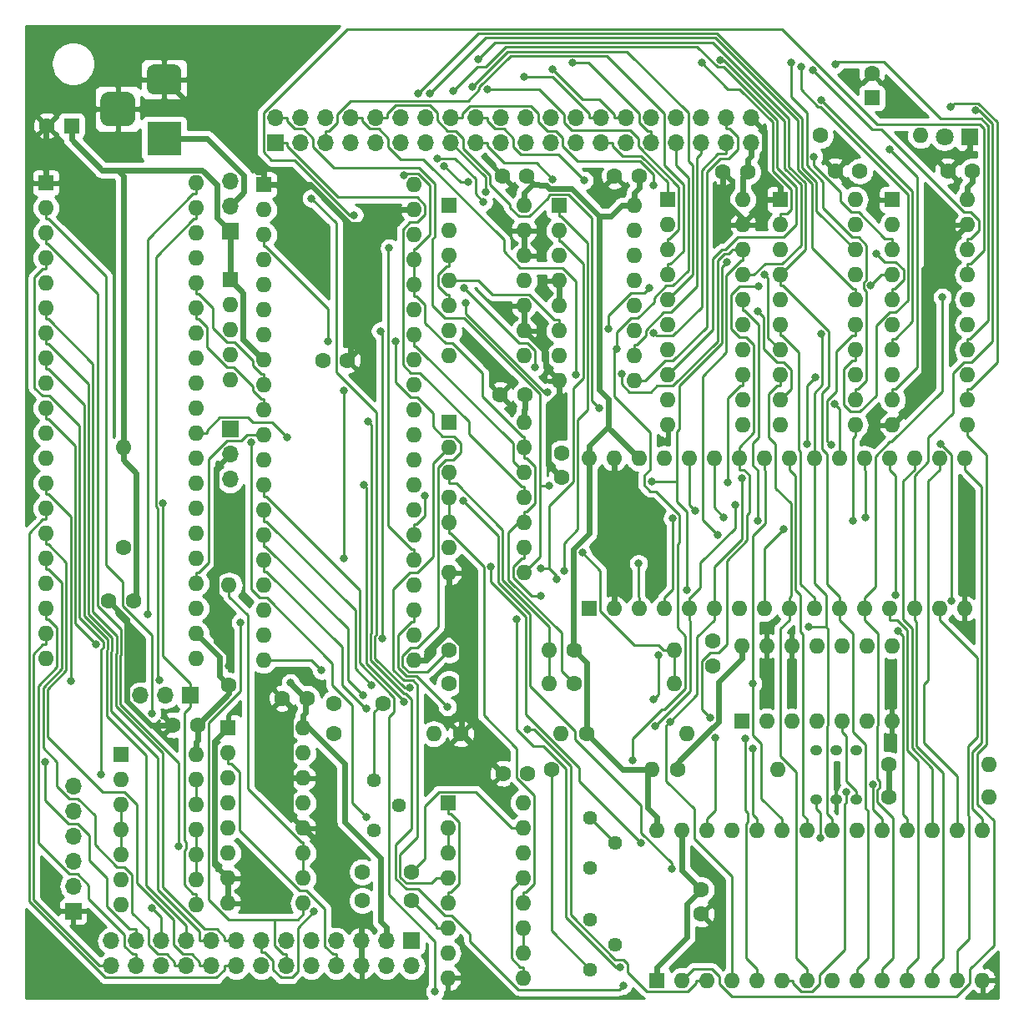
<source format=gbl>
G04 #@! TF.GenerationSoftware,KiCad,Pcbnew,(5.1.4-0-10_14)*
G04 #@! TF.CreationDate,2021-07-25T18:20:49+09:00*
G04 #@! TF.ProjectId,K68-CPUB,4b36382d-4350-4554-922e-6b696361645f,rev?*
G04 #@! TF.SameCoordinates,Original*
G04 #@! TF.FileFunction,Copper,L2,Bot*
G04 #@! TF.FilePolarity,Positive*
%FSLAX46Y46*%
G04 Gerber Fmt 4.6, Leading zero omitted, Abs format (unit mm)*
G04 Created by KiCad (PCBNEW (5.1.4-0-10_14)) date 2021-07-25 18:20:49*
%MOMM*%
%LPD*%
G04 APERTURE LIST*
%ADD10O,1.700000X1.700000*%
%ADD11R,1.700000X1.700000*%
%ADD12O,1.600000X1.600000*%
%ADD13C,1.600000*%
%ADD14R,1.600000X1.600000*%
%ADD15C,0.100000*%
%ADD16C,3.500000*%
%ADD17C,3.000000*%
%ADD18R,3.500000X3.500000*%
%ADD19C,1.800000*%
%ADD20R,1.800000X1.800000*%
%ADD21O,1.200000X1.100000*%
%ADD22C,1.440000*%
%ADD23C,0.800000*%
%ADD24C,0.250000*%
%ADD25C,0.600000*%
%ADD26C,0.254000*%
G04 APERTURE END LIST*
D10*
X112300000Y-118600000D03*
X114840000Y-118600000D03*
D11*
X117380000Y-118600000D03*
D10*
X121400000Y-96680000D03*
X121400000Y-94140000D03*
D11*
X121400000Y-91600000D03*
D12*
X110600000Y-93440000D03*
D13*
X110600000Y-103600000D03*
D12*
X117940000Y-66600000D03*
X102700000Y-114860000D03*
X117940000Y-69140000D03*
X102700000Y-112320000D03*
X117940000Y-71680000D03*
X102700000Y-109780000D03*
X117940000Y-74220000D03*
X102700000Y-107240000D03*
X117940000Y-76760000D03*
X102700000Y-104700000D03*
X117940000Y-79300000D03*
X102700000Y-102160000D03*
X117940000Y-81840000D03*
X102700000Y-99620000D03*
X117940000Y-84380000D03*
X102700000Y-97080000D03*
X117940000Y-86920000D03*
X102700000Y-94540000D03*
X117940000Y-89460000D03*
X102700000Y-92000000D03*
X117940000Y-92000000D03*
X102700000Y-89460000D03*
X117940000Y-94540000D03*
X102700000Y-86920000D03*
X117940000Y-97080000D03*
X102700000Y-84380000D03*
X117940000Y-99620000D03*
X102700000Y-81840000D03*
X117940000Y-102160000D03*
X102700000Y-79300000D03*
X117940000Y-104700000D03*
X102700000Y-76760000D03*
X117940000Y-107240000D03*
X102700000Y-74220000D03*
X117940000Y-109780000D03*
X102700000Y-71680000D03*
X117940000Y-112320000D03*
X102700000Y-69140000D03*
X117940000Y-114860000D03*
D14*
X102700000Y-66600000D03*
D12*
X140040000Y-66800000D03*
X124800000Y-115060000D03*
X140040000Y-69340000D03*
X124800000Y-112520000D03*
X140040000Y-71880000D03*
X124800000Y-109980000D03*
X140040000Y-74420000D03*
X124800000Y-107440000D03*
X140040000Y-76960000D03*
X124800000Y-104900000D03*
X140040000Y-79500000D03*
X124800000Y-102360000D03*
X140040000Y-82040000D03*
X124800000Y-99820000D03*
X140040000Y-84580000D03*
X124800000Y-97280000D03*
X140040000Y-87120000D03*
X124800000Y-94740000D03*
X140040000Y-89660000D03*
X124800000Y-92200000D03*
X140040000Y-92200000D03*
X124800000Y-89660000D03*
X140040000Y-94740000D03*
X124800000Y-87120000D03*
X140040000Y-97280000D03*
X124800000Y-84580000D03*
X140040000Y-99820000D03*
X124800000Y-82040000D03*
X140040000Y-102360000D03*
X124800000Y-79500000D03*
X140040000Y-104900000D03*
X124800000Y-76960000D03*
X140040000Y-107440000D03*
X124800000Y-74420000D03*
X140040000Y-109980000D03*
X124800000Y-71880000D03*
X140040000Y-112520000D03*
X124800000Y-69340000D03*
X140040000Y-115060000D03*
D14*
X124800000Y-66800000D03*
D10*
X121400000Y-66420000D03*
X121400000Y-68960000D03*
D11*
X121400000Y-71500000D03*
D12*
X191460000Y-61800000D03*
D13*
X181300000Y-61800000D03*
D15*
G36*
X110960765Y-57354213D02*
G01*
X111045704Y-57366813D01*
X111128999Y-57387677D01*
X111209848Y-57416605D01*
X111287472Y-57453319D01*
X111361124Y-57497464D01*
X111430094Y-57548616D01*
X111493718Y-57606282D01*
X111551384Y-57669906D01*
X111602536Y-57738876D01*
X111646681Y-57812528D01*
X111683395Y-57890152D01*
X111712323Y-57971001D01*
X111733187Y-58054296D01*
X111745787Y-58139235D01*
X111750000Y-58225000D01*
X111750000Y-59975000D01*
X111745787Y-60060765D01*
X111733187Y-60145704D01*
X111712323Y-60228999D01*
X111683395Y-60309848D01*
X111646681Y-60387472D01*
X111602536Y-60461124D01*
X111551384Y-60530094D01*
X111493718Y-60593718D01*
X111430094Y-60651384D01*
X111361124Y-60702536D01*
X111287472Y-60746681D01*
X111209848Y-60783395D01*
X111128999Y-60812323D01*
X111045704Y-60833187D01*
X110960765Y-60845787D01*
X110875000Y-60850000D01*
X109125000Y-60850000D01*
X109039235Y-60845787D01*
X108954296Y-60833187D01*
X108871001Y-60812323D01*
X108790152Y-60783395D01*
X108712528Y-60746681D01*
X108638876Y-60702536D01*
X108569906Y-60651384D01*
X108506282Y-60593718D01*
X108448616Y-60530094D01*
X108397464Y-60461124D01*
X108353319Y-60387472D01*
X108316605Y-60309848D01*
X108287677Y-60228999D01*
X108266813Y-60145704D01*
X108254213Y-60060765D01*
X108250000Y-59975000D01*
X108250000Y-58225000D01*
X108254213Y-58139235D01*
X108266813Y-58054296D01*
X108287677Y-57971001D01*
X108316605Y-57890152D01*
X108353319Y-57812528D01*
X108397464Y-57738876D01*
X108448616Y-57669906D01*
X108506282Y-57606282D01*
X108569906Y-57548616D01*
X108638876Y-57497464D01*
X108712528Y-57453319D01*
X108790152Y-57416605D01*
X108871001Y-57387677D01*
X108954296Y-57366813D01*
X109039235Y-57354213D01*
X109125000Y-57350000D01*
X110875000Y-57350000D01*
X110960765Y-57354213D01*
X110960765Y-57354213D01*
G37*
D16*
X110000000Y-59100000D03*
D15*
G36*
X115773513Y-54603611D02*
G01*
X115846318Y-54614411D01*
X115917714Y-54632295D01*
X115987013Y-54657090D01*
X116053548Y-54688559D01*
X116116678Y-54726398D01*
X116175795Y-54770242D01*
X116230330Y-54819670D01*
X116279758Y-54874205D01*
X116323602Y-54933322D01*
X116361441Y-54996452D01*
X116392910Y-55062987D01*
X116417705Y-55132286D01*
X116435589Y-55203682D01*
X116446389Y-55276487D01*
X116450000Y-55350000D01*
X116450000Y-56850000D01*
X116446389Y-56923513D01*
X116435589Y-56996318D01*
X116417705Y-57067714D01*
X116392910Y-57137013D01*
X116361441Y-57203548D01*
X116323602Y-57266678D01*
X116279758Y-57325795D01*
X116230330Y-57380330D01*
X116175795Y-57429758D01*
X116116678Y-57473602D01*
X116053548Y-57511441D01*
X115987013Y-57542910D01*
X115917714Y-57567705D01*
X115846318Y-57585589D01*
X115773513Y-57596389D01*
X115700000Y-57600000D01*
X113700000Y-57600000D01*
X113626487Y-57596389D01*
X113553682Y-57585589D01*
X113482286Y-57567705D01*
X113412987Y-57542910D01*
X113346452Y-57511441D01*
X113283322Y-57473602D01*
X113224205Y-57429758D01*
X113169670Y-57380330D01*
X113120242Y-57325795D01*
X113076398Y-57266678D01*
X113038559Y-57203548D01*
X113007090Y-57137013D01*
X112982295Y-57067714D01*
X112964411Y-56996318D01*
X112953611Y-56923513D01*
X112950000Y-56850000D01*
X112950000Y-55350000D01*
X112953611Y-55276487D01*
X112964411Y-55203682D01*
X112982295Y-55132286D01*
X113007090Y-55062987D01*
X113038559Y-54996452D01*
X113076398Y-54933322D01*
X113120242Y-54874205D01*
X113169670Y-54819670D01*
X113224205Y-54770242D01*
X113283322Y-54726398D01*
X113346452Y-54688559D01*
X113412987Y-54657090D01*
X113482286Y-54632295D01*
X113553682Y-54614411D01*
X113626487Y-54603611D01*
X113700000Y-54600000D01*
X115700000Y-54600000D01*
X115773513Y-54603611D01*
X115773513Y-54603611D01*
G37*
D17*
X114700000Y-56100000D03*
D18*
X114700000Y-62100000D03*
D19*
X193860000Y-61900000D03*
D20*
X196400000Y-61900000D03*
D13*
X102800000Y-60800000D03*
D14*
X105300000Y-60800000D03*
D10*
X109320000Y-146040000D03*
X109320000Y-143500000D03*
X111860000Y-146040000D03*
X111860000Y-143500000D03*
X114400000Y-146040000D03*
X114400000Y-143500000D03*
X116940000Y-146040000D03*
X116940000Y-143500000D03*
X119480000Y-146040000D03*
X119480000Y-143500000D03*
X122020000Y-146040000D03*
X122020000Y-143500000D03*
X124560000Y-146040000D03*
X124560000Y-143500000D03*
X127100000Y-146040000D03*
X127100000Y-143500000D03*
X129640000Y-146040000D03*
X129640000Y-143500000D03*
X132180000Y-146040000D03*
X132180000Y-143500000D03*
X134720000Y-146040000D03*
X134720000Y-143500000D03*
X137260000Y-146040000D03*
X137260000Y-143500000D03*
X139800000Y-146040000D03*
D11*
X139800000Y-143500000D03*
D21*
X184900000Y-129200000D03*
X182900000Y-129200000D03*
X180900000Y-129200000D03*
X184900000Y-124200000D03*
X182900000Y-124200000D03*
X180900000Y-124200000D03*
D12*
X157800000Y-94560000D03*
X195900000Y-109800000D03*
X160340000Y-94560000D03*
X193360000Y-109800000D03*
X162880000Y-94560000D03*
X190820000Y-109800000D03*
X165420000Y-94560000D03*
X188280000Y-109800000D03*
X167960000Y-94560000D03*
X185740000Y-109800000D03*
X170500000Y-94560000D03*
X183200000Y-109800000D03*
X173040000Y-94560000D03*
X180660000Y-109800000D03*
X175580000Y-94560000D03*
X178120000Y-109800000D03*
X178120000Y-94560000D03*
X175580000Y-109800000D03*
X180660000Y-94560000D03*
X173040000Y-109800000D03*
X183200000Y-94560000D03*
X170500000Y-109800000D03*
X185740000Y-94560000D03*
X167960000Y-109800000D03*
X188280000Y-94560000D03*
X165420000Y-109800000D03*
X190820000Y-94560000D03*
X162880000Y-109800000D03*
X193360000Y-94560000D03*
X160340000Y-109800000D03*
X195900000Y-94560000D03*
D14*
X157800000Y-109800000D03*
D12*
X164700000Y-132260000D03*
X197720000Y-147500000D03*
X167240000Y-132260000D03*
X195180000Y-147500000D03*
X169780000Y-132260000D03*
X192640000Y-147500000D03*
X172320000Y-132260000D03*
X190100000Y-147500000D03*
X174860000Y-132260000D03*
X187560000Y-147500000D03*
X177400000Y-132260000D03*
X185020000Y-147500000D03*
X179940000Y-132260000D03*
X182480000Y-147500000D03*
X182480000Y-132260000D03*
X179940000Y-147500000D03*
X185020000Y-132260000D03*
X177400000Y-147500000D03*
X187560000Y-132260000D03*
X174860000Y-147500000D03*
X190100000Y-132260000D03*
X172320000Y-147500000D03*
X192640000Y-132260000D03*
X169780000Y-147500000D03*
X195180000Y-132260000D03*
X167240000Y-147500000D03*
X197720000Y-132260000D03*
D14*
X164700000Y-147500000D03*
D12*
X196220000Y-68300000D03*
X188600000Y-91160000D03*
X196220000Y-70840000D03*
X188600000Y-88620000D03*
X196220000Y-73380000D03*
X188600000Y-86080000D03*
X196220000Y-75920000D03*
X188600000Y-83540000D03*
X196220000Y-78460000D03*
X188600000Y-81000000D03*
X196220000Y-81000000D03*
X188600000Y-78460000D03*
X196220000Y-83540000D03*
X188600000Y-75920000D03*
X196220000Y-86080000D03*
X188600000Y-73380000D03*
X196220000Y-88620000D03*
X188600000Y-70840000D03*
X196220000Y-91160000D03*
D14*
X188600000Y-68300000D03*
D12*
X184820000Y-68300000D03*
X177200000Y-91160000D03*
X184820000Y-70840000D03*
X177200000Y-88620000D03*
X184820000Y-73380000D03*
X177200000Y-86080000D03*
X184820000Y-75920000D03*
X177200000Y-83540000D03*
X184820000Y-78460000D03*
X177200000Y-81000000D03*
X184820000Y-81000000D03*
X177200000Y-78460000D03*
X184820000Y-83540000D03*
X177200000Y-75920000D03*
X184820000Y-86080000D03*
X177200000Y-73380000D03*
X184820000Y-88620000D03*
X177200000Y-70840000D03*
X184820000Y-91160000D03*
D14*
X177200000Y-68300000D03*
D12*
X128820000Y-121900000D03*
X121200000Y-139680000D03*
X128820000Y-124440000D03*
X121200000Y-137140000D03*
X128820000Y-126980000D03*
X121200000Y-134600000D03*
X128820000Y-129520000D03*
X121200000Y-132060000D03*
X128820000Y-132060000D03*
X121200000Y-129520000D03*
X128820000Y-134600000D03*
X121200000Y-126980000D03*
X128820000Y-137140000D03*
X121200000Y-124440000D03*
X128820000Y-139680000D03*
D14*
X121200000Y-121900000D03*
D12*
X173420000Y-68300000D03*
X165800000Y-91160000D03*
X173420000Y-70840000D03*
X165800000Y-88620000D03*
X173420000Y-73380000D03*
X165800000Y-86080000D03*
X173420000Y-75920000D03*
X165800000Y-83540000D03*
X173420000Y-78460000D03*
X165800000Y-81000000D03*
X173420000Y-81000000D03*
X165800000Y-78460000D03*
X173420000Y-83540000D03*
X165800000Y-75920000D03*
X173420000Y-86080000D03*
X165800000Y-73380000D03*
X173420000Y-88620000D03*
X165800000Y-70840000D03*
X173420000Y-91160000D03*
D14*
X165800000Y-68300000D03*
D12*
X162420000Y-68900000D03*
X154800000Y-86680000D03*
X162420000Y-71440000D03*
X154800000Y-84140000D03*
X162420000Y-73980000D03*
X154800000Y-81600000D03*
X162420000Y-76520000D03*
X154800000Y-79060000D03*
X162420000Y-79060000D03*
X154800000Y-76520000D03*
X162420000Y-81600000D03*
X154800000Y-73980000D03*
X162420000Y-84140000D03*
X154800000Y-71440000D03*
X162420000Y-86680000D03*
D14*
X154800000Y-68900000D03*
D12*
X117920000Y-124600000D03*
X110300000Y-139840000D03*
X117920000Y-127140000D03*
X110300000Y-137300000D03*
X117920000Y-129680000D03*
X110300000Y-134760000D03*
X117920000Y-132220000D03*
X110300000Y-132220000D03*
X117920000Y-134760000D03*
X110300000Y-129680000D03*
X117920000Y-137300000D03*
X110300000Y-127140000D03*
X117920000Y-139840000D03*
D14*
X110300000Y-124600000D03*
D12*
X151220000Y-68900000D03*
X143600000Y-84140000D03*
X151220000Y-71440000D03*
X143600000Y-81600000D03*
X151220000Y-73980000D03*
X143600000Y-79060000D03*
X151220000Y-76520000D03*
X143600000Y-76520000D03*
X151220000Y-79060000D03*
X143600000Y-73980000D03*
X151220000Y-81600000D03*
X143600000Y-71440000D03*
X151220000Y-84140000D03*
D14*
X143600000Y-68900000D03*
D12*
X151220000Y-90900000D03*
X143600000Y-106140000D03*
X151220000Y-93440000D03*
X143600000Y-103600000D03*
X151220000Y-95980000D03*
X143600000Y-101060000D03*
X151220000Y-98520000D03*
X143600000Y-98520000D03*
X151220000Y-101060000D03*
X143600000Y-95980000D03*
X151220000Y-103600000D03*
X143600000Y-93440000D03*
X151220000Y-106140000D03*
D14*
X143600000Y-90900000D03*
D12*
X173300000Y-113580000D03*
X188540000Y-121200000D03*
X175840000Y-113580000D03*
X186000000Y-121200000D03*
X178380000Y-113580000D03*
X183460000Y-121200000D03*
X180920000Y-113580000D03*
X180920000Y-121200000D03*
X183460000Y-113580000D03*
X178380000Y-121200000D03*
X186000000Y-113580000D03*
X175840000Y-121200000D03*
X188540000Y-113580000D03*
D14*
X173300000Y-121200000D03*
D12*
X151120000Y-129500000D03*
X143500000Y-147280000D03*
X151120000Y-132040000D03*
X143500000Y-144740000D03*
X151120000Y-134580000D03*
X143500000Y-142200000D03*
X151120000Y-137120000D03*
X143500000Y-139660000D03*
X151120000Y-139660000D03*
X143500000Y-137120000D03*
X151120000Y-142200000D03*
X143500000Y-134580000D03*
X151120000Y-144740000D03*
X143500000Y-132040000D03*
X151120000Y-147280000D03*
D14*
X143500000Y-129500000D03*
D22*
X136000000Y-132300000D03*
X138540000Y-129760000D03*
X136000000Y-127220000D03*
X157900000Y-146400000D03*
X160440000Y-143860000D03*
X157900000Y-141320000D03*
X157900000Y-136100000D03*
X160440000Y-133560000D03*
X157900000Y-131020000D03*
D12*
X121400000Y-86560000D03*
X121400000Y-84020000D03*
X121400000Y-81480000D03*
X121400000Y-78940000D03*
D14*
X121400000Y-76400000D03*
D12*
X121300000Y-107440000D03*
D13*
X121300000Y-117600000D03*
D12*
X154960000Y-122500000D03*
D13*
X144800000Y-122500000D03*
D12*
X142060000Y-122500000D03*
D13*
X131900000Y-122500000D03*
D12*
X166460000Y-117400000D03*
D13*
X156300000Y-117400000D03*
D12*
X166460000Y-114000000D03*
D13*
X156300000Y-114000000D03*
D12*
X153760000Y-114000000D03*
D13*
X143600000Y-114000000D03*
D12*
X153760000Y-117400000D03*
D13*
X143600000Y-117400000D03*
D12*
X198360000Y-125600000D03*
D13*
X188200000Y-125600000D03*
D12*
X198360000Y-128900000D03*
D13*
X188200000Y-128900000D03*
D12*
X164160000Y-126100000D03*
D13*
X154000000Y-126100000D03*
D12*
X176960000Y-126100000D03*
D13*
X166800000Y-126100000D03*
D12*
X167760000Y-122500000D03*
D13*
X157600000Y-122500000D03*
D10*
X105500000Y-127800000D03*
X105500000Y-130340000D03*
X105500000Y-132880000D03*
X105500000Y-135420000D03*
X105500000Y-137960000D03*
D11*
X105500000Y-140500000D03*
D10*
X174260000Y-59960000D03*
X174260000Y-62500000D03*
X171720000Y-59960000D03*
X171720000Y-62500000D03*
X169180000Y-59960000D03*
X169180000Y-62500000D03*
X166640000Y-59960000D03*
X166640000Y-62500000D03*
X164100000Y-59960000D03*
X164100000Y-62500000D03*
X161560000Y-59960000D03*
X161560000Y-62500000D03*
X159020000Y-59960000D03*
X159020000Y-62500000D03*
X156480000Y-59960000D03*
X156480000Y-62500000D03*
X153940000Y-59960000D03*
X153940000Y-62500000D03*
X151400000Y-59960000D03*
X151400000Y-62500000D03*
X148860000Y-59960000D03*
X148860000Y-62500000D03*
X146320000Y-59960000D03*
X146320000Y-62500000D03*
X143780000Y-59960000D03*
X143780000Y-62500000D03*
X141240000Y-59960000D03*
X141240000Y-62500000D03*
X138700000Y-59960000D03*
X138700000Y-62500000D03*
X136160000Y-59960000D03*
X136160000Y-62500000D03*
X133620000Y-59960000D03*
X133620000Y-62500000D03*
X131080000Y-59960000D03*
X131080000Y-62500000D03*
X128540000Y-59960000D03*
X128540000Y-62500000D03*
X126000000Y-59960000D03*
D11*
X126000000Y-62500000D03*
D13*
X155000000Y-94000000D03*
X155000000Y-96500000D03*
X186500000Y-55500000D03*
D14*
X186500000Y-58000000D03*
D13*
X169200000Y-138300000D03*
X169200000Y-140800000D03*
X111600000Y-109000000D03*
X109100000Y-109000000D03*
X196700000Y-65400000D03*
X194200000Y-65400000D03*
X185300000Y-65400000D03*
X182800000Y-65400000D03*
X129200000Y-118900000D03*
X126700000Y-118900000D03*
X136900000Y-119400000D03*
X131900000Y-119400000D03*
X173900000Y-65500000D03*
X171400000Y-65500000D03*
X162900000Y-65900000D03*
X160400000Y-65900000D03*
X118100000Y-121600000D03*
X115600000Y-121600000D03*
X151500000Y-65900000D03*
X149000000Y-65900000D03*
X130800000Y-84600000D03*
X133300000Y-84600000D03*
X151300000Y-88100000D03*
X148800000Y-88100000D03*
X139800000Y-139400000D03*
X134800000Y-139400000D03*
X170400000Y-113100000D03*
X170400000Y-115600000D03*
X151600000Y-126500000D03*
X149100000Y-126500000D03*
X139800000Y-136500000D03*
X134800000Y-136500000D03*
D23*
X127505800Y-117320100D03*
X121226100Y-115644400D03*
X114209000Y-117048500D03*
X113008800Y-110400100D03*
X102671100Y-125384000D03*
X114593600Y-99140800D03*
X113500000Y-140210600D03*
X105240300Y-117117100D03*
X123528700Y-92960900D03*
X135209800Y-130919400D03*
X129932700Y-140552300D03*
X122451100Y-111194600D03*
X108325300Y-126650900D03*
X116166300Y-133875300D03*
X107815700Y-113435500D03*
X113477400Y-120428600D03*
X132923800Y-104683500D03*
X132959900Y-87671800D03*
X164360400Y-81799100D03*
X145146100Y-77256500D03*
X152366100Y-85318000D03*
X162203900Y-125184900D03*
X160649200Y-83432600D03*
X156099800Y-54445100D03*
X154126300Y-55103600D03*
X129631900Y-68169100D03*
X139656800Y-117845400D03*
X139015200Y-65832800D03*
X151220600Y-55860700D03*
X171822400Y-74609200D03*
X136836100Y-112857300D03*
X136631300Y-81630500D03*
X164159100Y-96925300D03*
X167727700Y-107940900D03*
X180623800Y-63944300D03*
X186942000Y-73777700D03*
X181364100Y-58174200D03*
X188286300Y-63241000D03*
X194505200Y-58932400D03*
X182809900Y-54567600D03*
X180530700Y-55160400D03*
X157318200Y-66358800D03*
X154137600Y-66247300D03*
X175639200Y-75903200D03*
X164350000Y-66850000D03*
X174918300Y-79596300D03*
X147307500Y-67521100D03*
X178301600Y-54383500D03*
X179302000Y-54833800D03*
X141670600Y-57552700D03*
X140472400Y-57552700D03*
X158877600Y-89429800D03*
X144003400Y-57279400D03*
X156475800Y-86111000D03*
X147112600Y-68544600D03*
X142404500Y-64114100D03*
X145959100Y-56833500D03*
X147474300Y-57136200D03*
X145516000Y-66535700D03*
X143121900Y-64863300D03*
X153795000Y-97369200D03*
X181320100Y-133089700D03*
X138163300Y-82656200D03*
X131328100Y-82656200D03*
X157125400Y-104140100D03*
X152898500Y-108477600D03*
X179915100Y-93139800D03*
X180759800Y-86321700D03*
X130664500Y-116074500D03*
X174438100Y-117390000D03*
X180123700Y-111668400D03*
X181364900Y-81922300D03*
X175005300Y-77131200D03*
X186404200Y-77023100D03*
X170083800Y-120876100D03*
X174445400Y-124032900D03*
X171449800Y-100516100D03*
X163103400Y-133580900D03*
X147872800Y-105543400D03*
X172612300Y-99306500D03*
X135230100Y-119938400D03*
X151582900Y-122053700D03*
X164562400Y-121672700D03*
X173349400Y-96555700D03*
X182370000Y-93223900D03*
X134892100Y-118577000D03*
X166025700Y-121260100D03*
X194586700Y-109031600D03*
X193516700Y-93093100D03*
X164356300Y-119024700D03*
X164857900Y-114558700D03*
X135748400Y-117540500D03*
X173698100Y-122993900D03*
X145289200Y-78783400D03*
X153575700Y-87824700D03*
X161131900Y-85977300D03*
X170862000Y-102354200D03*
X177557400Y-101705600D03*
X183942900Y-128444900D03*
X184583000Y-100874700D03*
X142184200Y-148655000D03*
X196996700Y-59266300D03*
X171131700Y-54123900D03*
X135387500Y-90785300D03*
X161264300Y-148034600D03*
X174943800Y-100859200D03*
X160993800Y-146144800D03*
X150482500Y-110897900D03*
X159762900Y-81405300D03*
X163892000Y-77301600D03*
X127172100Y-92396900D03*
X146589000Y-54028900D03*
X193655600Y-78206300D03*
X169241700Y-54383600D03*
X171887000Y-96962300D03*
X139022400Y-119296100D03*
X134937000Y-97280000D03*
X189170100Y-112036700D03*
X188926000Y-108440800D03*
X186614700Y-127627500D03*
X185861700Y-100582700D03*
X141171400Y-98374300D03*
X145012700Y-98842900D03*
X166178200Y-136228300D03*
X133994300Y-69856900D03*
X137538200Y-73220800D03*
X152906900Y-105680800D03*
X154545000Y-106814400D03*
X162829900Y-105227600D03*
X170613700Y-122875500D03*
X143450300Y-119750000D03*
X155251500Y-106001500D03*
X168551200Y-99883100D03*
X166266800Y-100639300D03*
X182687400Y-89034500D03*
D24*
X139800000Y-136500000D02*
X141134700Y-135165300D01*
X141134700Y-135165300D02*
X141134700Y-129804900D01*
X141134700Y-129804900D02*
X142565000Y-128374600D01*
X142565000Y-128374600D02*
X146329300Y-128374600D01*
X146329300Y-128374600D02*
X149994700Y-132040000D01*
X151120000Y-132040000D02*
X149994700Y-132040000D01*
X157900000Y-131020000D02*
X160440000Y-133560000D01*
D25*
X158862600Y-69965800D02*
X158831800Y-69965800D01*
X158831800Y-69965800D02*
X156013600Y-67147600D01*
X156013600Y-67147600D02*
X153764700Y-67147600D01*
X153764700Y-67147600D02*
X153485500Y-66868400D01*
X153485500Y-66868400D02*
X152811700Y-66868400D01*
X152811700Y-66868400D02*
X152697900Y-66754600D01*
X152697900Y-66754600D02*
X152214600Y-66754600D01*
X152214600Y-66754600D02*
X152139900Y-66679800D01*
X161119700Y-68900000D02*
X160053900Y-69965800D01*
X160053900Y-69965800D02*
X158862600Y-69965800D01*
X158862600Y-69965800D02*
X158862600Y-87609000D01*
X158862600Y-87609000D02*
X159792600Y-88539000D01*
X159792600Y-88539000D02*
X159792600Y-91474500D01*
X157800000Y-95860300D02*
X157800000Y-102192300D01*
X157800000Y-102192300D02*
X156225100Y-103767200D01*
X156225100Y-103767200D02*
X156225100Y-113925100D01*
X156225100Y-113925100D02*
X156300000Y-114000000D01*
X164700000Y-132260000D02*
X164700000Y-130959700D01*
X163744300Y-126100000D02*
X163744300Y-130004000D01*
X163744300Y-130004000D02*
X164700000Y-130959700D01*
X163744300Y-126100000D02*
X162859700Y-126100000D01*
X164160000Y-126100000D02*
X163744300Y-126100000D01*
X157601100Y-122498900D02*
X161202200Y-126100000D01*
X161202200Y-126100000D02*
X162859700Y-126100000D01*
X157601100Y-122498900D02*
X157600000Y-122500000D01*
X156300000Y-114000000D02*
X157601100Y-115301100D01*
X157601100Y-115301100D02*
X157601100Y-122498900D01*
X159792600Y-91474500D02*
X159794500Y-91474500D01*
X159794500Y-91474500D02*
X162880000Y-94560000D01*
X157800000Y-93259700D02*
X159585200Y-91474500D01*
X159585200Y-91474500D02*
X159792600Y-91474500D01*
X157800000Y-94560000D02*
X157800000Y-93259700D01*
X188200000Y-128900000D02*
X188200000Y-125600000D01*
X110600000Y-93440000D02*
X110600000Y-94740300D01*
X111600000Y-109000000D02*
X111900300Y-108699700D01*
X111900300Y-108699700D02*
X111900300Y-96040600D01*
X111900300Y-96040600D02*
X110600000Y-94740300D01*
X173900000Y-65500000D02*
X173420000Y-65980000D01*
X173420000Y-65980000D02*
X173420000Y-68300000D01*
X173900000Y-65500000D02*
X173900000Y-64210300D01*
X173900000Y-64210300D02*
X174260000Y-63850300D01*
X151220000Y-90900000D02*
X151220000Y-89599700D01*
X151220000Y-89599700D02*
X151300000Y-89519700D01*
X151300000Y-89519700D02*
X151300000Y-88100000D01*
X173300000Y-114880300D02*
X170984100Y-117196200D01*
X170984100Y-117196200D02*
X170984100Y-121317500D01*
X170984100Y-121317500D02*
X170385700Y-121915900D01*
X170385700Y-121915900D02*
X170300100Y-121915900D01*
X170300100Y-121915900D02*
X166800000Y-125416000D01*
X166800000Y-125416000D02*
X166800000Y-126100000D01*
X128820000Y-121296400D02*
X133059000Y-125535400D01*
X133059000Y-125535400D02*
X133059000Y-131456300D01*
X133059000Y-131456300D02*
X136679400Y-135076700D01*
X136679400Y-135076700D02*
X136679400Y-141569100D01*
X136679400Y-141569100D02*
X137260000Y-142149700D01*
X164700000Y-147500000D02*
X164700000Y-146199700D01*
X167240000Y-132260000D02*
X167240000Y-136340000D01*
X167240000Y-136340000D02*
X169200000Y-138300000D01*
X169200000Y-138300000D02*
X167769900Y-139730100D01*
X167769900Y-139730100D02*
X167769900Y-143129800D01*
X167769900Y-143129800D02*
X164700000Y-146199700D01*
X137260000Y-143500000D02*
X137260000Y-142149700D01*
X128820000Y-121296400D02*
X128820000Y-120599700D01*
X128820000Y-121900000D02*
X128820000Y-121296400D01*
X117940000Y-112320000D02*
X120325800Y-114705800D01*
X120325800Y-114705800D02*
X120325800Y-116625800D01*
X120325800Y-116625800D02*
X121300000Y-117600000D01*
X129085700Y-118900000D02*
X127505800Y-117320100D01*
X129200000Y-118900000D02*
X129085700Y-118900000D01*
X129085700Y-118900000D02*
X129085700Y-120334000D01*
X129085700Y-120334000D02*
X128820000Y-120599700D01*
X162420000Y-68900000D02*
X161119700Y-68900000D01*
X109965200Y-65300000D02*
X110600000Y-65934800D01*
X110600000Y-65934800D02*
X110600000Y-93440000D01*
X109965200Y-65300000D02*
X111200000Y-65300000D01*
X105300000Y-60800000D02*
X105300000Y-62200000D01*
X105300000Y-62200000D02*
X108400000Y-65300000D01*
X108400000Y-65300000D02*
X109965200Y-65300000D01*
X157800000Y-94560000D02*
X157800000Y-95860300D01*
X151500000Y-65900000D02*
X151500000Y-66040000D01*
X151500000Y-66040000D02*
X152139900Y-66679800D01*
X151220000Y-67599700D02*
X152139900Y-66679800D01*
X151220000Y-68900000D02*
X151220000Y-67599700D01*
X118100000Y-121600000D02*
X121300000Y-118400000D01*
X121300000Y-118400000D02*
X121300000Y-117600000D01*
X124800000Y-84580000D02*
X122730900Y-82510900D01*
X122730900Y-82510900D02*
X122730900Y-77730900D01*
X122730900Y-77730900D02*
X121400000Y-76400000D01*
X118100000Y-121600000D02*
X118100000Y-123119700D01*
X118100000Y-123119700D02*
X117920000Y-123299700D01*
X173300000Y-113580000D02*
X173300000Y-114880300D01*
X121400000Y-76400000D02*
X121400000Y-71500000D01*
X196220000Y-68300000D02*
X196220000Y-66999700D01*
X196700000Y-65400000D02*
X196700000Y-66519700D01*
X196700000Y-66519700D02*
X196220000Y-66999700D01*
X162420000Y-68900000D02*
X162420000Y-67599700D01*
X162900000Y-65900000D02*
X162900000Y-67119700D01*
X162900000Y-67119700D02*
X162420000Y-67599700D01*
X117920000Y-124600000D02*
X117920000Y-123299700D01*
X174260000Y-62500000D02*
X174260000Y-63850300D01*
X111800000Y-65300000D02*
X118564000Y-65300000D01*
X118564000Y-65300000D02*
X120050000Y-66786000D01*
X120050000Y-66786000D02*
X120050000Y-70150000D01*
X120050000Y-70150000D02*
X121400000Y-71500000D01*
X111200000Y-65300000D02*
X111800000Y-65300000D01*
X111200000Y-65300000D02*
X111800000Y-65300000D01*
X196220000Y-70840000D02*
X191783100Y-75276900D01*
X191783100Y-75276900D02*
X191783100Y-87976900D01*
X191783100Y-87976900D02*
X188600000Y-91160000D01*
X174260000Y-59960000D02*
X175645300Y-61345300D01*
X175645300Y-61345300D02*
X175645300Y-65445000D01*
X175645300Y-65445000D02*
X177200000Y-66999700D01*
X133597500Y-70859200D02*
X133597500Y-84302500D01*
X133597500Y-84302500D02*
X133300000Y-84600000D01*
X126100300Y-66800000D02*
X129538300Y-66800000D01*
X129538300Y-66800000D02*
X133597500Y-70859200D01*
X133597500Y-70859200D02*
X137220500Y-70859200D01*
X137220500Y-70859200D02*
X138739700Y-69340000D01*
X154800000Y-86680000D02*
X154800000Y-87980300D01*
X154800000Y-87980300D02*
X153696000Y-89084300D01*
X153696000Y-89084300D02*
X153696000Y-95196000D01*
X153696000Y-95196000D02*
X155000000Y-96500000D01*
X151220000Y-81600000D02*
X153421100Y-83801100D01*
X153421100Y-83801100D02*
X153421100Y-85301100D01*
X153421100Y-85301100D02*
X154800000Y-86680000D01*
X196400000Y-63300300D02*
X196299700Y-63300300D01*
X196299700Y-63300300D02*
X194200000Y-65400000D01*
X151220000Y-79060000D02*
X151220000Y-81600000D01*
X196400000Y-61900000D02*
X196400000Y-63300300D01*
X102800000Y-60800000D02*
X102700000Y-60900000D01*
X102700000Y-60900000D02*
X102700000Y-66600000D01*
X144907600Y-122392400D02*
X144800000Y-122500000D01*
X143594600Y-112155500D02*
X144907600Y-113468500D01*
X144907600Y-113468500D02*
X144907600Y-122392400D01*
X149100000Y-126500000D02*
X149015200Y-126500000D01*
X149015200Y-126500000D02*
X144907600Y-122392400D01*
X143594600Y-112155500D02*
X143600000Y-112150100D01*
X143600000Y-112150100D02*
X143600000Y-106140000D01*
X141340300Y-115060000D02*
X141340300Y-114409800D01*
X141340300Y-114409800D02*
X143594600Y-112155500D01*
X160340000Y-95860300D02*
X160340000Y-108499700D01*
X121226100Y-115644400D02*
X121226100Y-114474200D01*
X121226100Y-114474200D02*
X119950100Y-113198200D01*
X119950100Y-113198200D02*
X119950100Y-95589900D01*
X119950100Y-95589900D02*
X121400000Y-94140000D01*
X109100000Y-109000000D02*
X110967500Y-110867500D01*
X110967500Y-110867500D02*
X110967500Y-114741500D01*
X110967500Y-114741500D02*
X110949700Y-114759300D01*
X110949700Y-114759300D02*
X110949700Y-119201100D01*
X110949700Y-119201100D02*
X113348600Y-121600000D01*
X113348600Y-121600000D02*
X115600000Y-121600000D01*
X127519700Y-126980000D02*
X127519700Y-130759700D01*
X127519700Y-130759700D02*
X128820000Y-132060000D01*
X126700000Y-118900000D02*
X127519700Y-119719700D01*
X127519700Y-119719700D02*
X127519700Y-126980000D01*
X128820000Y-126980000D02*
X127519700Y-126980000D01*
X121200000Y-137140000D02*
X119851300Y-135791300D01*
X119851300Y-135791300D02*
X119851300Y-123248700D01*
X119851300Y-123248700D02*
X121200000Y-121900000D01*
X121200000Y-137140000D02*
X121200000Y-139680000D01*
X173706700Y-70493000D02*
X171400000Y-68186400D01*
X171400000Y-68186400D02*
X171400000Y-65500000D01*
X173420000Y-70840000D02*
X173706700Y-70553300D01*
X173706700Y-70553300D02*
X173706700Y-70493100D01*
X173706700Y-70493100D02*
X173706700Y-70493000D01*
X175899700Y-68300000D02*
X173706700Y-70493000D01*
X160340000Y-109800000D02*
X160340000Y-108499700D01*
X160340000Y-94560000D02*
X160340000Y-95860300D01*
X140040000Y-115060000D02*
X141340300Y-115060000D01*
X134720000Y-146040000D02*
X134720000Y-143500000D01*
X134720000Y-143500000D02*
X134720000Y-142149700D01*
X128820000Y-132060000D02*
X131630100Y-134870100D01*
X131630100Y-134870100D02*
X131630100Y-139059800D01*
X131630100Y-139059800D02*
X134720000Y-142149700D01*
X177200000Y-68300000D02*
X177200000Y-66999700D01*
X124800000Y-66800000D02*
X124800000Y-65499700D01*
X114700000Y-56100000D02*
X124099700Y-65499700D01*
X124099700Y-65499700D02*
X124800000Y-65499700D01*
X124800000Y-66800000D02*
X126100300Y-66800000D01*
X140040000Y-69340000D02*
X138739700Y-69340000D01*
X177200000Y-68300000D02*
X175899700Y-68300000D01*
X154800000Y-76520000D02*
X154800000Y-79060000D01*
X151220000Y-73980000D02*
X151220000Y-71440000D01*
D24*
X143500000Y-142200000D02*
X142374700Y-142200000D01*
X139800000Y-139400000D02*
X142374700Y-141974700D01*
X142374700Y-141974700D02*
X142374700Y-142200000D01*
X136900000Y-119400000D02*
X136000000Y-120300000D01*
X136000000Y-120300000D02*
X136000000Y-127220000D01*
X108144700Y-146040000D02*
X101460600Y-139355900D01*
X101460600Y-139355900D02*
X101460600Y-114403400D01*
X101460600Y-114403400D02*
X102418700Y-113445300D01*
X102418700Y-113445300D02*
X102700000Y-113445300D01*
X102700000Y-112320000D02*
X102700000Y-113445300D01*
X109320000Y-146040000D02*
X108144700Y-146040000D01*
X117940000Y-70265300D02*
X117735700Y-70265300D01*
X117735700Y-70265300D02*
X113868300Y-74132700D01*
X113868300Y-74132700D02*
X113868300Y-99441200D01*
X113868300Y-99441200D02*
X114035400Y-99608300D01*
X114035400Y-99608300D02*
X114035400Y-116874900D01*
X114035400Y-116874900D02*
X114209000Y-117048500D01*
X117940000Y-69140000D02*
X117940000Y-70265300D01*
X111860000Y-144864700D02*
X111492600Y-144864700D01*
X111492600Y-144864700D02*
X110684700Y-144056800D01*
X110684700Y-144056800D02*
X110684700Y-142887600D01*
X110684700Y-142887600D02*
X107069000Y-139271900D01*
X107069000Y-139271900D02*
X107069000Y-137866500D01*
X107069000Y-137866500D02*
X105892500Y-136690000D01*
X105892500Y-136690000D02*
X105064200Y-136690000D01*
X105064200Y-136690000D02*
X101926400Y-133552200D01*
X101926400Y-133552200D02*
X101926400Y-117639700D01*
X101926400Y-117639700D02*
X103825300Y-115740800D01*
X103825300Y-115740800D02*
X103825300Y-111749200D01*
X103825300Y-111749200D02*
X102981400Y-110905300D01*
X102981400Y-110905300D02*
X102700000Y-110905300D01*
X102700000Y-109780000D02*
X102700000Y-110905300D01*
X111860000Y-146040000D02*
X111860000Y-144864700D01*
X111860000Y-142324700D02*
X111171700Y-142324700D01*
X111171700Y-142324700D02*
X108875400Y-140028400D01*
X108875400Y-140028400D02*
X108875400Y-137133100D01*
X108875400Y-137133100D02*
X107127600Y-135385300D01*
X107127600Y-135385300D02*
X107127600Y-132823200D01*
X107127600Y-132823200D02*
X105914400Y-131610000D01*
X105914400Y-131610000D02*
X105020800Y-131610000D01*
X105020800Y-131610000D02*
X102671100Y-129260300D01*
X102671100Y-129260300D02*
X102671100Y-125384000D01*
X111860000Y-143500000D02*
X111860000Y-142324700D01*
X117940000Y-66600000D02*
X117940000Y-67725300D01*
X113008800Y-110400100D02*
X113008800Y-72375200D01*
X113008800Y-72375200D02*
X117658700Y-67725300D01*
X117658700Y-67725300D02*
X117940000Y-67725300D01*
X117380000Y-118600000D02*
X117380000Y-117424700D01*
X114593600Y-99140800D02*
X114593600Y-114638300D01*
X114593600Y-114638300D02*
X117380000Y-117424700D01*
X117380000Y-118600000D02*
X117380000Y-119775300D01*
X117920000Y-139840000D02*
X117920000Y-138714700D01*
X117920000Y-138714700D02*
X117638700Y-138714700D01*
X117638700Y-138714700D02*
X116760900Y-137836900D01*
X116760900Y-137836900D02*
X116760900Y-134327500D01*
X116760900Y-134327500D02*
X116931500Y-134156900D01*
X116931500Y-134156900D02*
X116931500Y-133444200D01*
X116931500Y-133444200D02*
X116787700Y-133300400D01*
X116787700Y-133300400D02*
X116787700Y-120367600D01*
X116787700Y-120367600D02*
X117380000Y-119775300D01*
X114400000Y-143500000D02*
X114400000Y-141110600D01*
X114400000Y-141110600D02*
X113500000Y-140210600D01*
X115764700Y-146040000D02*
X115764700Y-145672600D01*
X115764700Y-145672600D02*
X114956800Y-144864700D01*
X114956800Y-144864700D02*
X114063700Y-144864700D01*
X114063700Y-144864700D02*
X113130000Y-143931000D01*
X113130000Y-143931000D02*
X113130000Y-142324600D01*
X113130000Y-142324600D02*
X111463800Y-140658400D01*
X111463800Y-140658400D02*
X111463800Y-136802800D01*
X111463800Y-136802800D02*
X110691000Y-136030000D01*
X110691000Y-136030000D02*
X109932700Y-136030000D01*
X109932700Y-136030000D02*
X107672600Y-133769900D01*
X107672600Y-133769900D02*
X107672600Y-130779200D01*
X107672600Y-130779200D02*
X105963400Y-129070000D01*
X105963400Y-129070000D02*
X105068800Y-129070000D01*
X105068800Y-129070000D02*
X103827300Y-127828500D01*
X103827300Y-127828500D02*
X103827300Y-125315500D01*
X103827300Y-125315500D02*
X102424400Y-123912600D01*
X102424400Y-123912600D02*
X102424400Y-117778600D01*
X102424400Y-117778600D02*
X104332000Y-115871000D01*
X104332000Y-115871000D02*
X104332000Y-107175900D01*
X104332000Y-107175900D02*
X102981400Y-105825300D01*
X102981400Y-105825300D02*
X102700000Y-105825300D01*
X102700000Y-104700000D02*
X102700000Y-105825300D01*
X116940000Y-146040000D02*
X115764700Y-146040000D01*
X116940000Y-142324700D02*
X116940000Y-141987900D01*
X116940000Y-141987900D02*
X112853300Y-137901200D01*
X112853300Y-137901200D02*
X112853300Y-124675200D01*
X112853300Y-124675200D02*
X108889700Y-120711600D01*
X108889700Y-120711600D02*
X108889700Y-114024200D01*
X108889700Y-114024200D02*
X108991300Y-113922600D01*
X108991300Y-113922600D02*
X108991300Y-112948400D01*
X108991300Y-112948400D02*
X106591400Y-110548500D01*
X106591400Y-110548500D02*
X106591400Y-89115300D01*
X106591400Y-89115300D02*
X102981400Y-85505300D01*
X102981400Y-85505300D02*
X102700000Y-85505300D01*
X116940000Y-143500000D02*
X116940000Y-142324700D01*
X102700000Y-84380000D02*
X102700000Y-85505300D01*
X118304700Y-146040000D02*
X118304700Y-145672600D01*
X118304700Y-145672600D02*
X117496800Y-144864700D01*
X117496800Y-144864700D02*
X116603600Y-144864700D01*
X116603600Y-144864700D02*
X115669900Y-143931000D01*
X115669900Y-143931000D02*
X115669900Y-141354700D01*
X115669900Y-141354700D02*
X111914100Y-137598900D01*
X111914100Y-137598900D02*
X111914100Y-129680200D01*
X111914100Y-129680200D02*
X110643900Y-128410000D01*
X110643900Y-128410000D02*
X108438200Y-128410000D01*
X108438200Y-128410000D02*
X102874700Y-122846500D01*
X102874700Y-122846500D02*
X102874700Y-117965200D01*
X102874700Y-117965200D02*
X104785900Y-116054000D01*
X104785900Y-116054000D02*
X104785900Y-105089900D01*
X104785900Y-105089900D02*
X102981300Y-103285300D01*
X102981300Y-103285300D02*
X102700000Y-103285300D01*
X102700000Y-102160000D02*
X102700000Y-103285300D01*
X119480000Y-146040000D02*
X118304700Y-146040000D01*
X118304700Y-143500000D02*
X118304700Y-142520200D01*
X118304700Y-142520200D02*
X114091200Y-138306700D01*
X114091200Y-138306700D02*
X114091200Y-124957800D01*
X114091200Y-124957800D02*
X109340100Y-120206700D01*
X109340100Y-120206700D02*
X109340100Y-114210700D01*
X109340100Y-114210700D02*
X109441600Y-114109200D01*
X109441600Y-114109200D02*
X109441600Y-112729500D01*
X109441600Y-112729500D02*
X107041700Y-110329600D01*
X107041700Y-110329600D02*
X107041700Y-87025700D01*
X107041700Y-87025700D02*
X102981300Y-82965300D01*
X102981300Y-82965300D02*
X102700000Y-82965300D01*
X102700000Y-81840000D02*
X102700000Y-82965300D01*
X119480000Y-143500000D02*
X118304700Y-143500000D01*
X102700000Y-99620000D02*
X102700000Y-100745300D01*
X122020000Y-146040000D02*
X120844700Y-146040000D01*
X120844700Y-146040000D02*
X120844700Y-146407300D01*
X120844700Y-146407300D02*
X120029900Y-147222100D01*
X120029900Y-147222100D02*
X108689900Y-147222100D01*
X108689900Y-147222100D02*
X100990700Y-139522900D01*
X100990700Y-139522900D02*
X100990700Y-102173300D01*
X100990700Y-102173300D02*
X102418700Y-100745300D01*
X102418700Y-100745300D02*
X102700000Y-100745300D01*
X120844700Y-143500000D02*
X120844700Y-143132600D01*
X120844700Y-143132600D02*
X120036800Y-142324700D01*
X120036800Y-142324700D02*
X118789200Y-142324700D01*
X118789200Y-142324700D02*
X114541600Y-138077100D01*
X114541600Y-138077100D02*
X114541600Y-124452900D01*
X114541600Y-124452900D02*
X109790400Y-119701700D01*
X109790400Y-119701700D02*
X109790400Y-114397300D01*
X109790400Y-114397300D02*
X109891900Y-114295800D01*
X109891900Y-114295800D02*
X109891900Y-112542900D01*
X109891900Y-112542900D02*
X107492000Y-110143000D01*
X107492000Y-110143000D02*
X107492000Y-84936000D01*
X107492000Y-84936000D02*
X102981300Y-80425300D01*
X102981300Y-80425300D02*
X102700000Y-80425300D01*
X102700000Y-79300000D02*
X102700000Y-80425300D01*
X122020000Y-143500000D02*
X120844700Y-143500000D01*
X102700000Y-98205300D02*
X102981300Y-98205300D01*
X102981300Y-98205300D02*
X105240300Y-100464300D01*
X105240300Y-100464300D02*
X105240300Y-117117100D01*
X102700000Y-97080000D02*
X102700000Y-98205300D01*
X124560000Y-144675300D02*
X124927400Y-144675300D01*
X124927400Y-144675300D02*
X125735300Y-145483200D01*
X125735300Y-145483200D02*
X125735300Y-146410900D01*
X125735300Y-146410900D02*
X126552900Y-147228500D01*
X126552900Y-147228500D02*
X127660200Y-147228500D01*
X127660200Y-147228500D02*
X128275400Y-146613300D01*
X128275400Y-146613300D02*
X128275400Y-142209600D01*
X128275400Y-142209600D02*
X129932700Y-140552300D01*
X124560000Y-143500000D02*
X124560000Y-144675300D01*
X135209800Y-130919400D02*
X133801500Y-129511100D01*
X133801500Y-129511100D02*
X133801500Y-119600100D01*
X133801500Y-119600100D02*
X131785300Y-117583900D01*
X131785300Y-117583900D02*
X131785300Y-115370700D01*
X131785300Y-115370700D02*
X125124600Y-108710000D01*
X125124600Y-108710000D02*
X124399500Y-108710000D01*
X124399500Y-108710000D02*
X123528700Y-107839200D01*
X123528700Y-107839200D02*
X123528700Y-92960900D01*
X125886400Y-141350000D02*
X121223500Y-141350000D01*
X121223500Y-141350000D02*
X119225900Y-139352400D01*
X119225900Y-139352400D02*
X119225900Y-121358500D01*
X119225900Y-121358500D02*
X122451100Y-118133300D01*
X122451100Y-118133300D02*
X122451100Y-111194600D01*
X128820000Y-140805300D02*
X128275300Y-141350000D01*
X128275300Y-141350000D02*
X125886400Y-141350000D01*
X125886400Y-141350000D02*
X125886400Y-144018400D01*
X125886400Y-144018400D02*
X126732700Y-144864700D01*
X126732700Y-144864700D02*
X127100000Y-144864700D01*
X127100000Y-146040000D02*
X127100000Y-144864700D01*
X128820000Y-139680000D02*
X128820000Y-140805300D01*
X108325300Y-126650900D02*
X108325300Y-113951700D01*
X108325300Y-113951700D02*
X108541000Y-113736000D01*
X108541000Y-113736000D02*
X108541000Y-113135000D01*
X108541000Y-113135000D02*
X106141100Y-110735100D01*
X106141100Y-110735100D02*
X106141100Y-91237500D01*
X106141100Y-91237500D02*
X103093600Y-88190000D01*
X103093600Y-88190000D02*
X102374900Y-88190000D01*
X102374900Y-88190000D02*
X101567700Y-87382800D01*
X101567700Y-87382800D02*
X101567700Y-76196300D01*
X101567700Y-76196300D02*
X102418700Y-75345300D01*
X102418700Y-75345300D02*
X102700000Y-75345300D01*
X102700000Y-74220000D02*
X102700000Y-75345300D01*
X102700000Y-72805300D02*
X102904500Y-72805300D01*
X102904500Y-72805300D02*
X107942300Y-77843100D01*
X107942300Y-77843100D02*
X107942300Y-109481300D01*
X107942300Y-109481300D02*
X110342200Y-111881200D01*
X110342200Y-111881200D02*
X110342200Y-114482400D01*
X110342200Y-114482400D02*
X110278600Y-114546000D01*
X110278600Y-114546000D02*
X110278600Y-119553000D01*
X110278600Y-119553000D02*
X116166300Y-125440700D01*
X116166300Y-125440700D02*
X116166300Y-133875300D01*
X102700000Y-71680000D02*
X102700000Y-72805300D01*
X132180000Y-146040000D02*
X132180000Y-144864700D01*
X121200000Y-124440000D02*
X121200000Y-125565300D01*
X121200000Y-125565300D02*
X121481400Y-125565300D01*
X121481400Y-125565300D02*
X122325300Y-126409200D01*
X122325300Y-126409200D02*
X122325300Y-132291100D01*
X122325300Y-132291100D02*
X128444200Y-138410000D01*
X128444200Y-138410000D02*
X129146000Y-138410000D01*
X129146000Y-138410000D02*
X131004700Y-140268700D01*
X131004700Y-140268700D02*
X131004700Y-144056800D01*
X131004700Y-144056800D02*
X131812600Y-144864700D01*
X131812600Y-144864700D02*
X132180000Y-144864700D01*
X102700000Y-89460000D02*
X102700000Y-90585300D01*
X107815700Y-113435500D02*
X105690700Y-111310500D01*
X105690700Y-111310500D02*
X105690700Y-93294700D01*
X105690700Y-93294700D02*
X102981300Y-90585300D01*
X102981300Y-90585300D02*
X102700000Y-90585300D01*
X102700000Y-69140000D02*
X102700000Y-70265300D01*
X102700000Y-70265300D02*
X102981300Y-70265300D01*
X102981300Y-70265300D02*
X108790600Y-76074600D01*
X108790600Y-76074600D02*
X108790600Y-105380800D01*
X108790600Y-105380800D02*
X110474600Y-107064800D01*
X110474600Y-107064800D02*
X110474600Y-109490200D01*
X110474600Y-109490200D02*
X113477400Y-112493000D01*
X113477400Y-112493000D02*
X113477400Y-120428600D01*
X171720000Y-61135300D02*
X172087300Y-61135300D01*
X172087300Y-61135300D02*
X172899900Y-61947900D01*
X172899900Y-61947900D02*
X172899900Y-63222000D01*
X172899900Y-63222000D02*
X171996200Y-64125700D01*
X171996200Y-64125700D02*
X171098500Y-64125700D01*
X171098500Y-64125700D02*
X169731200Y-65493000D01*
X169731200Y-65493000D02*
X169731200Y-81273400D01*
X169731200Y-81273400D02*
X166339200Y-84665400D01*
X166339200Y-84665400D02*
X165559900Y-84665400D01*
X165559900Y-84665400D02*
X163545300Y-86680000D01*
X162420000Y-86680000D02*
X163545300Y-86680000D01*
X171720000Y-59960000D02*
X171720000Y-61135300D01*
X171720000Y-63675300D02*
X170912000Y-63675300D01*
X170912000Y-63675300D02*
X169233300Y-65354000D01*
X169233300Y-65354000D02*
X169233300Y-79218300D01*
X169233300Y-79218300D02*
X166326200Y-82125400D01*
X166326200Y-82125400D02*
X164686700Y-82125400D01*
X164686700Y-82125400D02*
X164360400Y-81799100D01*
X132959900Y-87671800D02*
X132923800Y-87707900D01*
X132923800Y-87707900D02*
X132923800Y-104683500D01*
X171720000Y-62500000D02*
X171720000Y-63675300D01*
X169180000Y-63675300D02*
X168783000Y-64072300D01*
X168783000Y-64072300D02*
X168783000Y-77074600D01*
X168783000Y-77074600D02*
X166127600Y-79730000D01*
X166127600Y-79730000D02*
X165403800Y-79730000D01*
X165403800Y-79730000D02*
X163568300Y-81565500D01*
X163568300Y-81565500D02*
X163568300Y-82097500D01*
X163568300Y-82097500D02*
X162651100Y-83014700D01*
X162651100Y-83014700D02*
X162420000Y-83014700D01*
X145146100Y-77256500D02*
X150759600Y-82870000D01*
X150759600Y-82870000D02*
X151605600Y-82870000D01*
X151605600Y-82870000D02*
X152366100Y-83630500D01*
X152366100Y-83630500D02*
X152366100Y-85318000D01*
X169180000Y-62500000D02*
X169180000Y-63675300D01*
X162420000Y-84140000D02*
X162420000Y-83014700D01*
X160649200Y-83432600D02*
X160406600Y-83675200D01*
X160406600Y-83675200D02*
X160406600Y-88243000D01*
X160406600Y-88243000D02*
X164054900Y-91891300D01*
X164054900Y-91891300D02*
X164054900Y-95651100D01*
X164054900Y-95651100D02*
X163389600Y-96316400D01*
X163389600Y-96316400D02*
X163389600Y-97246600D01*
X163389600Y-97246600D02*
X164025600Y-97882600D01*
X164025600Y-97882600D02*
X164574000Y-97882600D01*
X164574000Y-97882600D02*
X166996000Y-100304600D01*
X166996000Y-100304600D02*
X166996000Y-103063400D01*
X166996000Y-103063400D02*
X166801000Y-103258400D01*
X166801000Y-103258400D02*
X166801000Y-111749000D01*
X166801000Y-111749000D02*
X167587200Y-112535200D01*
X167587200Y-112535200D02*
X167587200Y-117885500D01*
X167587200Y-117885500D02*
X165493000Y-119979700D01*
X165493000Y-119979700D02*
X165211200Y-119979700D01*
X165211200Y-119979700D02*
X162203900Y-122987000D01*
X162203900Y-122987000D02*
X162203900Y-125184900D01*
X166640000Y-62500000D02*
X166640000Y-64854000D01*
X166640000Y-64854000D02*
X167868000Y-66082000D01*
X167868000Y-66082000D02*
X167868000Y-75516600D01*
X167868000Y-75516600D02*
X166339200Y-77045400D01*
X166339200Y-77045400D02*
X165617800Y-77045400D01*
X165617800Y-77045400D02*
X164396400Y-78266800D01*
X164396400Y-78266800D02*
X164396400Y-78678500D01*
X164396400Y-78678500D02*
X162744900Y-80330000D01*
X162744900Y-80330000D02*
X162084700Y-80330000D01*
X162084700Y-80330000D02*
X160649200Y-81765500D01*
X160649200Y-81765500D02*
X160649200Y-83432600D01*
X156099800Y-54445100D02*
X157777700Y-54445100D01*
X157777700Y-54445100D02*
X162924700Y-59592100D01*
X162924700Y-59592100D02*
X162924700Y-60516800D01*
X162924700Y-60516800D02*
X163732600Y-61324700D01*
X163732600Y-61324700D02*
X164100000Y-61324700D01*
X164100000Y-62500000D02*
X164100000Y-61324700D01*
X129631900Y-68169100D02*
X132153600Y-70690800D01*
X132153600Y-70690800D02*
X132153600Y-85839700D01*
X132153600Y-85839700D02*
X136208300Y-89894400D01*
X136208300Y-89894400D02*
X136208300Y-112459400D01*
X136208300Y-112459400D02*
X136110800Y-112556900D01*
X136110800Y-112556900D02*
X136110800Y-114828800D01*
X136110800Y-114828800D02*
X139127400Y-117845400D01*
X139127400Y-117845400D02*
X139656800Y-117845400D01*
X160384700Y-59960000D02*
X160384700Y-59643000D01*
X160384700Y-59643000D02*
X158889500Y-58147800D01*
X158889500Y-58147800D02*
X157170500Y-58147800D01*
X157170500Y-58147800D02*
X154126300Y-55103600D01*
X161560000Y-59960000D02*
X160384700Y-59960000D01*
X140040000Y-74420000D02*
X140040000Y-73294700D01*
X157844700Y-59960000D02*
X157844700Y-59584200D01*
X157844700Y-59584200D02*
X154121200Y-55860700D01*
X154121200Y-55860700D02*
X151220600Y-55860700D01*
X159020000Y-59960000D02*
X157844700Y-59960000D01*
X139015200Y-65832800D02*
X139179800Y-65668200D01*
X139179800Y-65668200D02*
X140518100Y-65668200D01*
X140518100Y-65668200D02*
X141686500Y-66836600D01*
X141686500Y-66836600D02*
X141686500Y-71825100D01*
X141686500Y-71825100D02*
X140216900Y-73294700D01*
X140216900Y-73294700D02*
X140040000Y-73294700D01*
X140040000Y-76960000D02*
X140040000Y-78085300D01*
X140040000Y-78085300D02*
X140321400Y-78085300D01*
X140321400Y-78085300D02*
X141165300Y-78929200D01*
X141165300Y-78929200D02*
X141165300Y-80790800D01*
X141165300Y-80790800D02*
X143244500Y-82870000D01*
X143244500Y-82870000D02*
X143950800Y-82870000D01*
X143950800Y-82870000D02*
X147015700Y-85934900D01*
X147015700Y-85934900D02*
X147015700Y-88303300D01*
X147015700Y-88303300D02*
X151027100Y-92314700D01*
X151027100Y-92314700D02*
X151220000Y-92314700D01*
X140040000Y-76960000D02*
X140040000Y-74420000D01*
X151220000Y-93440000D02*
X151220000Y-92314700D01*
X156300000Y-117400000D02*
X155030000Y-116130000D01*
X155030000Y-116130000D02*
X155030000Y-112253000D01*
X155030000Y-112253000D02*
X149644300Y-106867300D01*
X149644300Y-106867300D02*
X149644300Y-102073000D01*
X149644300Y-102073000D02*
X151220000Y-100497300D01*
X151220000Y-100497300D02*
X151220000Y-99934700D01*
X151220000Y-101060000D02*
X151220000Y-100497300D01*
X151220000Y-93592800D02*
X151220000Y-93440000D01*
X151220000Y-93592800D02*
X151220000Y-94565300D01*
X151220000Y-99934700D02*
X151501300Y-99934700D01*
X151501300Y-99934700D02*
X152345300Y-99090700D01*
X152345300Y-99090700D02*
X152345300Y-95409200D01*
X152345300Y-95409200D02*
X151501400Y-94565300D01*
X151501400Y-94565300D02*
X151220000Y-94565300D01*
X166690000Y-96925300D02*
X166690000Y-91861600D01*
X166690000Y-91861600D02*
X166970000Y-91581600D01*
X166970000Y-91581600D02*
X166970000Y-87167400D01*
X166970000Y-87167400D02*
X171307200Y-82830200D01*
X171307200Y-82830200D02*
X171307200Y-75124400D01*
X171307200Y-75124400D02*
X171822400Y-74609200D01*
X166690000Y-96925300D02*
X164159100Y-96925300D01*
X167727700Y-107940900D02*
X167727700Y-99952400D01*
X167727700Y-99952400D02*
X166690000Y-98914700D01*
X166690000Y-98914700D02*
X166690000Y-96925300D01*
X140040000Y-82040000D02*
X140040000Y-83165300D01*
X151220000Y-95980000D02*
X150094600Y-94854600D01*
X150094600Y-94854600D02*
X150094600Y-93043000D01*
X150094600Y-93043000D02*
X140216900Y-83165300D01*
X140216900Y-83165300D02*
X140040000Y-83165300D01*
X136836100Y-112857300D02*
X136836100Y-81835300D01*
X136836100Y-81835300D02*
X136631300Y-81630500D01*
X160195300Y-62500000D02*
X160195300Y-62872200D01*
X160195300Y-62872200D02*
X161185000Y-63861900D01*
X161185000Y-63861900D02*
X163124200Y-63861900D01*
X163124200Y-63861900D02*
X165800000Y-66537700D01*
X165800000Y-66537700D02*
X165800000Y-67174700D01*
X165800000Y-68300000D02*
X165800000Y-67174700D01*
X159020000Y-62500000D02*
X160195300Y-62500000D01*
X188600000Y-72254700D02*
X187836200Y-72254700D01*
X187836200Y-72254700D02*
X185151500Y-69570000D01*
X185151500Y-69570000D02*
X184429100Y-69570000D01*
X184429100Y-69570000D02*
X183310500Y-68451400D01*
X183310500Y-68451400D02*
X183310500Y-67502000D01*
X183310500Y-67502000D02*
X180623800Y-64815300D01*
X180623800Y-64815300D02*
X180623800Y-63944300D01*
X188600000Y-73380000D02*
X188600000Y-72254700D01*
X188600000Y-78460000D02*
X188600000Y-77334700D01*
X186942000Y-73777700D02*
X187814300Y-74650000D01*
X187814300Y-74650000D02*
X188935500Y-74650000D01*
X188935500Y-74650000D02*
X189727800Y-75442300D01*
X189727800Y-75442300D02*
X189727800Y-76400900D01*
X189727800Y-76400900D02*
X188794000Y-77334700D01*
X188794000Y-77334700D02*
X188600000Y-77334700D01*
X188600000Y-82414700D02*
X188881300Y-82414700D01*
X188881300Y-82414700D02*
X190628400Y-80667600D01*
X190628400Y-80667600D02*
X190628400Y-67438500D01*
X190628400Y-67438500D02*
X181364100Y-58174200D01*
X188600000Y-83540000D02*
X188600000Y-82414700D01*
X188600000Y-87494700D02*
X188881300Y-87494700D01*
X188881300Y-87494700D02*
X191078700Y-85297300D01*
X191078700Y-85297300D02*
X191078700Y-66033400D01*
X191078700Y-66033400D02*
X188286300Y-63241000D01*
X188600000Y-88620000D02*
X188600000Y-87494700D01*
X196220000Y-87494700D02*
X196501300Y-87494700D01*
X196501300Y-87494700D02*
X199194000Y-84802000D01*
X199194000Y-84802000D02*
X199194000Y-60427400D01*
X199194000Y-60427400D02*
X197307600Y-58541000D01*
X197307600Y-58541000D02*
X194896600Y-58541000D01*
X194896600Y-58541000D02*
X194505200Y-58932400D01*
X196220000Y-88620000D02*
X196220000Y-87494700D01*
X182809900Y-54567600D02*
X183055100Y-54322400D01*
X183055100Y-54322400D02*
X187688100Y-54322400D01*
X187688100Y-54322400D02*
X193473800Y-60108100D01*
X193473800Y-60108100D02*
X197600900Y-60108100D01*
X197600900Y-60108100D02*
X198293400Y-60800600D01*
X198293400Y-60800600D02*
X198293400Y-80587300D01*
X198293400Y-80587300D02*
X196466000Y-82414700D01*
X196466000Y-82414700D02*
X196220000Y-82414700D01*
X196220000Y-83540000D02*
X196220000Y-82414700D01*
X196220000Y-72254700D02*
X196501400Y-72254700D01*
X196501400Y-72254700D02*
X197345300Y-71410800D01*
X197345300Y-71410800D02*
X197345300Y-70369700D01*
X197345300Y-70369700D02*
X196545600Y-69570000D01*
X196545600Y-69570000D02*
X195887700Y-69570000D01*
X195887700Y-69570000D02*
X187508000Y-61190300D01*
X187508000Y-61190300D02*
X186560600Y-61190300D01*
X186560600Y-61190300D02*
X180530700Y-55160400D01*
X196220000Y-73380000D02*
X196220000Y-72254700D01*
X147495300Y-59960000D02*
X147495300Y-60327400D01*
X147495300Y-60327400D02*
X148303200Y-61135300D01*
X148303200Y-61135300D02*
X149196300Y-61135300D01*
X149196300Y-61135300D02*
X150130000Y-62069000D01*
X150130000Y-62069000D02*
X150130000Y-62972600D01*
X150130000Y-62972600D02*
X150899600Y-63742200D01*
X150899600Y-63742200D02*
X154701600Y-63742200D01*
X154701600Y-63742200D02*
X157318200Y-66358800D01*
X146320000Y-59960000D02*
X147495300Y-59960000D01*
X147495300Y-62500000D02*
X147495300Y-62867400D01*
X147495300Y-62867400D02*
X149226100Y-64598200D01*
X149226100Y-64598200D02*
X152488500Y-64598200D01*
X152488500Y-64598200D02*
X154137600Y-66247300D01*
X146320000Y-62500000D02*
X147495300Y-62500000D01*
X164350000Y-66850000D02*
X164350000Y-65724600D01*
X164350000Y-65724600D02*
X163009500Y-64384100D01*
X163009500Y-64384100D02*
X156634000Y-64384100D01*
X156634000Y-64384100D02*
X155115300Y-62865400D01*
X155115300Y-62865400D02*
X155115300Y-62013100D01*
X155115300Y-62013100D02*
X154426900Y-61324700D01*
X154426900Y-61324700D02*
X153574600Y-61324700D01*
X153574600Y-61324700D02*
X152697200Y-60447300D01*
X152697200Y-60447300D02*
X152697200Y-59541100D01*
X152697200Y-59541100D02*
X151937200Y-58781100D01*
X151937200Y-58781100D02*
X145766900Y-58781100D01*
X145766900Y-58781100D02*
X144955300Y-59592700D01*
X144955300Y-59592700D02*
X144955300Y-59960000D01*
X143780000Y-59960000D02*
X144955300Y-59960000D01*
X177200000Y-83540000D02*
X175970900Y-82310900D01*
X175970900Y-82310900D02*
X175970900Y-76234900D01*
X175970900Y-76234900D02*
X175639200Y-75903200D01*
X143780000Y-62500000D02*
X147307500Y-66027500D01*
X147307500Y-66027500D02*
X147307500Y-67521100D01*
X177200000Y-88620000D02*
X178333800Y-87486200D01*
X178333800Y-87486200D02*
X178333800Y-85600300D01*
X178333800Y-85600300D02*
X177543500Y-84810000D01*
X177543500Y-84810000D02*
X176867800Y-84810000D01*
X176867800Y-84810000D02*
X175520500Y-83462700D01*
X175520500Y-83462700D02*
X175520500Y-80198500D01*
X175520500Y-80198500D02*
X174918300Y-79596300D01*
X184820000Y-87494700D02*
X185101400Y-87494700D01*
X185101400Y-87494700D02*
X185958900Y-86637200D01*
X185958900Y-86637200D02*
X185958900Y-77603500D01*
X185958900Y-77603500D02*
X185678900Y-77323500D01*
X185678900Y-77323500D02*
X185678900Y-76722700D01*
X185678900Y-76722700D02*
X185958900Y-76442700D01*
X185958900Y-76442700D02*
X185958900Y-72905500D01*
X185958900Y-72905500D02*
X185163400Y-72110000D01*
X185163400Y-72110000D02*
X184476200Y-72110000D01*
X184476200Y-72110000D02*
X181527000Y-69160800D01*
X181527000Y-69160800D02*
X181527000Y-66476800D01*
X181527000Y-66476800D02*
X179898400Y-64848200D01*
X179898400Y-64848200D02*
X179898400Y-59494500D01*
X179898400Y-59494500D02*
X178301600Y-57897700D01*
X178301600Y-57897700D02*
X178301600Y-54383500D01*
X184820000Y-88620000D02*
X184820000Y-87494700D01*
X184820000Y-84665300D02*
X184538600Y-84665300D01*
X184538600Y-84665300D02*
X183694700Y-85509200D01*
X183694700Y-85509200D02*
X183694700Y-89132600D01*
X183694700Y-89132600D02*
X184357400Y-89795300D01*
X184357400Y-89795300D02*
X185304400Y-89795300D01*
X185304400Y-89795300D02*
X186936600Y-88163100D01*
X186936600Y-88163100D02*
X186936600Y-81070600D01*
X186936600Y-81070600D02*
X188277200Y-79730000D01*
X188277200Y-79730000D02*
X188944200Y-79730000D01*
X188944200Y-79730000D02*
X190178100Y-78496100D01*
X190178100Y-78496100D02*
X190178100Y-67785000D01*
X190178100Y-67785000D02*
X181292600Y-58899500D01*
X181292600Y-58899500D02*
X181063700Y-58899500D01*
X181063700Y-58899500D02*
X179302000Y-57137800D01*
X179302000Y-57137800D02*
X179302000Y-54833800D01*
X184820000Y-83540000D02*
X184820000Y-84665300D01*
X184820000Y-77334700D02*
X184611600Y-77334700D01*
X184611600Y-77334700D02*
X180439600Y-73162700D01*
X180439600Y-73162700D02*
X180439600Y-66663200D01*
X180439600Y-66663200D02*
X178997800Y-65221400D01*
X178997800Y-65221400D02*
X178997800Y-60277700D01*
X178997800Y-60277700D02*
X170611100Y-51891000D01*
X170611100Y-51891000D02*
X147332300Y-51891000D01*
X147332300Y-51891000D02*
X141670600Y-57552700D01*
X184820000Y-78460000D02*
X184820000Y-77334700D01*
X184820000Y-73380000D02*
X180890100Y-69450100D01*
X180890100Y-69450100D02*
X180890100Y-66476800D01*
X180890100Y-66476800D02*
X179448100Y-65034800D01*
X179448100Y-65034800D02*
X179448100Y-60073400D01*
X179448100Y-60073400D02*
X170815400Y-51440700D01*
X170815400Y-51440700D02*
X146584400Y-51440700D01*
X146584400Y-51440700D02*
X140472400Y-57552700D01*
X137335300Y-59960000D02*
X137335300Y-59592700D01*
X137335300Y-59592700D02*
X138199600Y-58728400D01*
X138199600Y-58728400D02*
X141675900Y-58728400D01*
X141675900Y-58728400D02*
X142415400Y-59467900D01*
X142415400Y-59467900D02*
X142415400Y-60259600D01*
X142415400Y-60259600D02*
X143480400Y-61324600D01*
X143480400Y-61324600D02*
X144305600Y-61324600D01*
X144305600Y-61324600D02*
X145050000Y-62069000D01*
X145050000Y-62069000D02*
X145050000Y-63133100D01*
X145050000Y-63133100D02*
X147757900Y-65841000D01*
X147757900Y-65841000D02*
X147757900Y-66750400D01*
X147757900Y-66750400D02*
X149800900Y-68793400D01*
X149800900Y-68793400D02*
X149800900Y-69137700D01*
X149800900Y-69137700D02*
X150688500Y-70025300D01*
X150688500Y-70025300D02*
X151759400Y-70025300D01*
X151759400Y-70025300D02*
X153674600Y-68110100D01*
X153674600Y-68110100D02*
X153674600Y-67942300D01*
X153674600Y-67942300D02*
X153842300Y-67774600D01*
X153842300Y-67774600D02*
X155734700Y-67774600D01*
X155734700Y-67774600D02*
X158101800Y-70141700D01*
X158101800Y-70141700D02*
X158101800Y-88654000D01*
X158101800Y-88654000D02*
X158877600Y-89429800D01*
X136160000Y-59960000D02*
X137335300Y-59960000D01*
X144003400Y-57279400D02*
X146472200Y-54810600D01*
X146472200Y-54810600D02*
X147314400Y-54810600D01*
X147314400Y-54810600D02*
X149333300Y-52791700D01*
X149333300Y-52791700D02*
X168773600Y-52791700D01*
X168773600Y-52791700D02*
X170831200Y-54849300D01*
X170831200Y-54849300D02*
X171499200Y-54849300D01*
X171499200Y-54849300D02*
X176918200Y-60268300D01*
X176918200Y-60268300D02*
X176918200Y-65052500D01*
X176918200Y-65052500D02*
X178846900Y-66981200D01*
X178846900Y-66981200D02*
X178846900Y-70795900D01*
X178846900Y-70795900D02*
X177532800Y-72110000D01*
X177532800Y-72110000D02*
X172927800Y-72110000D01*
X172927800Y-72110000D02*
X171657900Y-73379900D01*
X171657900Y-73379900D02*
X171657900Y-73380000D01*
X171657900Y-73380000D02*
X171290700Y-73380000D01*
X171290700Y-73380000D02*
X170406500Y-74264200D01*
X170406500Y-74264200D02*
X170406500Y-81473500D01*
X170406500Y-81473500D02*
X165800000Y-86080000D01*
X133620000Y-59960000D02*
X134795300Y-59960000D01*
X134795300Y-59960000D02*
X134795300Y-60327400D01*
X134795300Y-60327400D02*
X135603200Y-61135300D01*
X135603200Y-61135300D02*
X136496300Y-61135300D01*
X136496300Y-61135300D02*
X137430000Y-62069000D01*
X137430000Y-62069000D02*
X137430000Y-62972700D01*
X137430000Y-62972700D02*
X138686700Y-64229400D01*
X138686700Y-64229400D02*
X140995200Y-64229400D01*
X140995200Y-64229400D02*
X149160500Y-72394700D01*
X149160500Y-72394700D02*
X149160500Y-73568300D01*
X149160500Y-73568300D02*
X150842200Y-75250000D01*
X150842200Y-75250000D02*
X155131100Y-75250000D01*
X155131100Y-75250000D02*
X156475800Y-76594700D01*
X156475800Y-76594700D02*
X156475800Y-86111000D01*
X142404500Y-64114100D02*
X144205200Y-64114100D01*
X144205200Y-64114100D02*
X146283800Y-66192700D01*
X146283800Y-66192700D02*
X146283800Y-67715800D01*
X146283800Y-67715800D02*
X147112600Y-68544600D01*
X145959100Y-56833500D02*
X149523200Y-53269400D01*
X149523200Y-53269400D02*
X161662700Y-53269400D01*
X161662700Y-53269400D02*
X167910000Y-59516700D01*
X167910000Y-59516700D02*
X167910000Y-64415000D01*
X167910000Y-64415000D02*
X168318400Y-64823400D01*
X168318400Y-64823400D02*
X168318400Y-75941600D01*
X168318400Y-75941600D02*
X165800000Y-78460000D01*
X131080000Y-61324700D02*
X131447400Y-61324700D01*
X131447400Y-61324700D02*
X132255300Y-60516800D01*
X132255300Y-60516800D02*
X132255300Y-59618700D01*
X132255300Y-59618700D02*
X133595900Y-58278100D01*
X133595900Y-58278100D02*
X145540300Y-58278100D01*
X145540300Y-58278100D02*
X146684400Y-57134000D01*
X146684400Y-57134000D02*
X146684400Y-56870200D01*
X146684400Y-56870200D02*
X149834800Y-53719800D01*
X149834800Y-53719800D02*
X159578200Y-53719800D01*
X159578200Y-53719800D02*
X165454200Y-59595800D01*
X165454200Y-59595800D02*
X165454200Y-64832000D01*
X165454200Y-64832000D02*
X167375600Y-66753400D01*
X167375600Y-66753400D02*
X167375600Y-73500500D01*
X167375600Y-73500500D02*
X166081400Y-74794700D01*
X166081400Y-74794700D02*
X165800000Y-74794700D01*
X165800000Y-75920000D02*
X165800000Y-74794700D01*
X131080000Y-62500000D02*
X131080000Y-61324700D01*
X165800000Y-72254700D02*
X165992800Y-72254700D01*
X165992800Y-72254700D02*
X166925300Y-71322200D01*
X166925300Y-71322200D02*
X166925300Y-66987500D01*
X166925300Y-66987500D02*
X162830000Y-62892200D01*
X162830000Y-62892200D02*
X162830000Y-62085800D01*
X162830000Y-62085800D02*
X162007600Y-61263400D01*
X162007600Y-61263400D02*
X156029600Y-61263400D01*
X156029600Y-61263400D02*
X155304600Y-60538400D01*
X155304600Y-60538400D02*
X155304600Y-59649100D01*
X155304600Y-59649100D02*
X152791700Y-57136200D01*
X152791700Y-57136200D02*
X147474300Y-57136200D01*
X165800000Y-73380000D02*
X165800000Y-72254700D01*
X143121900Y-64863300D02*
X144794200Y-66535600D01*
X144794200Y-66535600D02*
X145516000Y-66535600D01*
X145516000Y-66535600D02*
X145516000Y-66535700D01*
X152815800Y-97369200D02*
X153795000Y-97369200D01*
X152815800Y-97369200D02*
X152815800Y-104544200D01*
X152815800Y-104544200D02*
X151220000Y-106140000D01*
X127175300Y-59960000D02*
X127175300Y-60327400D01*
X127175300Y-60327400D02*
X127983200Y-61135300D01*
X127983200Y-61135300D02*
X128876300Y-61135300D01*
X128876300Y-61135300D02*
X129810000Y-62069000D01*
X129810000Y-62069000D02*
X129810000Y-62972700D01*
X129810000Y-62972700D02*
X131927000Y-65089700D01*
X131927000Y-65089700D02*
X140576500Y-65089700D01*
X140576500Y-65089700D02*
X142136900Y-66650100D01*
X142136900Y-66650100D02*
X142136900Y-72116100D01*
X142136900Y-72116100D02*
X141948600Y-72304400D01*
X141948600Y-72304400D02*
X141948600Y-79060800D01*
X141948600Y-79060800D02*
X143217800Y-80330000D01*
X143217800Y-80330000D02*
X145121600Y-80330000D01*
X145121600Y-80330000D02*
X152815800Y-88024200D01*
X152815800Y-88024200D02*
X152815800Y-97369200D01*
X126000000Y-59960000D02*
X127175300Y-59960000D01*
X179940000Y-131134700D02*
X179540100Y-130734800D01*
X179540100Y-130734800D02*
X179540100Y-112428500D01*
X179540100Y-112428500D02*
X179294700Y-112183100D01*
X179294700Y-112183100D02*
X179294700Y-108439400D01*
X179294700Y-108439400D02*
X178733000Y-107877700D01*
X178733000Y-107877700D02*
X178733000Y-96298300D01*
X178733000Y-96298300D02*
X178120000Y-95685300D01*
X151220000Y-98520000D02*
X151220000Y-97394700D01*
X126000000Y-62500000D02*
X127175300Y-62500000D01*
X127175300Y-62500000D02*
X127175300Y-62867400D01*
X127175300Y-62867400D02*
X132377900Y-68070000D01*
X132377900Y-68070000D02*
X140407900Y-68070000D01*
X140407900Y-68070000D02*
X141185400Y-68847500D01*
X141185400Y-68847500D02*
X141185400Y-69850100D01*
X141185400Y-69850100D02*
X140425500Y-70610000D01*
X140425500Y-70610000D02*
X139670000Y-70610000D01*
X139670000Y-70610000D02*
X138914600Y-71365400D01*
X138914600Y-71365400D02*
X138914600Y-85069100D01*
X138914600Y-85069100D02*
X139720000Y-85874500D01*
X139720000Y-85874500D02*
X140645700Y-85874500D01*
X140645700Y-85874500D02*
X145624000Y-90852800D01*
X145624000Y-90852800D02*
X145624000Y-92080000D01*
X145624000Y-92080000D02*
X150938700Y-97394700D01*
X150938700Y-97394700D02*
X151220000Y-97394700D01*
X178120000Y-94560000D02*
X178120000Y-95685300D01*
X179940000Y-132260000D02*
X179940000Y-131134700D01*
X117920000Y-129680000D02*
X117920000Y-127140000D01*
X151120000Y-144740000D02*
X151120000Y-142200000D01*
X143500000Y-132040000D02*
X143500000Y-134580000D01*
X157900000Y-146400000D02*
X154000000Y-142500000D01*
X154000000Y-142500000D02*
X154000000Y-126100000D01*
X180900000Y-129200000D02*
X180900000Y-130075300D01*
X180900000Y-130075300D02*
X181320100Y-130495400D01*
X181320100Y-130495400D02*
X181320100Y-133089700D01*
X184900000Y-128324700D02*
X183900000Y-127324700D01*
X183900000Y-127324700D02*
X183900000Y-122765300D01*
X183900000Y-122765300D02*
X183460000Y-122325300D01*
X184900000Y-129200000D02*
X184900000Y-128324700D01*
X183460000Y-121200000D02*
X183460000Y-122325300D01*
X143600000Y-97105300D02*
X144338400Y-97105300D01*
X144338400Y-97105300D02*
X149048500Y-101815400D01*
X149048500Y-101815400D02*
X149048500Y-106908500D01*
X149048500Y-106908500D02*
X153760000Y-111620000D01*
X153760000Y-111620000D02*
X153760000Y-114000000D01*
X143600000Y-95980000D02*
X143600000Y-97105300D01*
X153760000Y-117400000D02*
X153760000Y-114000000D01*
X143600000Y-114000000D02*
X141411200Y-116188800D01*
X141411200Y-116188800D02*
X139504000Y-116188800D01*
X139504000Y-116188800D02*
X138903200Y-115588000D01*
X138903200Y-115588000D02*
X138903200Y-114592300D01*
X138903200Y-114592300D02*
X139705500Y-113790000D01*
X139705500Y-113790000D02*
X140361600Y-113790000D01*
X140361600Y-113790000D02*
X142474600Y-111677000D01*
X142474600Y-111677000D02*
X142474600Y-95469500D01*
X142474600Y-95469500D02*
X143234100Y-94710000D01*
X143234100Y-94710000D02*
X143996400Y-94710000D01*
X143996400Y-94710000D02*
X144771900Y-93934500D01*
X144771900Y-93934500D02*
X144771900Y-92972100D01*
X144771900Y-92972100D02*
X144110800Y-92311000D01*
X144110800Y-92311000D02*
X142923100Y-92311000D01*
X142923100Y-92311000D02*
X141961300Y-91349200D01*
X141961300Y-91349200D02*
X141961300Y-89989500D01*
X141961300Y-89989500D02*
X140361800Y-88390000D01*
X140361800Y-88390000D02*
X139712400Y-88390000D01*
X139712400Y-88390000D02*
X138163300Y-86840900D01*
X138163300Y-86840900D02*
X138163300Y-82656200D01*
X124800000Y-73005300D02*
X124982700Y-73005300D01*
X124982700Y-73005300D02*
X131328100Y-79350700D01*
X131328100Y-79350700D02*
X131328100Y-82656200D01*
X124800000Y-71880000D02*
X124800000Y-73005300D01*
X166460000Y-114000000D02*
X165334700Y-114000000D01*
X157125400Y-104140100D02*
X158925400Y-105940100D01*
X158925400Y-105940100D02*
X158925400Y-110022700D01*
X158925400Y-110022700D02*
X162436400Y-113533700D01*
X162436400Y-113533700D02*
X164868400Y-113533700D01*
X164868400Y-113533700D02*
X165334700Y-114000000D01*
X166460000Y-114000000D02*
X166460000Y-117400000D01*
X128820000Y-133474700D02*
X128615500Y-133474700D01*
X128615500Y-133474700D02*
X123224300Y-128083500D01*
X123224300Y-128083500D02*
X123224300Y-110489600D01*
X123224300Y-110489600D02*
X121300000Y-108565300D01*
X128820000Y-134600000D02*
X128820000Y-133474700D01*
X128820000Y-137140000D02*
X128820000Y-134600000D01*
X121300000Y-107440000D02*
X121300000Y-108565300D01*
X151120000Y-147280000D02*
X151120000Y-146154700D01*
X151120000Y-146154700D02*
X150838700Y-146154700D01*
X150838700Y-146154700D02*
X149971200Y-145287200D01*
X149971200Y-145287200D02*
X149971200Y-138268800D01*
X149971200Y-138268800D02*
X151120000Y-137120000D01*
X143500000Y-139660000D02*
X143500000Y-138534700D01*
X143500000Y-129500000D02*
X143500000Y-130625300D01*
X143500000Y-130625300D02*
X143781300Y-130625300D01*
X143781300Y-130625300D02*
X144625300Y-131469300D01*
X144625300Y-131469300D02*
X144625300Y-137690800D01*
X144625300Y-137690800D02*
X143781400Y-138534700D01*
X143781400Y-138534700D02*
X143500000Y-138534700D01*
X143600000Y-102185300D02*
X143787700Y-102185300D01*
X143787700Y-102185300D02*
X147147500Y-105545100D01*
X147147500Y-105545100D02*
X147147500Y-120647400D01*
X147147500Y-120647400D02*
X150461200Y-123961100D01*
X150461200Y-123961100D02*
X150461200Y-126965300D01*
X150461200Y-126965300D02*
X152245300Y-128749400D01*
X152245300Y-128749400D02*
X152245300Y-137690800D01*
X152245300Y-137690800D02*
X151401400Y-138534700D01*
X151401400Y-138534700D02*
X151120000Y-138534700D01*
X151120000Y-139660000D02*
X151120000Y-138534700D01*
X143600000Y-101060000D02*
X143600000Y-102185300D01*
X143600000Y-98520000D02*
X143600000Y-101060000D01*
X143500000Y-137120000D02*
X142374700Y-137120000D01*
X143600000Y-93440000D02*
X141982300Y-95057700D01*
X141982300Y-95057700D02*
X141982300Y-104554300D01*
X141982300Y-104554300D02*
X140366600Y-106170000D01*
X140366600Y-106170000D02*
X139640500Y-106170000D01*
X139640500Y-106170000D02*
X137961700Y-107848800D01*
X137961700Y-107848800D02*
X137961700Y-116042800D01*
X137961700Y-116042800D02*
X139008500Y-117089600D01*
X139008500Y-117089600D02*
X139938400Y-117089600D01*
X139938400Y-117089600D02*
X140390800Y-117542000D01*
X140390800Y-117542000D02*
X140390800Y-133009000D01*
X140390800Y-133009000D02*
X138655800Y-134744000D01*
X138655800Y-134744000D02*
X138655800Y-137008000D01*
X138655800Y-137008000D02*
X139282600Y-137634800D01*
X139282600Y-137634800D02*
X141859900Y-137634800D01*
X141859900Y-137634800D02*
X142374700Y-137120000D01*
X151220000Y-104725300D02*
X150938600Y-104725300D01*
X150938600Y-104725300D02*
X150094700Y-105569200D01*
X150094700Y-105569200D02*
X150094700Y-106616700D01*
X150094700Y-106616700D02*
X151955600Y-108477600D01*
X151955600Y-108477600D02*
X152898500Y-108477600D01*
X151220000Y-103600000D02*
X151220000Y-104725300D01*
X180759800Y-86321700D02*
X179915100Y-87166400D01*
X179915100Y-87166400D02*
X179915100Y-93139800D01*
X174438100Y-117390000D02*
X174438100Y-102390700D01*
X174438100Y-102390700D02*
X175669100Y-101159700D01*
X175669100Y-101159700D02*
X175669100Y-95774400D01*
X175669100Y-95774400D02*
X175580000Y-95685300D01*
X125925300Y-115060000D02*
X129650000Y-115060000D01*
X129650000Y-115060000D02*
X130664500Y-116074500D01*
X175580000Y-94560000D02*
X175580000Y-95685300D01*
X124800000Y-115060000D02*
X125925300Y-115060000D01*
X174438100Y-117390000D02*
X174438100Y-122633400D01*
X174438100Y-122633400D02*
X175310400Y-123505700D01*
X175310400Y-123505700D02*
X175310400Y-129045100D01*
X175310400Y-129045100D02*
X177400000Y-131134700D01*
X177400000Y-132260000D02*
X177400000Y-131134700D01*
X181364900Y-81922300D02*
X181485300Y-82042700D01*
X181485300Y-82042700D02*
X181485300Y-87072400D01*
X181485300Y-87072400D02*
X180660000Y-87897700D01*
X180660000Y-87897700D02*
X180660000Y-94560000D01*
X181845900Y-111668400D02*
X181845900Y-108450600D01*
X181845900Y-108450600D02*
X180660000Y-107264700D01*
X180660000Y-107264700D02*
X180660000Y-95685300D01*
X182480000Y-131134700D02*
X181974600Y-130629300D01*
X181974600Y-130629300D02*
X181974600Y-121737000D01*
X181974600Y-121737000D02*
X182055900Y-121655700D01*
X182055900Y-121655700D02*
X182055900Y-111878400D01*
X182055900Y-111878400D02*
X181845900Y-111668400D01*
X181845900Y-111668400D02*
X180123700Y-111668400D01*
X180660000Y-94560000D02*
X180660000Y-95685300D01*
X182480000Y-132260000D02*
X182480000Y-131134700D01*
X175005300Y-77131200D02*
X173090300Y-77131200D01*
X173090300Y-77131200D02*
X172253900Y-77967600D01*
X172253900Y-77967600D02*
X172253900Y-81428900D01*
X172253900Y-81428900D02*
X173095000Y-82270000D01*
X173095000Y-82270000D02*
X173784100Y-82270000D01*
X173784100Y-82270000D02*
X174545300Y-83031200D01*
X174545300Y-83031200D02*
X174545300Y-91929400D01*
X174545300Y-91929400D02*
X173040000Y-93434700D01*
X188600000Y-75920000D02*
X187474700Y-75920000D01*
X173040000Y-94560000D02*
X173040000Y-93434700D01*
X187474700Y-75920000D02*
X187474700Y-75952600D01*
X187474700Y-75952600D02*
X186404200Y-77023100D01*
X170083800Y-120876100D02*
X169244700Y-120037000D01*
X169244700Y-120037000D02*
X169244700Y-115132600D01*
X169244700Y-115132600D02*
X170151800Y-114225500D01*
X170151800Y-114225500D02*
X170924400Y-114225500D01*
X170924400Y-114225500D02*
X171770000Y-113379900D01*
X171770000Y-113379900D02*
X171770000Y-104924300D01*
X171770000Y-104924300D02*
X173874900Y-102819400D01*
X173874900Y-102819400D02*
X173874900Y-100265200D01*
X173874900Y-100265200D02*
X174074700Y-100065400D01*
X174074700Y-100065400D02*
X174074700Y-96255200D01*
X174074700Y-96255200D02*
X173504800Y-95685300D01*
X173504800Y-95685300D02*
X173040000Y-95685300D01*
X174860000Y-132260000D02*
X174860000Y-131134700D01*
X174860000Y-131134700D02*
X174445400Y-130720100D01*
X174445400Y-130720100D02*
X174445400Y-124032900D01*
X173040000Y-94560000D02*
X173040000Y-95685300D01*
X163103400Y-133580900D02*
X156844100Y-127321600D01*
X156844100Y-127321600D02*
X156844100Y-125975600D01*
X156844100Y-125975600D02*
X151380200Y-120511700D01*
X151380200Y-120511700D02*
X151380200Y-110588900D01*
X151380200Y-110588900D02*
X147872800Y-107081500D01*
X147872800Y-107081500D02*
X147872800Y-105543400D01*
X171449800Y-100516100D02*
X170500000Y-99566300D01*
X170500000Y-99566300D02*
X170500000Y-95685300D01*
X170500000Y-94560000D02*
X170500000Y-95685300D01*
X168654700Y-147500000D02*
X168654700Y-147781300D01*
X168654700Y-147781300D02*
X167802900Y-148633100D01*
X167802900Y-148633100D02*
X163688400Y-148633100D01*
X163688400Y-148633100D02*
X161719100Y-146663800D01*
X161719100Y-146663800D02*
X161719100Y-145844300D01*
X161719100Y-145844300D02*
X161294300Y-145419500D01*
X161294300Y-145419500D02*
X160474800Y-145419500D01*
X160474800Y-145419500D02*
X155943500Y-140888200D01*
X155943500Y-140888200D02*
X155943500Y-125777200D01*
X155943500Y-125777200D02*
X152220000Y-122053700D01*
X152220000Y-122053700D02*
X151582900Y-122053700D01*
X167960000Y-109800000D02*
X167960000Y-108674700D01*
X172612300Y-99306500D02*
X172612300Y-101629800D01*
X172612300Y-101629800D02*
X169085300Y-105156800D01*
X169085300Y-105156800D02*
X169085300Y-107690200D01*
X169085300Y-107690200D02*
X168100800Y-108674700D01*
X168100800Y-108674700D02*
X167960000Y-108674700D01*
X164562400Y-121672700D02*
X168055900Y-118179200D01*
X168055900Y-118179200D02*
X168055900Y-111021200D01*
X168055900Y-111021200D02*
X167960000Y-110925300D01*
X124800000Y-104900000D02*
X124800000Y-106025300D01*
X135230100Y-119938400D02*
X135116800Y-119938400D01*
X135116800Y-119938400D02*
X132730100Y-117551700D01*
X132730100Y-117551700D02*
X132730100Y-113674100D01*
X132730100Y-113674100D02*
X125081300Y-106025300D01*
X125081300Y-106025300D02*
X124800000Y-106025300D01*
X169780000Y-147500000D02*
X168654700Y-147500000D01*
X167960000Y-109800000D02*
X167960000Y-110925300D01*
X170500000Y-109800000D02*
X170500000Y-105557400D01*
X170500000Y-105557400D02*
X173349400Y-102708000D01*
X173349400Y-102708000D02*
X173349400Y-96555700D01*
X184820000Y-82125300D02*
X184538700Y-82125300D01*
X184538700Y-82125300D02*
X182928600Y-83735400D01*
X182928600Y-83735400D02*
X182928600Y-87767600D01*
X182928600Y-87767600D02*
X181962100Y-88734100D01*
X181962100Y-88734100D02*
X181962100Y-92816000D01*
X181962100Y-92816000D02*
X182370000Y-93223900D01*
X172320000Y-147500000D02*
X172320000Y-136958200D01*
X172320000Y-136958200D02*
X168510000Y-133148200D01*
X168510000Y-133148200D02*
X168510000Y-130120100D01*
X168510000Y-130120100D02*
X165655600Y-127265700D01*
X165655600Y-127265700D02*
X165655600Y-121630200D01*
X165655600Y-121630200D02*
X166025700Y-121260100D01*
X170500000Y-110925300D02*
X168794300Y-112631000D01*
X168794300Y-112631000D02*
X168794300Y-118491500D01*
X168794300Y-118491500D02*
X166025700Y-121260100D01*
X124800000Y-103485300D02*
X125004600Y-103485300D01*
X125004600Y-103485300D02*
X133356300Y-111837000D01*
X133356300Y-111837000D02*
X133356300Y-117041200D01*
X133356300Y-117041200D02*
X134892100Y-118577000D01*
X184820000Y-81000000D02*
X184820000Y-82125300D01*
X124800000Y-102360000D02*
X124800000Y-103485300D01*
X170500000Y-109800000D02*
X170500000Y-110925300D01*
X193516700Y-93093100D02*
X194586700Y-94163100D01*
X194586700Y-94163100D02*
X194586700Y-109031600D01*
X164356300Y-119024700D02*
X164857900Y-118523100D01*
X164857900Y-118523100D02*
X164857900Y-114558700D01*
X124800000Y-100945300D02*
X125081300Y-100945300D01*
X125081300Y-100945300D02*
X134086500Y-109950500D01*
X134086500Y-109950500D02*
X134086500Y-115878600D01*
X134086500Y-115878600D02*
X135748400Y-117540500D01*
X124800000Y-99820000D02*
X124800000Y-100945300D01*
X174860000Y-146374700D02*
X173734700Y-145249400D01*
X173734700Y-145249400D02*
X173734700Y-131656400D01*
X173734700Y-131656400D02*
X173898600Y-131492500D01*
X173898600Y-131492500D02*
X173898600Y-130491500D01*
X173898600Y-130491500D02*
X173698100Y-130291000D01*
X173698100Y-130291000D02*
X173698100Y-122993900D01*
X174860000Y-147500000D02*
X174860000Y-146374700D01*
X145289200Y-78783400D02*
X145289200Y-79860700D01*
X145289200Y-79860700D02*
X153253200Y-87824700D01*
X153253200Y-87824700D02*
X153575700Y-87824700D01*
X161131900Y-85977300D02*
X161131900Y-87001100D01*
X161131900Y-87001100D02*
X161939200Y-87808400D01*
X161939200Y-87808400D02*
X164071600Y-87808400D01*
X164071600Y-87808400D02*
X164674600Y-87205400D01*
X164674600Y-87205400D02*
X166295100Y-87205400D01*
X166295100Y-87205400D02*
X170856900Y-82643600D01*
X170856900Y-82643600D02*
X170856900Y-74494200D01*
X170856900Y-74494200D02*
X171520800Y-73830300D01*
X171520800Y-73830300D02*
X171937700Y-73830300D01*
X171937700Y-73830300D02*
X172294700Y-73473300D01*
X172294700Y-73473300D02*
X172294700Y-73380000D01*
X170862000Y-102354200D02*
X169338800Y-100831000D01*
X169338800Y-100831000D02*
X169338800Y-86229900D01*
X169338800Y-86229900D02*
X171757500Y-83811200D01*
X171757500Y-83811200D02*
X171757500Y-75968300D01*
X171757500Y-75968300D02*
X173220500Y-74505300D01*
X173220500Y-74505300D02*
X173420000Y-74505300D01*
X173420000Y-73380000D02*
X172294700Y-73380000D01*
X173420000Y-73844800D02*
X173420000Y-73380000D01*
X173420000Y-73844800D02*
X173420000Y-74505300D01*
X190100000Y-146374700D02*
X191225300Y-145249400D01*
X191225300Y-145249400D02*
X191225300Y-125253700D01*
X191225300Y-125253700D02*
X190115700Y-124144100D01*
X190115700Y-124144100D02*
X190115700Y-111956500D01*
X190115700Y-111956500D02*
X189084500Y-110925300D01*
X189084500Y-110925300D02*
X188280000Y-110925300D01*
X190100000Y-147500000D02*
X190100000Y-146374700D01*
X188280000Y-109800000D02*
X188280000Y-110925300D01*
X177557400Y-101705600D02*
X175580000Y-103683000D01*
X175580000Y-103683000D02*
X175580000Y-109800000D01*
X177400000Y-147500000D02*
X178525300Y-147500000D01*
X183942900Y-128444900D02*
X183942900Y-129445100D01*
X183942900Y-129445100D02*
X183750000Y-129638000D01*
X183750000Y-129638000D02*
X183750000Y-144429800D01*
X183750000Y-144429800D02*
X181210000Y-146969800D01*
X181210000Y-146969800D02*
X181210000Y-147873000D01*
X181210000Y-147873000D02*
X180457700Y-148625300D01*
X180457700Y-148625300D02*
X179369200Y-148625300D01*
X179369200Y-148625300D02*
X178525300Y-147781400D01*
X178525300Y-147781400D02*
X178525300Y-147500000D01*
X184820000Y-91160000D02*
X184820000Y-92285300D01*
X184820000Y-92285300D02*
X184583000Y-92522300D01*
X184583000Y-92522300D02*
X184583000Y-100874700D01*
X124800000Y-98405300D02*
X125039800Y-98405300D01*
X125039800Y-98405300D02*
X134536800Y-107902300D01*
X134536800Y-107902300D02*
X134536800Y-115303100D01*
X134536800Y-115303100D02*
X138028200Y-118794500D01*
X138028200Y-118794500D02*
X138028200Y-120241100D01*
X138028200Y-120241100D02*
X137491300Y-120778000D01*
X137491300Y-120778000D02*
X137491300Y-138848300D01*
X137491300Y-138848300D02*
X142184200Y-143541200D01*
X142184200Y-143541200D02*
X142184200Y-148655000D01*
X124800000Y-97280000D02*
X124800000Y-98405300D01*
X174545300Y-75920000D02*
X175670600Y-74794700D01*
X175670600Y-74794700D02*
X177418700Y-74794700D01*
X177418700Y-74794700D02*
X179297300Y-72916100D01*
X179297300Y-72916100D02*
X179297300Y-66794700D01*
X179297300Y-66794700D02*
X177646900Y-65144300D01*
X177646900Y-65144300D02*
X177646900Y-60340500D01*
X177646900Y-60340500D02*
X171430300Y-54123900D01*
X171430300Y-54123900D02*
X171131700Y-54123900D01*
X196996700Y-59266300D02*
X197396000Y-59266300D01*
X197396000Y-59266300D02*
X198743700Y-60614000D01*
X198743700Y-60614000D02*
X198743700Y-82642200D01*
X198743700Y-82642200D02*
X196575900Y-84810000D01*
X196575900Y-84810000D02*
X195835300Y-84810000D01*
X195835300Y-84810000D02*
X194759600Y-85885700D01*
X194759600Y-85885700D02*
X194759600Y-89937600D01*
X194759600Y-89937600D02*
X192234600Y-92462600D01*
X192234600Y-92462600D02*
X192234600Y-94907600D01*
X192234600Y-94907600D02*
X190820000Y-96322200D01*
X190820000Y-96322200D02*
X190820000Y-109800000D01*
X192640000Y-146374700D02*
X193765300Y-145249400D01*
X193765300Y-145249400D02*
X193765300Y-126486300D01*
X193765300Y-126486300D02*
X191016300Y-123737300D01*
X191016300Y-123737300D02*
X191016300Y-111121600D01*
X191016300Y-111121600D02*
X190820000Y-110925300D01*
X173420000Y-75920000D02*
X174545300Y-75920000D01*
X192640000Y-147500000D02*
X192640000Y-146374700D01*
X190820000Y-109800000D02*
X190820000Y-110925300D01*
X178120000Y-108674700D02*
X178282700Y-108512000D01*
X178282700Y-108512000D02*
X178282700Y-99130100D01*
X178282700Y-99130100D02*
X176705400Y-97552800D01*
X176705400Y-97552800D02*
X176705400Y-93080200D01*
X176705400Y-93080200D02*
X176070200Y-92445000D01*
X176070200Y-92445000D02*
X176070200Y-88053800D01*
X176070200Y-88053800D02*
X176918700Y-87205300D01*
X176918700Y-87205300D02*
X177200000Y-87205300D01*
X178120000Y-109800000D02*
X178120000Y-108674700D01*
X177200000Y-86080000D02*
X177200000Y-87205300D01*
X178120000Y-110925300D02*
X177204200Y-111841100D01*
X177204200Y-111841100D02*
X177204200Y-124749200D01*
X177204200Y-124749200D02*
X178814700Y-126359700D01*
X178814700Y-126359700D02*
X178814700Y-145249400D01*
X178814700Y-145249400D02*
X179940000Y-146374700D01*
X179940000Y-147500000D02*
X179940000Y-146374700D01*
X178120000Y-109800000D02*
X178120000Y-110925300D01*
X193360000Y-109800000D02*
X193360000Y-110925300D01*
X193360000Y-110925300D02*
X197178000Y-114743300D01*
X197178000Y-114743300D02*
X197178000Y-122852400D01*
X197178000Y-122852400D02*
X196243400Y-123787000D01*
X196243400Y-123787000D02*
X196243400Y-130788100D01*
X196243400Y-130788100D02*
X196346700Y-130891400D01*
X196346700Y-130891400D02*
X196346700Y-143304900D01*
X196346700Y-143304900D02*
X195180000Y-144471600D01*
X195180000Y-144471600D02*
X195180000Y-147500000D01*
X135387500Y-90785300D02*
X135758000Y-91155800D01*
X135758000Y-91155800D02*
X135758000Y-112272800D01*
X135758000Y-112272800D02*
X135660500Y-112370300D01*
X135660500Y-112370300D02*
X135660500Y-115027200D01*
X135660500Y-115027200D02*
X139057500Y-118424200D01*
X139057500Y-118424200D02*
X139183200Y-118424200D01*
X139183200Y-118424200D02*
X139785100Y-119026100D01*
X139785100Y-119026100D02*
X139785100Y-132119700D01*
X139785100Y-132119700D02*
X138205400Y-133699400D01*
X138205400Y-133699400D02*
X138205400Y-137194500D01*
X138205400Y-137194500D02*
X139276600Y-138265700D01*
X139276600Y-138265700D02*
X140490800Y-138265700D01*
X140490800Y-138265700D02*
X143155100Y-140930000D01*
X143155100Y-140930000D02*
X143855100Y-140930000D01*
X143855100Y-140930000D02*
X145761100Y-142836000D01*
X145761100Y-142836000D02*
X145761100Y-143527200D01*
X145761100Y-143527200D02*
X150674100Y-148440200D01*
X150674100Y-148440200D02*
X160858700Y-148440200D01*
X160858700Y-148440200D02*
X161264300Y-148034600D01*
X174943800Y-100859200D02*
X174943800Y-95776100D01*
X174943800Y-95776100D02*
X174394900Y-95227200D01*
X174394900Y-95227200D02*
X174394900Y-93050500D01*
X174394900Y-93050500D02*
X174995700Y-92449700D01*
X174995700Y-92449700D02*
X174995700Y-80973400D01*
X174995700Y-80973400D02*
X173607600Y-79585300D01*
X173607600Y-79585300D02*
X173420000Y-79585300D01*
X173420000Y-78460000D02*
X173420000Y-79585300D01*
X150482500Y-110897900D02*
X150482500Y-122052300D01*
X150482500Y-122052300D02*
X152147700Y-123717500D01*
X152147700Y-123717500D02*
X153209200Y-123717500D01*
X153209200Y-123717500D02*
X155493100Y-126001400D01*
X155493100Y-126001400D02*
X155493100Y-141110200D01*
X155493100Y-141110200D02*
X160527700Y-146144800D01*
X160527700Y-146144800D02*
X160993800Y-146144800D01*
X123674700Y-92200000D02*
X123122100Y-92200000D01*
X123122100Y-92200000D02*
X122546700Y-92775400D01*
X122546700Y-92775400D02*
X121102200Y-92775400D01*
X121102200Y-92775400D02*
X119238000Y-94639600D01*
X119238000Y-94639600D02*
X119238000Y-105098100D01*
X119238000Y-105098100D02*
X118221400Y-106114700D01*
X118221400Y-106114700D02*
X117940000Y-106114700D01*
X177200000Y-82125300D02*
X177381400Y-82125300D01*
X177381400Y-82125300D02*
X179066500Y-83810400D01*
X179066500Y-83810400D02*
X179066500Y-93688000D01*
X179066500Y-93688000D02*
X179275100Y-93896600D01*
X179275100Y-93896600D02*
X179275100Y-107289800D01*
X179275100Y-107289800D02*
X180660000Y-108674700D01*
X124800000Y-92200000D02*
X123674700Y-92200000D01*
X117940000Y-107240000D02*
X117940000Y-106114700D01*
X180660000Y-109237300D02*
X180660000Y-109800000D01*
X180660000Y-109237300D02*
X180660000Y-108674700D01*
X177200000Y-81000000D02*
X177200000Y-82125300D01*
X159762900Y-81405300D02*
X159762900Y-80073600D01*
X159762900Y-80073600D02*
X162046500Y-77790000D01*
X162046500Y-77790000D02*
X163403600Y-77790000D01*
X163403600Y-77790000D02*
X163892000Y-77301600D01*
X197720000Y-131134700D02*
X196711200Y-130125900D01*
X196711200Y-130125900D02*
X196711200Y-124354400D01*
X196711200Y-124354400D02*
X197628400Y-123437200D01*
X197628400Y-123437200D02*
X197628400Y-97413700D01*
X197628400Y-97413700D02*
X195900000Y-95685300D01*
X195900000Y-94560000D02*
X195900000Y-95685300D01*
X197720000Y-132260000D02*
X197720000Y-131134700D01*
X117940000Y-92000000D02*
X119065300Y-92000000D01*
X119065300Y-92000000D02*
X119065300Y-91718700D01*
X119065300Y-91718700D02*
X120359400Y-90424600D01*
X120359400Y-90424600D02*
X123224300Y-90424600D01*
X123224300Y-90424600D02*
X123674600Y-90874900D01*
X123674600Y-90874900D02*
X125650100Y-90874900D01*
X125650100Y-90874900D02*
X127172100Y-92396900D01*
X177200000Y-75920000D02*
X179747600Y-73372400D01*
X179747600Y-73372400D02*
X179747600Y-66608100D01*
X179747600Y-66608100D02*
X178097200Y-64957700D01*
X178097200Y-64957700D02*
X178097200Y-60037800D01*
X178097200Y-60037800D02*
X170400700Y-52341300D01*
X170400700Y-52341300D02*
X148276600Y-52341300D01*
X148276600Y-52341300D02*
X146589000Y-54028900D01*
X183200000Y-109800000D02*
X183200000Y-110925300D01*
X183200000Y-110925300D02*
X184585400Y-112310700D01*
X184585400Y-112310700D02*
X184585400Y-122348700D01*
X184585400Y-122348700D02*
X185825400Y-123588700D01*
X185825400Y-123588700D02*
X185825400Y-130037000D01*
X185825400Y-130037000D02*
X186145300Y-130356900D01*
X186145300Y-130356900D02*
X186145300Y-145249400D01*
X186145300Y-145249400D02*
X185020000Y-146374700D01*
X177200000Y-77045300D02*
X177516500Y-77045300D01*
X177516500Y-77045300D02*
X182160600Y-81689400D01*
X182160600Y-81689400D02*
X182160600Y-87241000D01*
X182160600Y-87241000D02*
X181457000Y-87944600D01*
X181457000Y-87944600D02*
X181457000Y-93602700D01*
X181457000Y-93602700D02*
X181930000Y-94075700D01*
X181930000Y-94075700D02*
X181930000Y-107351700D01*
X181930000Y-107351700D02*
X183200000Y-108621700D01*
X183200000Y-108621700D02*
X183200000Y-109800000D01*
X185020000Y-147500000D02*
X185020000Y-146374700D01*
X177200000Y-75920000D02*
X177200000Y-77045300D01*
X124800000Y-89660000D02*
X124800000Y-88534700D01*
X117940000Y-79300000D02*
X117940000Y-80425300D01*
X117940000Y-80425300D02*
X118221400Y-80425300D01*
X118221400Y-80425300D02*
X119065300Y-81269200D01*
X119065300Y-81269200D02*
X119065300Y-83282800D01*
X119065300Y-83282800D02*
X121072500Y-85290000D01*
X121072500Y-85290000D02*
X121724700Y-85290000D01*
X121724700Y-85290000D02*
X123674700Y-87240000D01*
X123674700Y-87240000D02*
X123674700Y-87690800D01*
X123674700Y-87690800D02*
X124518600Y-88534700D01*
X124518600Y-88534700D02*
X124800000Y-88534700D01*
X195180000Y-131134700D02*
X195180000Y-126801300D01*
X195180000Y-126801300D02*
X191817000Y-123438300D01*
X191817000Y-123438300D02*
X191817000Y-117461000D01*
X191817000Y-117461000D02*
X192234700Y-117043300D01*
X192234700Y-117043300D02*
X192234700Y-96810600D01*
X192234700Y-96810600D02*
X193360000Y-95685300D01*
X195180000Y-132260000D02*
X195180000Y-131134700D01*
X193360000Y-94560000D02*
X193360000Y-95685300D01*
X169241700Y-54383600D02*
X171930200Y-57072100D01*
X171930200Y-57072100D02*
X173085100Y-57072100D01*
X173085100Y-57072100D02*
X176467800Y-60454800D01*
X176467800Y-60454800D02*
X176467800Y-65372900D01*
X176467800Y-65372900D02*
X178348600Y-67253700D01*
X178348600Y-67253700D02*
X178348600Y-69269400D01*
X178348600Y-69269400D02*
X177903300Y-69714700D01*
X177903300Y-69714700D02*
X177200000Y-69714700D01*
X185740000Y-109800000D02*
X185740000Y-108674700D01*
X185740000Y-108674700D02*
X186865300Y-107549400D01*
X186865300Y-107549400D02*
X186865300Y-94343500D01*
X186865300Y-94343500D02*
X188352900Y-92855900D01*
X188352900Y-92855900D02*
X188524500Y-92855900D01*
X188524500Y-92855900D02*
X193655600Y-87724800D01*
X193655600Y-87724800D02*
X193655600Y-78206300D01*
X185740000Y-110362600D02*
X185740000Y-109800000D01*
X185740000Y-110362600D02*
X185740000Y-110925300D01*
X187560000Y-146374700D02*
X188685300Y-145249400D01*
X188685300Y-145249400D02*
X188685300Y-131000000D01*
X188685300Y-131000000D02*
X187074600Y-129389300D01*
X187074600Y-129389300D02*
X187074600Y-128193400D01*
X187074600Y-128193400D02*
X187340000Y-127928000D01*
X187340000Y-127928000D02*
X187340000Y-127327000D01*
X187340000Y-127327000D02*
X187074600Y-127061600D01*
X187074600Y-127061600D02*
X187074600Y-121717000D01*
X187074600Y-121717000D02*
X187137200Y-121654400D01*
X187137200Y-121654400D02*
X187137200Y-112322500D01*
X187137200Y-112322500D02*
X185740000Y-110925300D01*
X177200000Y-70840000D02*
X177200000Y-69714700D01*
X187560000Y-147500000D02*
X187560000Y-146374700D01*
X124800000Y-87120000D02*
X124800000Y-85994700D01*
X117940000Y-76760000D02*
X117940000Y-77885300D01*
X117940000Y-77885300D02*
X118221300Y-77885300D01*
X118221300Y-77885300D02*
X119660300Y-79324300D01*
X119660300Y-79324300D02*
X119660300Y-81361300D01*
X119660300Y-81361300D02*
X121049000Y-82750000D01*
X121049000Y-82750000D02*
X121808200Y-82750000D01*
X121808200Y-82750000D02*
X123674700Y-84616500D01*
X123674700Y-84616500D02*
X123674700Y-85150800D01*
X123674700Y-85150800D02*
X124518600Y-85994700D01*
X124518600Y-85994700D02*
X124800000Y-85994700D01*
X134937000Y-97280000D02*
X135210200Y-97553200D01*
X135210200Y-97553200D02*
X135210200Y-115339600D01*
X135210200Y-115339600D02*
X139022400Y-119151800D01*
X139022400Y-119151800D02*
X139022400Y-119296100D01*
X192640000Y-131134700D02*
X192640000Y-126031500D01*
X192640000Y-126031500D02*
X190566000Y-123957500D01*
X190566000Y-123957500D02*
X190566000Y-111769900D01*
X190566000Y-111769900D02*
X189694700Y-110898600D01*
X189694700Y-110898600D02*
X189694700Y-96810600D01*
X189694700Y-96810600D02*
X190820000Y-95685300D01*
X173420000Y-86080000D02*
X173420000Y-87205300D01*
X173420000Y-87205300D02*
X173138700Y-87205300D01*
X173138700Y-87205300D02*
X171887000Y-88457000D01*
X171887000Y-88457000D02*
X171887000Y-96962300D01*
X190820000Y-94560000D02*
X190820000Y-95685300D01*
X192640000Y-132260000D02*
X192640000Y-131134700D01*
X190100000Y-132260000D02*
X190100000Y-131134700D01*
X188280000Y-95685300D02*
X188926000Y-96331300D01*
X188926000Y-96331300D02*
X188926000Y-108440800D01*
X188280000Y-94560000D02*
X188280000Y-95685300D01*
X189170100Y-112036700D02*
X189665300Y-112531900D01*
X189665300Y-112531900D02*
X189665300Y-130700000D01*
X189665300Y-130700000D02*
X190100000Y-131134700D01*
X166178200Y-136228300D02*
X166178200Y-135629900D01*
X166178200Y-135629900D02*
X163103400Y-132555100D01*
X163103400Y-132555100D02*
X163103400Y-129743200D01*
X163103400Y-129743200D02*
X156392500Y-123032300D01*
X156392500Y-123032300D02*
X156392500Y-122207500D01*
X156392500Y-122207500D02*
X151830500Y-117645500D01*
X151830500Y-117645500D02*
X151830500Y-110364800D01*
X151830500Y-110364800D02*
X148598100Y-107132400D01*
X148598100Y-107132400D02*
X148598100Y-102428300D01*
X148598100Y-102428300D02*
X145012700Y-98842900D01*
X185740000Y-94560000D02*
X185740000Y-95685300D01*
X187560000Y-132260000D02*
X187560000Y-131134700D01*
X186614700Y-127627500D02*
X186614700Y-130189400D01*
X186614700Y-130189400D02*
X187560000Y-131134700D01*
X185740000Y-95685300D02*
X185861700Y-95807000D01*
X185861700Y-95807000D02*
X185861700Y-100582700D01*
X140040000Y-102360000D02*
X140040000Y-101234700D01*
X141171400Y-98374300D02*
X141171400Y-100384600D01*
X141171400Y-100384600D02*
X140321300Y-101234700D01*
X140321300Y-101234700D02*
X140040000Y-101234700D01*
X140040000Y-103774700D02*
X139758700Y-103774700D01*
X139758700Y-103774700D02*
X137400300Y-101416300D01*
X137400300Y-101416300D02*
X137400300Y-73358700D01*
X137400300Y-73358700D02*
X137538200Y-73220800D01*
X196220000Y-75920000D02*
X196220000Y-74794700D01*
X133994300Y-69856900D02*
X133503800Y-69856900D01*
X133503800Y-69856900D02*
X127932300Y-64285400D01*
X127932300Y-64285400D02*
X125605700Y-64285400D01*
X125605700Y-64285400D02*
X124801400Y-63481100D01*
X124801400Y-63481100D02*
X124801400Y-59483800D01*
X124801400Y-59483800D02*
X133297500Y-50987700D01*
X133297500Y-50987700D02*
X177386700Y-50987700D01*
X177386700Y-50987700D02*
X187073700Y-60674700D01*
X187073700Y-60674700D02*
X197434800Y-60674700D01*
X197434800Y-60674700D02*
X197843100Y-61083000D01*
X197843100Y-61083000D02*
X197843100Y-73452900D01*
X197843100Y-73452900D02*
X196501300Y-74794700D01*
X196501300Y-74794700D02*
X196220000Y-74794700D01*
X140040000Y-104900000D02*
X140040000Y-103774700D01*
X144725300Y-76520000D02*
X146611000Y-76520000D01*
X146611000Y-76520000D02*
X148014400Y-77923400D01*
X148014400Y-77923400D02*
X151740800Y-77923400D01*
X151740800Y-77923400D02*
X154292100Y-80474700D01*
X154292100Y-80474700D02*
X154800000Y-80474700D01*
X154800000Y-81600000D02*
X154800000Y-80474700D01*
X143600000Y-76520000D02*
X144725300Y-76520000D01*
X154800000Y-72565300D02*
X154982800Y-72565300D01*
X154982800Y-72565300D02*
X157201100Y-74783600D01*
X157201100Y-74783600D02*
X157201100Y-86411500D01*
X157201100Y-86411500D02*
X156185000Y-87427600D01*
X156185000Y-87427600D02*
X156185000Y-96939300D01*
X156185000Y-96939300D02*
X153779000Y-99345300D01*
X153779000Y-99345300D02*
X153779000Y-105680800D01*
X154545000Y-106814400D02*
X154544900Y-106814400D01*
X154544900Y-106814400D02*
X154544900Y-106446700D01*
X154544900Y-106446700D02*
X153779000Y-105680800D01*
X153779000Y-105680800D02*
X152906900Y-105680800D01*
X154800000Y-71440000D02*
X154800000Y-72565300D01*
X162880000Y-109800000D02*
X162880000Y-108674700D01*
X162880000Y-108674700D02*
X162829900Y-108624600D01*
X162829900Y-108624600D02*
X162829900Y-105227600D01*
X154800000Y-70025300D02*
X154982800Y-70025300D01*
X154982800Y-70025300D02*
X157651400Y-72693900D01*
X157651400Y-72693900D02*
X157651400Y-89647100D01*
X157651400Y-89647100D02*
X156635400Y-90663100D01*
X156635400Y-90663100D02*
X156635400Y-101770200D01*
X156635400Y-101770200D02*
X155251500Y-103154100D01*
X155251500Y-103154100D02*
X155251500Y-106001500D01*
X143450300Y-119750000D02*
X140339500Y-116639200D01*
X140339500Y-116639200D02*
X139252600Y-116639200D01*
X139252600Y-116639200D02*
X138412100Y-115798700D01*
X138412100Y-115798700D02*
X138412100Y-112451900D01*
X138412100Y-112451900D02*
X139758700Y-111105300D01*
X139758700Y-111105300D02*
X140040000Y-111105300D01*
X167960000Y-95685300D02*
X167960000Y-99291900D01*
X167960000Y-99291900D02*
X168551200Y-99883100D01*
X169780000Y-132260000D02*
X169780000Y-131134700D01*
X140040000Y-109980000D02*
X140040000Y-111105300D01*
X170613700Y-122875500D02*
X170613700Y-130301000D01*
X170613700Y-130301000D02*
X169780000Y-131134700D01*
X154800000Y-68900000D02*
X154800000Y-70025300D01*
X167960000Y-94560000D02*
X167960000Y-95685300D01*
X167240000Y-147500000D02*
X168396400Y-146343600D01*
X168396400Y-146343600D02*
X170274300Y-146343600D01*
X170274300Y-146343600D02*
X171050000Y-147119300D01*
X171050000Y-147119300D02*
X171050000Y-147872400D01*
X171050000Y-147872400D02*
X172333300Y-149155700D01*
X172333300Y-149155700D02*
X195125400Y-149155700D01*
X195125400Y-149155700D02*
X196450000Y-147831100D01*
X196450000Y-147831100D02*
X196450000Y-146374600D01*
X196450000Y-146374600D02*
X198877600Y-143947000D01*
X198877600Y-143947000D02*
X198877600Y-131323400D01*
X198877600Y-131323400D02*
X197200400Y-129646200D01*
X197200400Y-129646200D02*
X197200400Y-124502100D01*
X197200400Y-124502100D02*
X198113800Y-123588700D01*
X198113800Y-123588700D02*
X198113800Y-94179100D01*
X198113800Y-94179100D02*
X196220000Y-92285300D01*
X165420000Y-109800000D02*
X165420000Y-108674700D01*
X166266800Y-100639300D02*
X166266800Y-107827900D01*
X166266800Y-107827900D02*
X165420000Y-108674700D01*
X196220000Y-91160000D02*
X196220000Y-92285300D01*
X182687400Y-89034500D02*
X183200000Y-89547100D01*
X183200000Y-89547100D02*
X183200000Y-94560000D01*
X143600000Y-79060000D02*
X143600000Y-77934700D01*
X143600000Y-73980000D02*
X143600000Y-75105300D01*
X143600000Y-75105300D02*
X143318700Y-75105300D01*
X143318700Y-75105300D02*
X142474700Y-75949300D01*
X142474700Y-75949300D02*
X142474700Y-77090800D01*
X142474700Y-77090800D02*
X143318600Y-77934700D01*
X143318600Y-77934700D02*
X143600000Y-77934700D01*
X110300000Y-132220000D02*
X110300000Y-134760000D01*
X110300000Y-129680000D02*
X110300000Y-132220000D01*
X117920000Y-134760000D02*
X117920000Y-132220000D01*
X117920000Y-137300000D02*
X117920000Y-134760000D01*
D25*
X116250000Y-62100000D02*
X119078000Y-62100000D01*
X119078000Y-62100000D02*
X122800000Y-65822000D01*
X122800000Y-65822000D02*
X122800000Y-67560000D01*
X122800000Y-67560000D02*
X121400000Y-68960000D01*
X114700000Y-62100000D02*
X116250000Y-62100000D01*
X114700000Y-62100000D02*
X113900000Y-62100000D01*
X116250000Y-62100000D02*
X114700000Y-62100000D01*
D26*
G36*
X199340001Y-149340000D02*
G01*
X196015901Y-149340000D01*
X196777144Y-148578758D01*
X196982580Y-148731037D01*
X197236913Y-148851246D01*
X197370961Y-148891904D01*
X197593000Y-148769915D01*
X197593000Y-147627000D01*
X197847000Y-147627000D01*
X197847000Y-148769915D01*
X198069039Y-148891904D01*
X198203087Y-148851246D01*
X198457420Y-148731037D01*
X198683414Y-148563519D01*
X198872385Y-148355131D01*
X199017070Y-148113881D01*
X199111909Y-147849040D01*
X198990624Y-147627000D01*
X197847000Y-147627000D01*
X197593000Y-147627000D01*
X197573000Y-147627000D01*
X197573000Y-147373000D01*
X197593000Y-147373000D01*
X197593000Y-147353000D01*
X197847000Y-147353000D01*
X197847000Y-147373000D01*
X198990624Y-147373000D01*
X199111909Y-147150960D01*
X199017070Y-146886119D01*
X198872385Y-146644869D01*
X198683414Y-146436481D01*
X198457420Y-146268963D01*
X198203087Y-146148754D01*
X198069039Y-146108096D01*
X197847002Y-146230084D01*
X197847002Y-146065000D01*
X197834401Y-146065000D01*
X199340001Y-144559401D01*
X199340001Y-149340000D01*
X199340001Y-149340000D01*
G37*
X199340001Y-149340000D02*
X196015901Y-149340000D01*
X196777144Y-148578758D01*
X196982580Y-148731037D01*
X197236913Y-148851246D01*
X197370961Y-148891904D01*
X197593000Y-148769915D01*
X197593000Y-147627000D01*
X197847000Y-147627000D01*
X197847000Y-148769915D01*
X198069039Y-148891904D01*
X198203087Y-148851246D01*
X198457420Y-148731037D01*
X198683414Y-148563519D01*
X198872385Y-148355131D01*
X199017070Y-148113881D01*
X199111909Y-147849040D01*
X198990624Y-147627000D01*
X197847000Y-147627000D01*
X197593000Y-147627000D01*
X197573000Y-147627000D01*
X197573000Y-147373000D01*
X197593000Y-147373000D01*
X197593000Y-147353000D01*
X197847000Y-147353000D01*
X197847000Y-147373000D01*
X198990624Y-147373000D01*
X199111909Y-147150960D01*
X199017070Y-146886119D01*
X198872385Y-146644869D01*
X198683414Y-146436481D01*
X198457420Y-146268963D01*
X198203087Y-146148754D01*
X198069039Y-146108096D01*
X197847002Y-146230084D01*
X197847002Y-146065000D01*
X197834401Y-146065000D01*
X199340001Y-144559401D01*
X199340001Y-149340000D01*
G36*
X145001100Y-143150802D02*
G01*
X145001100Y-143489878D01*
X144997424Y-143527200D01*
X145001100Y-143564522D01*
X145001100Y-143564533D01*
X145012097Y-143676186D01*
X145028172Y-143729177D01*
X145055554Y-143819446D01*
X145126126Y-143951476D01*
X145197301Y-144038202D01*
X145221100Y-144067201D01*
X145250098Y-144090999D01*
X150110301Y-148951203D01*
X150134099Y-148980201D01*
X150249824Y-149075174D01*
X150381853Y-149145746D01*
X150525114Y-149189203D01*
X150636767Y-149200200D01*
X150636776Y-149200200D01*
X150674099Y-149203876D01*
X150711422Y-149200200D01*
X160821378Y-149200200D01*
X160858700Y-149203876D01*
X160896022Y-149200200D01*
X160896033Y-149200200D01*
X161007686Y-149189203D01*
X161150947Y-149145746D01*
X161282976Y-149075174D01*
X161289768Y-149069600D01*
X161366239Y-149069600D01*
X161566198Y-149029826D01*
X161754556Y-148951805D01*
X161924074Y-148838537D01*
X162068237Y-148694374D01*
X162181505Y-148524856D01*
X162259526Y-148336498D01*
X162269061Y-148288562D01*
X163124601Y-149144103D01*
X163148399Y-149173101D01*
X163264124Y-149268074D01*
X163396153Y-149338646D01*
X163400617Y-149340000D01*
X142962911Y-149340000D01*
X142988137Y-149314774D01*
X143101405Y-149145256D01*
X143179426Y-148956898D01*
X143219200Y-148756939D01*
X143219200Y-148634634D01*
X143373000Y-148550624D01*
X143373000Y-147407000D01*
X143627000Y-147407000D01*
X143627000Y-148550624D01*
X143849040Y-148671909D01*
X144113881Y-148577070D01*
X144355131Y-148432385D01*
X144563519Y-148243414D01*
X144731037Y-148017420D01*
X144851246Y-147763087D01*
X144891904Y-147629039D01*
X144769915Y-147407000D01*
X143627000Y-147407000D01*
X143373000Y-147407000D01*
X143353000Y-147407000D01*
X143353000Y-147153000D01*
X143373000Y-147153000D01*
X143373000Y-147133000D01*
X143627000Y-147133000D01*
X143627000Y-147153000D01*
X144769915Y-147153000D01*
X144891904Y-146930961D01*
X144851246Y-146796913D01*
X144731037Y-146542580D01*
X144563519Y-146316586D01*
X144355131Y-146127615D01*
X144163318Y-146012579D01*
X144301101Y-145938932D01*
X144519608Y-145759608D01*
X144698932Y-145541101D01*
X144832182Y-145291808D01*
X144914236Y-145021309D01*
X144941943Y-144740000D01*
X144914236Y-144458691D01*
X144832182Y-144188192D01*
X144698932Y-143938899D01*
X144519608Y-143720392D01*
X144301101Y-143541068D01*
X144168142Y-143470000D01*
X144301101Y-143398932D01*
X144519608Y-143219608D01*
X144698932Y-143001101D01*
X144752040Y-142901742D01*
X145001100Y-143150802D01*
X145001100Y-143150802D01*
G37*
X145001100Y-143150802D02*
X145001100Y-143489878D01*
X144997424Y-143527200D01*
X145001100Y-143564522D01*
X145001100Y-143564533D01*
X145012097Y-143676186D01*
X145028172Y-143729177D01*
X145055554Y-143819446D01*
X145126126Y-143951476D01*
X145197301Y-144038202D01*
X145221100Y-144067201D01*
X145250098Y-144090999D01*
X150110301Y-148951203D01*
X150134099Y-148980201D01*
X150249824Y-149075174D01*
X150381853Y-149145746D01*
X150525114Y-149189203D01*
X150636767Y-149200200D01*
X150636776Y-149200200D01*
X150674099Y-149203876D01*
X150711422Y-149200200D01*
X160821378Y-149200200D01*
X160858700Y-149203876D01*
X160896022Y-149200200D01*
X160896033Y-149200200D01*
X161007686Y-149189203D01*
X161150947Y-149145746D01*
X161282976Y-149075174D01*
X161289768Y-149069600D01*
X161366239Y-149069600D01*
X161566198Y-149029826D01*
X161754556Y-148951805D01*
X161924074Y-148838537D01*
X162068237Y-148694374D01*
X162181505Y-148524856D01*
X162259526Y-148336498D01*
X162269061Y-148288562D01*
X163124601Y-149144103D01*
X163148399Y-149173101D01*
X163264124Y-149268074D01*
X163396153Y-149338646D01*
X163400617Y-149340000D01*
X142962911Y-149340000D01*
X142988137Y-149314774D01*
X143101405Y-149145256D01*
X143179426Y-148956898D01*
X143219200Y-148756939D01*
X143219200Y-148634634D01*
X143373000Y-148550624D01*
X143373000Y-147407000D01*
X143627000Y-147407000D01*
X143627000Y-148550624D01*
X143849040Y-148671909D01*
X144113881Y-148577070D01*
X144355131Y-148432385D01*
X144563519Y-148243414D01*
X144731037Y-148017420D01*
X144851246Y-147763087D01*
X144891904Y-147629039D01*
X144769915Y-147407000D01*
X143627000Y-147407000D01*
X143373000Y-147407000D01*
X143353000Y-147407000D01*
X143353000Y-147153000D01*
X143373000Y-147153000D01*
X143373000Y-147133000D01*
X143627000Y-147133000D01*
X143627000Y-147153000D01*
X144769915Y-147153000D01*
X144891904Y-146930961D01*
X144851246Y-146796913D01*
X144731037Y-146542580D01*
X144563519Y-146316586D01*
X144355131Y-146127615D01*
X144163318Y-146012579D01*
X144301101Y-145938932D01*
X144519608Y-145759608D01*
X144698932Y-145541101D01*
X144832182Y-145291808D01*
X144914236Y-145021309D01*
X144941943Y-144740000D01*
X144914236Y-144458691D01*
X144832182Y-144188192D01*
X144698932Y-143938899D01*
X144519608Y-143720392D01*
X144301101Y-143541068D01*
X144168142Y-143470000D01*
X144301101Y-143398932D01*
X144519608Y-143219608D01*
X144698932Y-143001101D01*
X144752040Y-142901742D01*
X145001100Y-143150802D01*
G36*
X129629500Y-116114302D02*
G01*
X129629500Y-116176439D01*
X129669274Y-116376398D01*
X129747295Y-116564756D01*
X129860563Y-116734274D01*
X130004726Y-116878437D01*
X130174244Y-116991705D01*
X130362602Y-117069726D01*
X130562561Y-117109500D01*
X130766439Y-117109500D01*
X130966398Y-117069726D01*
X131025300Y-117045328D01*
X131025300Y-117546577D01*
X131021624Y-117583900D01*
X131025300Y-117621222D01*
X131025300Y-117621232D01*
X131036297Y-117732885D01*
X131074978Y-117860401D01*
X131079754Y-117876146D01*
X131150326Y-118008176D01*
X131180955Y-118045497D01*
X131241657Y-118119463D01*
X131220273Y-118128320D01*
X130985241Y-118285363D01*
X130785363Y-118485241D01*
X130628320Y-118720273D01*
X130627674Y-118721833D01*
X130579853Y-118481426D01*
X130471680Y-118220273D01*
X130314637Y-117985241D01*
X130114759Y-117785363D01*
X129879727Y-117628320D01*
X129618574Y-117520147D01*
X129341335Y-117465000D01*
X129058665Y-117465000D01*
X128987204Y-117479215D01*
X128483231Y-116975242D01*
X128423005Y-116829844D01*
X128309737Y-116660326D01*
X128165574Y-116516163D01*
X127996056Y-116402895D01*
X127807698Y-116324874D01*
X127607739Y-116285100D01*
X127403861Y-116285100D01*
X127203902Y-116324874D01*
X127015544Y-116402895D01*
X126846026Y-116516163D01*
X126701863Y-116660326D01*
X126588595Y-116829844D01*
X126510574Y-117018202D01*
X126470800Y-117218161D01*
X126470800Y-117422039D01*
X126482636Y-117481542D01*
X126349870Y-117501213D01*
X126083708Y-117596397D01*
X125958486Y-117663329D01*
X125886903Y-117907298D01*
X126700000Y-118720395D01*
X126714143Y-118706253D01*
X126893748Y-118885858D01*
X126879605Y-118900000D01*
X127692702Y-119713097D01*
X127936671Y-119641514D01*
X127950324Y-119612659D01*
X128085363Y-119814759D01*
X128150701Y-119880097D01*
X128150701Y-119941395D01*
X128038815Y-120077728D01*
X127951994Y-120240160D01*
X127898529Y-120416408D01*
X127890394Y-120499003D01*
X127880476Y-120599700D01*
X127885000Y-120645632D01*
X127885000Y-120810956D01*
X127800392Y-120880392D01*
X127621068Y-121098899D01*
X127487818Y-121348192D01*
X127405764Y-121618691D01*
X127378057Y-121900000D01*
X127405764Y-122181309D01*
X127487818Y-122451808D01*
X127621068Y-122701101D01*
X127800392Y-122919608D01*
X128018899Y-123098932D01*
X128151858Y-123170000D01*
X128018899Y-123241068D01*
X127800392Y-123420392D01*
X127621068Y-123638899D01*
X127487818Y-123888192D01*
X127405764Y-124158691D01*
X127378057Y-124440000D01*
X127405764Y-124721309D01*
X127487818Y-124991808D01*
X127621068Y-125241101D01*
X127800392Y-125459608D01*
X128018899Y-125638932D01*
X128156682Y-125712579D01*
X127964869Y-125827615D01*
X127756481Y-126016586D01*
X127588963Y-126242580D01*
X127468754Y-126496913D01*
X127428096Y-126630961D01*
X127550085Y-126853000D01*
X128693000Y-126853000D01*
X128693000Y-126833000D01*
X128947000Y-126833000D01*
X128947000Y-126853000D01*
X130089915Y-126853000D01*
X130211904Y-126630961D01*
X130171246Y-126496913D01*
X130051037Y-126242580D01*
X129883519Y-126016586D01*
X129675131Y-125827615D01*
X129483318Y-125712579D01*
X129621101Y-125638932D01*
X129839608Y-125459608D01*
X130018932Y-125241101D01*
X130152182Y-124991808D01*
X130234236Y-124721309D01*
X130261943Y-124440000D01*
X130234236Y-124158691D01*
X130179474Y-123978164D01*
X132124000Y-125922690D01*
X132124001Y-131410358D01*
X132119476Y-131456300D01*
X132137529Y-131639591D01*
X132188039Y-131806098D01*
X132190994Y-131815840D01*
X132277815Y-131978272D01*
X132394657Y-132120644D01*
X132430336Y-132149925D01*
X135567135Y-135286724D01*
X135479727Y-135228320D01*
X135218574Y-135120147D01*
X134941335Y-135065000D01*
X134658665Y-135065000D01*
X134381426Y-135120147D01*
X134120273Y-135228320D01*
X133885241Y-135385363D01*
X133685363Y-135585241D01*
X133528320Y-135820273D01*
X133420147Y-136081426D01*
X133365000Y-136358665D01*
X133365000Y-136641335D01*
X133420147Y-136918574D01*
X133528320Y-137179727D01*
X133685363Y-137414759D01*
X133885241Y-137614637D01*
X134120273Y-137771680D01*
X134381426Y-137879853D01*
X134658665Y-137935000D01*
X134941335Y-137935000D01*
X135218574Y-137879853D01*
X135479727Y-137771680D01*
X135714759Y-137614637D01*
X135744400Y-137584996D01*
X135744400Y-138315004D01*
X135714759Y-138285363D01*
X135479727Y-138128320D01*
X135218574Y-138020147D01*
X134941335Y-137965000D01*
X134658665Y-137965000D01*
X134381426Y-138020147D01*
X134120273Y-138128320D01*
X133885241Y-138285363D01*
X133685363Y-138485241D01*
X133528320Y-138720273D01*
X133420147Y-138981426D01*
X133365000Y-139258665D01*
X133365000Y-139541335D01*
X133420147Y-139818574D01*
X133528320Y-140079727D01*
X133685363Y-140314759D01*
X133885241Y-140514637D01*
X134120273Y-140671680D01*
X134381426Y-140779853D01*
X134658665Y-140835000D01*
X134941335Y-140835000D01*
X135218574Y-140779853D01*
X135479727Y-140671680D01*
X135714759Y-140514637D01*
X135744401Y-140484995D01*
X135744401Y-141523158D01*
X135739876Y-141569100D01*
X135757929Y-141752391D01*
X135799673Y-141890001D01*
X135811394Y-141928640D01*
X135898215Y-142091072D01*
X136015057Y-142233444D01*
X136050736Y-142262725D01*
X136220251Y-142432240D01*
X136204866Y-142444866D01*
X136019294Y-142670986D01*
X135984799Y-142735523D01*
X135915178Y-142618645D01*
X135720269Y-142402412D01*
X135486920Y-142228359D01*
X135224099Y-142103175D01*
X135076890Y-142058524D01*
X134847000Y-142179845D01*
X134847000Y-143373000D01*
X134867000Y-143373000D01*
X134867000Y-143627000D01*
X134847000Y-143627000D01*
X134847000Y-145913000D01*
X134867000Y-145913000D01*
X134867000Y-146167000D01*
X134847000Y-146167000D01*
X134847000Y-147360155D01*
X135076890Y-147481476D01*
X135224099Y-147436825D01*
X135486920Y-147311641D01*
X135720269Y-147137588D01*
X135915178Y-146921355D01*
X135984799Y-146804477D01*
X136019294Y-146869014D01*
X136204866Y-147095134D01*
X136430986Y-147280706D01*
X136688966Y-147418599D01*
X136968889Y-147503513D01*
X137187050Y-147525000D01*
X137332950Y-147525000D01*
X137551111Y-147503513D01*
X137831034Y-147418599D01*
X138089014Y-147280706D01*
X138315134Y-147095134D01*
X138500706Y-146869014D01*
X138530000Y-146814209D01*
X138559294Y-146869014D01*
X138744866Y-147095134D01*
X138970986Y-147280706D01*
X139228966Y-147418599D01*
X139508889Y-147503513D01*
X139727050Y-147525000D01*
X139872950Y-147525000D01*
X140091111Y-147503513D01*
X140371034Y-147418599D01*
X140629014Y-147280706D01*
X140855134Y-147095134D01*
X141040706Y-146869014D01*
X141178599Y-146611034D01*
X141263513Y-146331111D01*
X141292185Y-146040000D01*
X141263513Y-145748889D01*
X141178599Y-145468966D01*
X141040706Y-145210986D01*
X140855134Y-144984866D01*
X140825313Y-144960393D01*
X140894180Y-144939502D01*
X141004494Y-144880537D01*
X141101185Y-144801185D01*
X141180537Y-144704494D01*
X141239502Y-144594180D01*
X141275812Y-144474482D01*
X141288072Y-144350000D01*
X141288072Y-143719874D01*
X141424200Y-143856002D01*
X141424201Y-147951288D01*
X141380263Y-147995226D01*
X141266995Y-148164744D01*
X141188974Y-148353102D01*
X141149200Y-148553061D01*
X141149200Y-148756939D01*
X141188974Y-148956898D01*
X141266995Y-149145256D01*
X141380263Y-149314774D01*
X141405489Y-149340000D01*
X100660000Y-149340000D01*
X100660000Y-140267001D01*
X108126101Y-147733103D01*
X108149899Y-147762101D01*
X108178897Y-147785899D01*
X108265623Y-147857074D01*
X108365263Y-147910333D01*
X108397653Y-147927646D01*
X108540914Y-147971103D01*
X108652567Y-147982100D01*
X108652576Y-147982100D01*
X108689899Y-147985776D01*
X108727222Y-147982100D01*
X119992578Y-147982100D01*
X120029900Y-147985776D01*
X120067222Y-147982100D01*
X120067233Y-147982100D01*
X120178886Y-147971103D01*
X120322147Y-147927646D01*
X120454176Y-147857074D01*
X120569901Y-147762101D01*
X120593703Y-147733098D01*
X121111406Y-147215396D01*
X121190986Y-147280706D01*
X121448966Y-147418599D01*
X121728889Y-147503513D01*
X121947050Y-147525000D01*
X122092950Y-147525000D01*
X122311111Y-147503513D01*
X122591034Y-147418599D01*
X122849014Y-147280706D01*
X123075134Y-147095134D01*
X123260706Y-146869014D01*
X123290000Y-146814209D01*
X123319294Y-146869014D01*
X123504866Y-147095134D01*
X123730986Y-147280706D01*
X123988966Y-147418599D01*
X124268889Y-147503513D01*
X124487050Y-147525000D01*
X124632950Y-147525000D01*
X124851111Y-147503513D01*
X125131034Y-147418599D01*
X125389014Y-147280706D01*
X125466617Y-147217019D01*
X125989101Y-147739502D01*
X126012899Y-147768501D01*
X126041897Y-147792299D01*
X126128623Y-147863474D01*
X126253804Y-147930385D01*
X126260653Y-147934046D01*
X126403914Y-147977503D01*
X126515567Y-147988500D01*
X126515577Y-147988500D01*
X126552899Y-147992176D01*
X126590222Y-147988500D01*
X127622878Y-147988500D01*
X127660200Y-147992176D01*
X127697522Y-147988500D01*
X127697533Y-147988500D01*
X127809186Y-147977503D01*
X127952447Y-147934046D01*
X128084476Y-147863474D01*
X128200201Y-147768501D01*
X128224003Y-147739498D01*
X128740578Y-147222924D01*
X128810986Y-147280706D01*
X129068966Y-147418599D01*
X129348889Y-147503513D01*
X129567050Y-147525000D01*
X129712950Y-147525000D01*
X129931111Y-147503513D01*
X130211034Y-147418599D01*
X130469014Y-147280706D01*
X130695134Y-147095134D01*
X130880706Y-146869014D01*
X130910000Y-146814209D01*
X130939294Y-146869014D01*
X131124866Y-147095134D01*
X131350986Y-147280706D01*
X131608966Y-147418599D01*
X131888889Y-147503513D01*
X132107050Y-147525000D01*
X132252950Y-147525000D01*
X132471111Y-147503513D01*
X132751034Y-147418599D01*
X133009014Y-147280706D01*
X133235134Y-147095134D01*
X133420706Y-146869014D01*
X133455201Y-146804477D01*
X133524822Y-146921355D01*
X133719731Y-147137588D01*
X133953080Y-147311641D01*
X134215901Y-147436825D01*
X134363110Y-147481476D01*
X134593000Y-147360155D01*
X134593000Y-146167000D01*
X134573000Y-146167000D01*
X134573000Y-145913000D01*
X134593000Y-145913000D01*
X134593000Y-143627000D01*
X134573000Y-143627000D01*
X134573000Y-143373000D01*
X134593000Y-143373000D01*
X134593000Y-142179845D01*
X134363110Y-142058524D01*
X134215901Y-142103175D01*
X133953080Y-142228359D01*
X133719731Y-142402412D01*
X133524822Y-142618645D01*
X133455201Y-142735523D01*
X133420706Y-142670986D01*
X133235134Y-142444866D01*
X133009014Y-142259294D01*
X132751034Y-142121401D01*
X132471111Y-142036487D01*
X132252950Y-142015000D01*
X132107050Y-142015000D01*
X131888889Y-142036487D01*
X131764700Y-142074159D01*
X131764700Y-140306025D01*
X131768376Y-140268700D01*
X131764700Y-140231375D01*
X131764700Y-140231367D01*
X131753703Y-140119714D01*
X131710246Y-139976453D01*
X131639674Y-139844424D01*
X131544701Y-139728699D01*
X131515704Y-139704902D01*
X129898567Y-138087766D01*
X130018932Y-137941101D01*
X130152182Y-137691808D01*
X130234236Y-137421309D01*
X130261943Y-137140000D01*
X130234236Y-136858691D01*
X130152182Y-136588192D01*
X130018932Y-136338899D01*
X129839608Y-136120392D01*
X129621101Y-135941068D01*
X129580000Y-135919099D01*
X129580000Y-135820901D01*
X129621101Y-135798932D01*
X129839608Y-135619608D01*
X130018932Y-135401101D01*
X130152182Y-135151808D01*
X130234236Y-134881309D01*
X130261943Y-134600000D01*
X130234236Y-134318691D01*
X130152182Y-134048192D01*
X130018932Y-133798899D01*
X129839608Y-133580392D01*
X129621101Y-133401068D01*
X129573942Y-133375861D01*
X129569003Y-133325714D01*
X129556252Y-133283680D01*
X129675131Y-133212385D01*
X129883519Y-133023414D01*
X130051037Y-132797420D01*
X130171246Y-132543087D01*
X130211904Y-132409039D01*
X130089915Y-132187000D01*
X128947000Y-132187000D01*
X128947000Y-132207000D01*
X128693000Y-132207000D01*
X128693000Y-132187000D01*
X128673000Y-132187000D01*
X128673000Y-131933000D01*
X128693000Y-131933000D01*
X128693000Y-131913000D01*
X128947000Y-131913000D01*
X128947000Y-131933000D01*
X130089915Y-131933000D01*
X130211904Y-131710961D01*
X130171246Y-131576913D01*
X130051037Y-131322580D01*
X129883519Y-131096586D01*
X129675131Y-130907615D01*
X129483318Y-130792579D01*
X129621101Y-130718932D01*
X129839608Y-130539608D01*
X130018932Y-130321101D01*
X130152182Y-130071808D01*
X130234236Y-129801309D01*
X130261943Y-129520000D01*
X130234236Y-129238691D01*
X130152182Y-128968192D01*
X130018932Y-128718899D01*
X129839608Y-128500392D01*
X129621101Y-128321068D01*
X129483318Y-128247421D01*
X129675131Y-128132385D01*
X129883519Y-127943414D01*
X130051037Y-127717420D01*
X130171246Y-127463087D01*
X130211904Y-127329039D01*
X130089915Y-127107000D01*
X128947000Y-127107000D01*
X128947000Y-127127000D01*
X128693000Y-127127000D01*
X128693000Y-127107000D01*
X127550085Y-127107000D01*
X127428096Y-127329039D01*
X127468754Y-127463087D01*
X127588963Y-127717420D01*
X127756481Y-127943414D01*
X127964869Y-128132385D01*
X128156682Y-128247421D01*
X128018899Y-128321068D01*
X127800392Y-128500392D01*
X127621068Y-128718899D01*
X127487818Y-128968192D01*
X127405764Y-129238691D01*
X127378057Y-129520000D01*
X127405764Y-129801309D01*
X127487818Y-130071808D01*
X127621068Y-130321101D01*
X127800392Y-130539608D01*
X128018899Y-130718932D01*
X128156682Y-130792579D01*
X127964869Y-130907615D01*
X127756481Y-131096586D01*
X127588963Y-131322580D01*
X127572665Y-131357063D01*
X123984300Y-127768699D01*
X123984300Y-119892702D01*
X125886903Y-119892702D01*
X125958486Y-120136671D01*
X126213996Y-120257571D01*
X126488184Y-120326300D01*
X126770512Y-120340217D01*
X127050130Y-120298787D01*
X127316292Y-120203603D01*
X127441514Y-120136671D01*
X127513097Y-119892702D01*
X126700000Y-119079605D01*
X125886903Y-119892702D01*
X123984300Y-119892702D01*
X123984300Y-118970512D01*
X125259783Y-118970512D01*
X125301213Y-119250130D01*
X125396397Y-119516292D01*
X125463329Y-119641514D01*
X125707298Y-119713097D01*
X126520395Y-118900000D01*
X125707298Y-118086903D01*
X125463329Y-118158486D01*
X125342429Y-118413996D01*
X125273700Y-118688184D01*
X125259783Y-118970512D01*
X123984300Y-118970512D01*
X123984300Y-116246951D01*
X123998899Y-116258932D01*
X124248192Y-116392182D01*
X124518691Y-116474236D01*
X124729508Y-116495000D01*
X124870492Y-116495000D01*
X125081309Y-116474236D01*
X125351808Y-116392182D01*
X125601101Y-116258932D01*
X125819608Y-116079608D01*
X125998932Y-115861101D01*
X126020901Y-115820000D01*
X129335199Y-115820000D01*
X129629500Y-116114302D01*
X129629500Y-116114302D01*
G37*
X129629500Y-116114302D02*
X129629500Y-116176439D01*
X129669274Y-116376398D01*
X129747295Y-116564756D01*
X129860563Y-116734274D01*
X130004726Y-116878437D01*
X130174244Y-116991705D01*
X130362602Y-117069726D01*
X130562561Y-117109500D01*
X130766439Y-117109500D01*
X130966398Y-117069726D01*
X131025300Y-117045328D01*
X131025300Y-117546577D01*
X131021624Y-117583900D01*
X131025300Y-117621222D01*
X131025300Y-117621232D01*
X131036297Y-117732885D01*
X131074978Y-117860401D01*
X131079754Y-117876146D01*
X131150326Y-118008176D01*
X131180955Y-118045497D01*
X131241657Y-118119463D01*
X131220273Y-118128320D01*
X130985241Y-118285363D01*
X130785363Y-118485241D01*
X130628320Y-118720273D01*
X130627674Y-118721833D01*
X130579853Y-118481426D01*
X130471680Y-118220273D01*
X130314637Y-117985241D01*
X130114759Y-117785363D01*
X129879727Y-117628320D01*
X129618574Y-117520147D01*
X129341335Y-117465000D01*
X129058665Y-117465000D01*
X128987204Y-117479215D01*
X128483231Y-116975242D01*
X128423005Y-116829844D01*
X128309737Y-116660326D01*
X128165574Y-116516163D01*
X127996056Y-116402895D01*
X127807698Y-116324874D01*
X127607739Y-116285100D01*
X127403861Y-116285100D01*
X127203902Y-116324874D01*
X127015544Y-116402895D01*
X126846026Y-116516163D01*
X126701863Y-116660326D01*
X126588595Y-116829844D01*
X126510574Y-117018202D01*
X126470800Y-117218161D01*
X126470800Y-117422039D01*
X126482636Y-117481542D01*
X126349870Y-117501213D01*
X126083708Y-117596397D01*
X125958486Y-117663329D01*
X125886903Y-117907298D01*
X126700000Y-118720395D01*
X126714143Y-118706253D01*
X126893748Y-118885858D01*
X126879605Y-118900000D01*
X127692702Y-119713097D01*
X127936671Y-119641514D01*
X127950324Y-119612659D01*
X128085363Y-119814759D01*
X128150701Y-119880097D01*
X128150701Y-119941395D01*
X128038815Y-120077728D01*
X127951994Y-120240160D01*
X127898529Y-120416408D01*
X127890394Y-120499003D01*
X127880476Y-120599700D01*
X127885000Y-120645632D01*
X127885000Y-120810956D01*
X127800392Y-120880392D01*
X127621068Y-121098899D01*
X127487818Y-121348192D01*
X127405764Y-121618691D01*
X127378057Y-121900000D01*
X127405764Y-122181309D01*
X127487818Y-122451808D01*
X127621068Y-122701101D01*
X127800392Y-122919608D01*
X128018899Y-123098932D01*
X128151858Y-123170000D01*
X128018899Y-123241068D01*
X127800392Y-123420392D01*
X127621068Y-123638899D01*
X127487818Y-123888192D01*
X127405764Y-124158691D01*
X127378057Y-124440000D01*
X127405764Y-124721309D01*
X127487818Y-124991808D01*
X127621068Y-125241101D01*
X127800392Y-125459608D01*
X128018899Y-125638932D01*
X128156682Y-125712579D01*
X127964869Y-125827615D01*
X127756481Y-126016586D01*
X127588963Y-126242580D01*
X127468754Y-126496913D01*
X127428096Y-126630961D01*
X127550085Y-126853000D01*
X128693000Y-126853000D01*
X128693000Y-126833000D01*
X128947000Y-126833000D01*
X128947000Y-126853000D01*
X130089915Y-126853000D01*
X130211904Y-126630961D01*
X130171246Y-126496913D01*
X130051037Y-126242580D01*
X129883519Y-126016586D01*
X129675131Y-125827615D01*
X129483318Y-125712579D01*
X129621101Y-125638932D01*
X129839608Y-125459608D01*
X130018932Y-125241101D01*
X130152182Y-124991808D01*
X130234236Y-124721309D01*
X130261943Y-124440000D01*
X130234236Y-124158691D01*
X130179474Y-123978164D01*
X132124000Y-125922690D01*
X132124001Y-131410358D01*
X132119476Y-131456300D01*
X132137529Y-131639591D01*
X132188039Y-131806098D01*
X132190994Y-131815840D01*
X132277815Y-131978272D01*
X132394657Y-132120644D01*
X132430336Y-132149925D01*
X135567135Y-135286724D01*
X135479727Y-135228320D01*
X135218574Y-135120147D01*
X134941335Y-135065000D01*
X134658665Y-135065000D01*
X134381426Y-135120147D01*
X134120273Y-135228320D01*
X133885241Y-135385363D01*
X133685363Y-135585241D01*
X133528320Y-135820273D01*
X133420147Y-136081426D01*
X133365000Y-136358665D01*
X133365000Y-136641335D01*
X133420147Y-136918574D01*
X133528320Y-137179727D01*
X133685363Y-137414759D01*
X133885241Y-137614637D01*
X134120273Y-137771680D01*
X134381426Y-137879853D01*
X134658665Y-137935000D01*
X134941335Y-137935000D01*
X135218574Y-137879853D01*
X135479727Y-137771680D01*
X135714759Y-137614637D01*
X135744400Y-137584996D01*
X135744400Y-138315004D01*
X135714759Y-138285363D01*
X135479727Y-138128320D01*
X135218574Y-138020147D01*
X134941335Y-137965000D01*
X134658665Y-137965000D01*
X134381426Y-138020147D01*
X134120273Y-138128320D01*
X133885241Y-138285363D01*
X133685363Y-138485241D01*
X133528320Y-138720273D01*
X133420147Y-138981426D01*
X133365000Y-139258665D01*
X133365000Y-139541335D01*
X133420147Y-139818574D01*
X133528320Y-140079727D01*
X133685363Y-140314759D01*
X133885241Y-140514637D01*
X134120273Y-140671680D01*
X134381426Y-140779853D01*
X134658665Y-140835000D01*
X134941335Y-140835000D01*
X135218574Y-140779853D01*
X135479727Y-140671680D01*
X135714759Y-140514637D01*
X135744401Y-140484995D01*
X135744401Y-141523158D01*
X135739876Y-141569100D01*
X135757929Y-141752391D01*
X135799673Y-141890001D01*
X135811394Y-141928640D01*
X135898215Y-142091072D01*
X136015057Y-142233444D01*
X136050736Y-142262725D01*
X136220251Y-142432240D01*
X136204866Y-142444866D01*
X136019294Y-142670986D01*
X135984799Y-142735523D01*
X135915178Y-142618645D01*
X135720269Y-142402412D01*
X135486920Y-142228359D01*
X135224099Y-142103175D01*
X135076890Y-142058524D01*
X134847000Y-142179845D01*
X134847000Y-143373000D01*
X134867000Y-143373000D01*
X134867000Y-143627000D01*
X134847000Y-143627000D01*
X134847000Y-145913000D01*
X134867000Y-145913000D01*
X134867000Y-146167000D01*
X134847000Y-146167000D01*
X134847000Y-147360155D01*
X135076890Y-147481476D01*
X135224099Y-147436825D01*
X135486920Y-147311641D01*
X135720269Y-147137588D01*
X135915178Y-146921355D01*
X135984799Y-146804477D01*
X136019294Y-146869014D01*
X136204866Y-147095134D01*
X136430986Y-147280706D01*
X136688966Y-147418599D01*
X136968889Y-147503513D01*
X137187050Y-147525000D01*
X137332950Y-147525000D01*
X137551111Y-147503513D01*
X137831034Y-147418599D01*
X138089014Y-147280706D01*
X138315134Y-147095134D01*
X138500706Y-146869014D01*
X138530000Y-146814209D01*
X138559294Y-146869014D01*
X138744866Y-147095134D01*
X138970986Y-147280706D01*
X139228966Y-147418599D01*
X139508889Y-147503513D01*
X139727050Y-147525000D01*
X139872950Y-147525000D01*
X140091111Y-147503513D01*
X140371034Y-147418599D01*
X140629014Y-147280706D01*
X140855134Y-147095134D01*
X141040706Y-146869014D01*
X141178599Y-146611034D01*
X141263513Y-146331111D01*
X141292185Y-146040000D01*
X141263513Y-145748889D01*
X141178599Y-145468966D01*
X141040706Y-145210986D01*
X140855134Y-144984866D01*
X140825313Y-144960393D01*
X140894180Y-144939502D01*
X141004494Y-144880537D01*
X141101185Y-144801185D01*
X141180537Y-144704494D01*
X141239502Y-144594180D01*
X141275812Y-144474482D01*
X141288072Y-144350000D01*
X141288072Y-143719874D01*
X141424200Y-143856002D01*
X141424201Y-147951288D01*
X141380263Y-147995226D01*
X141266995Y-148164744D01*
X141188974Y-148353102D01*
X141149200Y-148553061D01*
X141149200Y-148756939D01*
X141188974Y-148956898D01*
X141266995Y-149145256D01*
X141380263Y-149314774D01*
X141405489Y-149340000D01*
X100660000Y-149340000D01*
X100660000Y-140267001D01*
X108126101Y-147733103D01*
X108149899Y-147762101D01*
X108178897Y-147785899D01*
X108265623Y-147857074D01*
X108365263Y-147910333D01*
X108397653Y-147927646D01*
X108540914Y-147971103D01*
X108652567Y-147982100D01*
X108652576Y-147982100D01*
X108689899Y-147985776D01*
X108727222Y-147982100D01*
X119992578Y-147982100D01*
X120029900Y-147985776D01*
X120067222Y-147982100D01*
X120067233Y-147982100D01*
X120178886Y-147971103D01*
X120322147Y-147927646D01*
X120454176Y-147857074D01*
X120569901Y-147762101D01*
X120593703Y-147733098D01*
X121111406Y-147215396D01*
X121190986Y-147280706D01*
X121448966Y-147418599D01*
X121728889Y-147503513D01*
X121947050Y-147525000D01*
X122092950Y-147525000D01*
X122311111Y-147503513D01*
X122591034Y-147418599D01*
X122849014Y-147280706D01*
X123075134Y-147095134D01*
X123260706Y-146869014D01*
X123290000Y-146814209D01*
X123319294Y-146869014D01*
X123504866Y-147095134D01*
X123730986Y-147280706D01*
X123988966Y-147418599D01*
X124268889Y-147503513D01*
X124487050Y-147525000D01*
X124632950Y-147525000D01*
X124851111Y-147503513D01*
X125131034Y-147418599D01*
X125389014Y-147280706D01*
X125466617Y-147217019D01*
X125989101Y-147739502D01*
X126012899Y-147768501D01*
X126041897Y-147792299D01*
X126128623Y-147863474D01*
X126253804Y-147930385D01*
X126260653Y-147934046D01*
X126403914Y-147977503D01*
X126515567Y-147988500D01*
X126515577Y-147988500D01*
X126552899Y-147992176D01*
X126590222Y-147988500D01*
X127622878Y-147988500D01*
X127660200Y-147992176D01*
X127697522Y-147988500D01*
X127697533Y-147988500D01*
X127809186Y-147977503D01*
X127952447Y-147934046D01*
X128084476Y-147863474D01*
X128200201Y-147768501D01*
X128224003Y-147739498D01*
X128740578Y-147222924D01*
X128810986Y-147280706D01*
X129068966Y-147418599D01*
X129348889Y-147503513D01*
X129567050Y-147525000D01*
X129712950Y-147525000D01*
X129931111Y-147503513D01*
X130211034Y-147418599D01*
X130469014Y-147280706D01*
X130695134Y-147095134D01*
X130880706Y-146869014D01*
X130910000Y-146814209D01*
X130939294Y-146869014D01*
X131124866Y-147095134D01*
X131350986Y-147280706D01*
X131608966Y-147418599D01*
X131888889Y-147503513D01*
X132107050Y-147525000D01*
X132252950Y-147525000D01*
X132471111Y-147503513D01*
X132751034Y-147418599D01*
X133009014Y-147280706D01*
X133235134Y-147095134D01*
X133420706Y-146869014D01*
X133455201Y-146804477D01*
X133524822Y-146921355D01*
X133719731Y-147137588D01*
X133953080Y-147311641D01*
X134215901Y-147436825D01*
X134363110Y-147481476D01*
X134593000Y-147360155D01*
X134593000Y-146167000D01*
X134573000Y-146167000D01*
X134573000Y-145913000D01*
X134593000Y-145913000D01*
X134593000Y-143627000D01*
X134573000Y-143627000D01*
X134573000Y-143373000D01*
X134593000Y-143373000D01*
X134593000Y-142179845D01*
X134363110Y-142058524D01*
X134215901Y-142103175D01*
X133953080Y-142228359D01*
X133719731Y-142402412D01*
X133524822Y-142618645D01*
X133455201Y-142735523D01*
X133420706Y-142670986D01*
X133235134Y-142444866D01*
X133009014Y-142259294D01*
X132751034Y-142121401D01*
X132471111Y-142036487D01*
X132252950Y-142015000D01*
X132107050Y-142015000D01*
X131888889Y-142036487D01*
X131764700Y-142074159D01*
X131764700Y-140306025D01*
X131768376Y-140268700D01*
X131764700Y-140231375D01*
X131764700Y-140231367D01*
X131753703Y-140119714D01*
X131710246Y-139976453D01*
X131639674Y-139844424D01*
X131544701Y-139728699D01*
X131515704Y-139704902D01*
X129898567Y-138087766D01*
X130018932Y-137941101D01*
X130152182Y-137691808D01*
X130234236Y-137421309D01*
X130261943Y-137140000D01*
X130234236Y-136858691D01*
X130152182Y-136588192D01*
X130018932Y-136338899D01*
X129839608Y-136120392D01*
X129621101Y-135941068D01*
X129580000Y-135919099D01*
X129580000Y-135820901D01*
X129621101Y-135798932D01*
X129839608Y-135619608D01*
X130018932Y-135401101D01*
X130152182Y-135151808D01*
X130234236Y-134881309D01*
X130261943Y-134600000D01*
X130234236Y-134318691D01*
X130152182Y-134048192D01*
X130018932Y-133798899D01*
X129839608Y-133580392D01*
X129621101Y-133401068D01*
X129573942Y-133375861D01*
X129569003Y-133325714D01*
X129556252Y-133283680D01*
X129675131Y-133212385D01*
X129883519Y-133023414D01*
X130051037Y-132797420D01*
X130171246Y-132543087D01*
X130211904Y-132409039D01*
X130089915Y-132187000D01*
X128947000Y-132187000D01*
X128947000Y-132207000D01*
X128693000Y-132207000D01*
X128693000Y-132187000D01*
X128673000Y-132187000D01*
X128673000Y-131933000D01*
X128693000Y-131933000D01*
X128693000Y-131913000D01*
X128947000Y-131913000D01*
X128947000Y-131933000D01*
X130089915Y-131933000D01*
X130211904Y-131710961D01*
X130171246Y-131576913D01*
X130051037Y-131322580D01*
X129883519Y-131096586D01*
X129675131Y-130907615D01*
X129483318Y-130792579D01*
X129621101Y-130718932D01*
X129839608Y-130539608D01*
X130018932Y-130321101D01*
X130152182Y-130071808D01*
X130234236Y-129801309D01*
X130261943Y-129520000D01*
X130234236Y-129238691D01*
X130152182Y-128968192D01*
X130018932Y-128718899D01*
X129839608Y-128500392D01*
X129621101Y-128321068D01*
X129483318Y-128247421D01*
X129675131Y-128132385D01*
X129883519Y-127943414D01*
X130051037Y-127717420D01*
X130171246Y-127463087D01*
X130211904Y-127329039D01*
X130089915Y-127107000D01*
X128947000Y-127107000D01*
X128947000Y-127127000D01*
X128693000Y-127127000D01*
X128693000Y-127107000D01*
X127550085Y-127107000D01*
X127428096Y-127329039D01*
X127468754Y-127463087D01*
X127588963Y-127717420D01*
X127756481Y-127943414D01*
X127964869Y-128132385D01*
X128156682Y-128247421D01*
X128018899Y-128321068D01*
X127800392Y-128500392D01*
X127621068Y-128718899D01*
X127487818Y-128968192D01*
X127405764Y-129238691D01*
X127378057Y-129520000D01*
X127405764Y-129801309D01*
X127487818Y-130071808D01*
X127621068Y-130321101D01*
X127800392Y-130539608D01*
X128018899Y-130718932D01*
X128156682Y-130792579D01*
X127964869Y-130907615D01*
X127756481Y-131096586D01*
X127588963Y-131322580D01*
X127572665Y-131357063D01*
X123984300Y-127768699D01*
X123984300Y-119892702D01*
X125886903Y-119892702D01*
X125958486Y-120136671D01*
X126213996Y-120257571D01*
X126488184Y-120326300D01*
X126770512Y-120340217D01*
X127050130Y-120298787D01*
X127316292Y-120203603D01*
X127441514Y-120136671D01*
X127513097Y-119892702D01*
X126700000Y-119079605D01*
X125886903Y-119892702D01*
X123984300Y-119892702D01*
X123984300Y-118970512D01*
X125259783Y-118970512D01*
X125301213Y-119250130D01*
X125396397Y-119516292D01*
X125463329Y-119641514D01*
X125707298Y-119713097D01*
X126520395Y-118900000D01*
X125707298Y-118086903D01*
X125463329Y-118158486D01*
X125342429Y-118413996D01*
X125273700Y-118688184D01*
X125259783Y-118970512D01*
X123984300Y-118970512D01*
X123984300Y-116246951D01*
X123998899Y-116258932D01*
X124248192Y-116392182D01*
X124518691Y-116474236D01*
X124729508Y-116495000D01*
X124870492Y-116495000D01*
X125081309Y-116474236D01*
X125351808Y-116392182D01*
X125601101Y-116258932D01*
X125819608Y-116079608D01*
X125998932Y-115861101D01*
X126020901Y-115820000D01*
X129335199Y-115820000D01*
X129629500Y-116114302D01*
G36*
X171560001Y-137273003D02*
G01*
X171560000Y-146279099D01*
X171518899Y-146301068D01*
X171402278Y-146396776D01*
X170838103Y-145832602D01*
X170814301Y-145803599D01*
X170698576Y-145708626D01*
X170566547Y-145638054D01*
X170423286Y-145594597D01*
X170311633Y-145583600D01*
X170311622Y-145583600D01*
X170274300Y-145579924D01*
X170236978Y-145583600D01*
X168433733Y-145583600D01*
X168396400Y-145579923D01*
X168359067Y-145583600D01*
X168247414Y-145594597D01*
X168104153Y-145638054D01*
X167972124Y-145708626D01*
X167856399Y-145803599D01*
X167832601Y-145832597D01*
X167565906Y-146099292D01*
X167521309Y-146085764D01*
X167310492Y-146065000D01*
X167169508Y-146065000D01*
X166958691Y-146085764D01*
X166688192Y-146167818D01*
X166438899Y-146301068D01*
X166220392Y-146480392D01*
X166127581Y-146593482D01*
X166125812Y-146575518D01*
X166089502Y-146455820D01*
X166030537Y-146345506D01*
X165961097Y-146260892D01*
X168398564Y-143823426D01*
X168434244Y-143794144D01*
X168551086Y-143651772D01*
X168637907Y-143489340D01*
X168691371Y-143313092D01*
X168709424Y-143129801D01*
X168704900Y-143083869D01*
X168704900Y-142153267D01*
X168713996Y-142157571D01*
X168988184Y-142226300D01*
X169270512Y-142240217D01*
X169550130Y-142198787D01*
X169816292Y-142103603D01*
X169941514Y-142036671D01*
X170013097Y-141792702D01*
X169200000Y-140979605D01*
X169185858Y-140993748D01*
X169006253Y-140814143D01*
X169020395Y-140800000D01*
X169379605Y-140800000D01*
X170192702Y-141613097D01*
X170436671Y-141541514D01*
X170557571Y-141286004D01*
X170626300Y-141011816D01*
X170640217Y-140729488D01*
X170598787Y-140449870D01*
X170503603Y-140183708D01*
X170436671Y-140058486D01*
X170192702Y-139986903D01*
X169379605Y-140800000D01*
X169020395Y-140800000D01*
X169006253Y-140785858D01*
X169185858Y-140606253D01*
X169200000Y-140620395D01*
X170013097Y-139807298D01*
X169941514Y-139563329D01*
X169912659Y-139549676D01*
X170114759Y-139414637D01*
X170314637Y-139214759D01*
X170471680Y-138979727D01*
X170579853Y-138718574D01*
X170635000Y-138441335D01*
X170635000Y-138158665D01*
X170579853Y-137881426D01*
X170471680Y-137620273D01*
X170314637Y-137385241D01*
X170114759Y-137185363D01*
X169879727Y-137028320D01*
X169618574Y-136920147D01*
X169341335Y-136865000D01*
X169087289Y-136865000D01*
X168175000Y-135952711D01*
X168175000Y-133888001D01*
X171560001Y-137273003D01*
X171560001Y-137273003D01*
G37*
X171560001Y-137273003D02*
X171560000Y-146279099D01*
X171518899Y-146301068D01*
X171402278Y-146396776D01*
X170838103Y-145832602D01*
X170814301Y-145803599D01*
X170698576Y-145708626D01*
X170566547Y-145638054D01*
X170423286Y-145594597D01*
X170311633Y-145583600D01*
X170311622Y-145583600D01*
X170274300Y-145579924D01*
X170236978Y-145583600D01*
X168433733Y-145583600D01*
X168396400Y-145579923D01*
X168359067Y-145583600D01*
X168247414Y-145594597D01*
X168104153Y-145638054D01*
X167972124Y-145708626D01*
X167856399Y-145803599D01*
X167832601Y-145832597D01*
X167565906Y-146099292D01*
X167521309Y-146085764D01*
X167310492Y-146065000D01*
X167169508Y-146065000D01*
X166958691Y-146085764D01*
X166688192Y-146167818D01*
X166438899Y-146301068D01*
X166220392Y-146480392D01*
X166127581Y-146593482D01*
X166125812Y-146575518D01*
X166089502Y-146455820D01*
X166030537Y-146345506D01*
X165961097Y-146260892D01*
X168398564Y-143823426D01*
X168434244Y-143794144D01*
X168551086Y-143651772D01*
X168637907Y-143489340D01*
X168691371Y-143313092D01*
X168709424Y-143129801D01*
X168704900Y-143083869D01*
X168704900Y-142153267D01*
X168713996Y-142157571D01*
X168988184Y-142226300D01*
X169270512Y-142240217D01*
X169550130Y-142198787D01*
X169816292Y-142103603D01*
X169941514Y-142036671D01*
X170013097Y-141792702D01*
X169200000Y-140979605D01*
X169185858Y-140993748D01*
X169006253Y-140814143D01*
X169020395Y-140800000D01*
X169379605Y-140800000D01*
X170192702Y-141613097D01*
X170436671Y-141541514D01*
X170557571Y-141286004D01*
X170626300Y-141011816D01*
X170640217Y-140729488D01*
X170598787Y-140449870D01*
X170503603Y-140183708D01*
X170436671Y-140058486D01*
X170192702Y-139986903D01*
X169379605Y-140800000D01*
X169020395Y-140800000D01*
X169006253Y-140785858D01*
X169185858Y-140606253D01*
X169200000Y-140620395D01*
X170013097Y-139807298D01*
X169941514Y-139563329D01*
X169912659Y-139549676D01*
X170114759Y-139414637D01*
X170314637Y-139214759D01*
X170471680Y-138979727D01*
X170579853Y-138718574D01*
X170635000Y-138441335D01*
X170635000Y-138158665D01*
X170579853Y-137881426D01*
X170471680Y-137620273D01*
X170314637Y-137385241D01*
X170114759Y-137185363D01*
X169879727Y-137028320D01*
X169618574Y-136920147D01*
X169341335Y-136865000D01*
X169087289Y-136865000D01*
X168175000Y-135952711D01*
X168175000Y-133888001D01*
X171560001Y-137273003D01*
G36*
X104336414Y-137037016D02*
G01*
X104259294Y-137130986D01*
X104121401Y-137388966D01*
X104036487Y-137668889D01*
X104007815Y-137960000D01*
X104036487Y-138251111D01*
X104121401Y-138531034D01*
X104259294Y-138789014D01*
X104444866Y-139015134D01*
X104474687Y-139039607D01*
X104405820Y-139060498D01*
X104295506Y-139119463D01*
X104198815Y-139198815D01*
X104119463Y-139295506D01*
X104060498Y-139405820D01*
X104024188Y-139525518D01*
X104011928Y-139650000D01*
X104015000Y-140214250D01*
X104173750Y-140373000D01*
X105373000Y-140373000D01*
X105373000Y-140353000D01*
X105627000Y-140353000D01*
X105627000Y-140373000D01*
X106826250Y-140373000D01*
X106960774Y-140238476D01*
X108821651Y-142099352D01*
X108748966Y-142121401D01*
X108490986Y-142259294D01*
X108264866Y-142444866D01*
X108079294Y-142670986D01*
X107941401Y-142928966D01*
X107856487Y-143208889D01*
X107827815Y-143500000D01*
X107856487Y-143791111D01*
X107941401Y-144071034D01*
X108079294Y-144329014D01*
X108264866Y-144555134D01*
X108490986Y-144740706D01*
X108545791Y-144770000D01*
X108490986Y-144799294D01*
X108264866Y-144984866D01*
X108219566Y-145040064D01*
X105164771Y-141985269D01*
X105214250Y-141985000D01*
X105373000Y-141826250D01*
X105373000Y-140627000D01*
X105627000Y-140627000D01*
X105627000Y-141826250D01*
X105785750Y-141985000D01*
X106350000Y-141988072D01*
X106474482Y-141975812D01*
X106594180Y-141939502D01*
X106704494Y-141880537D01*
X106801185Y-141801185D01*
X106880537Y-141704494D01*
X106939502Y-141594180D01*
X106975812Y-141474482D01*
X106988072Y-141350000D01*
X106985000Y-140785750D01*
X106826250Y-140627000D01*
X105627000Y-140627000D01*
X105373000Y-140627000D01*
X104173750Y-140627000D01*
X104015000Y-140785750D01*
X104014731Y-140835229D01*
X102220600Y-139041099D01*
X102220600Y-134921201D01*
X104336414Y-137037016D01*
X104336414Y-137037016D01*
G37*
X104336414Y-137037016D02*
X104259294Y-137130986D01*
X104121401Y-137388966D01*
X104036487Y-137668889D01*
X104007815Y-137960000D01*
X104036487Y-138251111D01*
X104121401Y-138531034D01*
X104259294Y-138789014D01*
X104444866Y-139015134D01*
X104474687Y-139039607D01*
X104405820Y-139060498D01*
X104295506Y-139119463D01*
X104198815Y-139198815D01*
X104119463Y-139295506D01*
X104060498Y-139405820D01*
X104024188Y-139525518D01*
X104011928Y-139650000D01*
X104015000Y-140214250D01*
X104173750Y-140373000D01*
X105373000Y-140373000D01*
X105373000Y-140353000D01*
X105627000Y-140353000D01*
X105627000Y-140373000D01*
X106826250Y-140373000D01*
X106960774Y-140238476D01*
X108821651Y-142099352D01*
X108748966Y-142121401D01*
X108490986Y-142259294D01*
X108264866Y-142444866D01*
X108079294Y-142670986D01*
X107941401Y-142928966D01*
X107856487Y-143208889D01*
X107827815Y-143500000D01*
X107856487Y-143791111D01*
X107941401Y-144071034D01*
X108079294Y-144329014D01*
X108264866Y-144555134D01*
X108490986Y-144740706D01*
X108545791Y-144770000D01*
X108490986Y-144799294D01*
X108264866Y-144984866D01*
X108219566Y-145040064D01*
X105164771Y-141985269D01*
X105214250Y-141985000D01*
X105373000Y-141826250D01*
X105373000Y-140627000D01*
X105627000Y-140627000D01*
X105627000Y-141826250D01*
X105785750Y-141985000D01*
X106350000Y-141988072D01*
X106474482Y-141975812D01*
X106594180Y-141939502D01*
X106704494Y-141880537D01*
X106801185Y-141801185D01*
X106880537Y-141704494D01*
X106939502Y-141594180D01*
X106975812Y-141474482D01*
X106988072Y-141350000D01*
X106985000Y-140785750D01*
X106826250Y-140627000D01*
X105627000Y-140627000D01*
X105373000Y-140627000D01*
X104173750Y-140627000D01*
X104015000Y-140785750D01*
X104014731Y-140835229D01*
X102220600Y-139041099D01*
X102220600Y-134921201D01*
X104336414Y-137037016D01*
G36*
X127718985Y-138759587D02*
G01*
X127621068Y-138878899D01*
X127487818Y-139128192D01*
X127405764Y-139398691D01*
X127378057Y-139680000D01*
X127405764Y-139961309D01*
X127487818Y-140231808D01*
X127621068Y-140481101D01*
X127710439Y-140590000D01*
X125923733Y-140590000D01*
X125886400Y-140586323D01*
X125849067Y-140590000D01*
X122303112Y-140590000D01*
X122431037Y-140417420D01*
X122551246Y-140163087D01*
X122591904Y-140029039D01*
X122469915Y-139807000D01*
X121327000Y-139807000D01*
X121327000Y-139827000D01*
X121073000Y-139827000D01*
X121073000Y-139807000D01*
X121053000Y-139807000D01*
X121053000Y-139553000D01*
X121073000Y-139553000D01*
X121073000Y-137267000D01*
X121327000Y-137267000D01*
X121327000Y-139553000D01*
X122469915Y-139553000D01*
X122591904Y-139330961D01*
X122551246Y-139196913D01*
X122431037Y-138942580D01*
X122263519Y-138716586D01*
X122055131Y-138527615D01*
X121859018Y-138410000D01*
X122055131Y-138292385D01*
X122263519Y-138103414D01*
X122431037Y-137877420D01*
X122551246Y-137623087D01*
X122591904Y-137489039D01*
X122469915Y-137267000D01*
X121327000Y-137267000D01*
X121073000Y-137267000D01*
X121053000Y-137267000D01*
X121053000Y-137013000D01*
X121073000Y-137013000D01*
X121073000Y-136993000D01*
X121327000Y-136993000D01*
X121327000Y-137013000D01*
X122469915Y-137013000D01*
X122591904Y-136790961D01*
X122551246Y-136656913D01*
X122431037Y-136402580D01*
X122263519Y-136176586D01*
X122055131Y-135987615D01*
X121863318Y-135872579D01*
X122001101Y-135798932D01*
X122219608Y-135619608D01*
X122398932Y-135401101D01*
X122532182Y-135151808D01*
X122614236Y-134881309D01*
X122641943Y-134600000D01*
X122614236Y-134318691D01*
X122532182Y-134048192D01*
X122398932Y-133798899D01*
X122219608Y-133580392D01*
X122001101Y-133401068D01*
X121868142Y-133330000D01*
X122001101Y-133258932D01*
X122120414Y-133161015D01*
X127718985Y-138759587D01*
X127718985Y-138759587D01*
G37*
X127718985Y-138759587D02*
X127621068Y-138878899D01*
X127487818Y-139128192D01*
X127405764Y-139398691D01*
X127378057Y-139680000D01*
X127405764Y-139961309D01*
X127487818Y-140231808D01*
X127621068Y-140481101D01*
X127710439Y-140590000D01*
X125923733Y-140590000D01*
X125886400Y-140586323D01*
X125849067Y-140590000D01*
X122303112Y-140590000D01*
X122431037Y-140417420D01*
X122551246Y-140163087D01*
X122591904Y-140029039D01*
X122469915Y-139807000D01*
X121327000Y-139807000D01*
X121327000Y-139827000D01*
X121073000Y-139827000D01*
X121073000Y-139807000D01*
X121053000Y-139807000D01*
X121053000Y-139553000D01*
X121073000Y-139553000D01*
X121073000Y-137267000D01*
X121327000Y-137267000D01*
X121327000Y-139553000D01*
X122469915Y-139553000D01*
X122591904Y-139330961D01*
X122551246Y-139196913D01*
X122431037Y-138942580D01*
X122263519Y-138716586D01*
X122055131Y-138527615D01*
X121859018Y-138410000D01*
X122055131Y-138292385D01*
X122263519Y-138103414D01*
X122431037Y-137877420D01*
X122551246Y-137623087D01*
X122591904Y-137489039D01*
X122469915Y-137267000D01*
X121327000Y-137267000D01*
X121073000Y-137267000D01*
X121053000Y-137267000D01*
X121053000Y-137013000D01*
X121073000Y-137013000D01*
X121073000Y-136993000D01*
X121327000Y-136993000D01*
X121327000Y-137013000D01*
X122469915Y-137013000D01*
X122591904Y-136790961D01*
X122551246Y-136656913D01*
X122431037Y-136402580D01*
X122263519Y-136176586D01*
X122055131Y-135987615D01*
X121863318Y-135872579D01*
X122001101Y-135798932D01*
X122219608Y-135619608D01*
X122398932Y-135401101D01*
X122532182Y-135151808D01*
X122614236Y-134881309D01*
X122641943Y-134600000D01*
X122614236Y-134318691D01*
X122532182Y-134048192D01*
X122398932Y-133798899D01*
X122219608Y-133580392D01*
X122001101Y-133401068D01*
X121868142Y-133330000D01*
X122001101Y-133258932D01*
X122120414Y-133161015D01*
X127718985Y-138759587D01*
G36*
X110427000Y-139713000D02*
G01*
X110447000Y-139713000D01*
X110447000Y-139967000D01*
X110427000Y-139967000D01*
X110427000Y-139987000D01*
X110173000Y-139987000D01*
X110173000Y-139967000D01*
X110153000Y-139967000D01*
X110153000Y-139713000D01*
X110173000Y-139713000D01*
X110173000Y-139693000D01*
X110427000Y-139693000D01*
X110427000Y-139713000D01*
X110427000Y-139713000D01*
G37*
X110427000Y-139713000D02*
X110447000Y-139713000D01*
X110447000Y-139967000D01*
X110427000Y-139967000D01*
X110427000Y-139987000D01*
X110173000Y-139987000D01*
X110173000Y-139967000D01*
X110153000Y-139967000D01*
X110153000Y-139713000D01*
X110173000Y-139713000D01*
X110173000Y-139693000D01*
X110427000Y-139693000D01*
X110427000Y-139713000D01*
G36*
X120001068Y-135401101D02*
G01*
X120180392Y-135619608D01*
X120398899Y-135798932D01*
X120536682Y-135872579D01*
X120344869Y-135987615D01*
X120136481Y-136176586D01*
X119985900Y-136379731D01*
X119985900Y-135372724D01*
X120001068Y-135401101D01*
X120001068Y-135401101D01*
G37*
X120001068Y-135401101D02*
X120180392Y-135619608D01*
X120398899Y-135798932D01*
X120536682Y-135872579D01*
X120344869Y-135987615D01*
X120136481Y-136176586D01*
X119985900Y-136379731D01*
X119985900Y-135372724D01*
X120001068Y-135401101D01*
G36*
X146387500Y-105859902D02*
G01*
X146387501Y-120610067D01*
X146383824Y-120647400D01*
X146387501Y-120684733D01*
X146398498Y-120796386D01*
X146411680Y-120839842D01*
X146441954Y-120939646D01*
X146512526Y-121071676D01*
X146583503Y-121158161D01*
X146607500Y-121187401D01*
X146636498Y-121211199D01*
X149701200Y-124275903D01*
X149701200Y-125196937D01*
X149586004Y-125142429D01*
X149311816Y-125073700D01*
X149029488Y-125059783D01*
X148749870Y-125101213D01*
X148483708Y-125196397D01*
X148358486Y-125263329D01*
X148286903Y-125507298D01*
X149100000Y-126320395D01*
X149114143Y-126306253D01*
X149293748Y-126485858D01*
X149279605Y-126500000D01*
X149293748Y-126514143D01*
X149114143Y-126693748D01*
X149100000Y-126679605D01*
X148286903Y-127492702D01*
X148358486Y-127736671D01*
X148613996Y-127857571D01*
X148888184Y-127926300D01*
X149170512Y-127940217D01*
X149450130Y-127898787D01*
X149716292Y-127803603D01*
X149841514Y-127736671D01*
X149912508Y-127494710D01*
X149921200Y-127505301D01*
X149946260Y-127525868D01*
X150029370Y-127608977D01*
X150029723Y-127608624D01*
X150584093Y-128162995D01*
X150568192Y-128167818D01*
X150318899Y-128301068D01*
X150100392Y-128480392D01*
X149921068Y-128698899D01*
X149787818Y-128948192D01*
X149705764Y-129218691D01*
X149678057Y-129500000D01*
X149705764Y-129781309D01*
X149787818Y-130051808D01*
X149921068Y-130301101D01*
X150100392Y-130519608D01*
X150318899Y-130698932D01*
X150451858Y-130770000D01*
X150318899Y-130841068D01*
X150100392Y-131020392D01*
X150077630Y-131048127D01*
X146893104Y-127863603D01*
X146869301Y-127834599D01*
X146753576Y-127739626D01*
X146621547Y-127669054D01*
X146478286Y-127625597D01*
X146366633Y-127614600D01*
X146366622Y-127614600D01*
X146329300Y-127610924D01*
X146291978Y-127614600D01*
X142602325Y-127614600D01*
X142565000Y-127610924D01*
X142527675Y-127614600D01*
X142527667Y-127614600D01*
X142416014Y-127625597D01*
X142272753Y-127669054D01*
X142140724Y-127739626D01*
X142024999Y-127834599D01*
X142001201Y-127863597D01*
X141150800Y-128713999D01*
X141150800Y-126570512D01*
X147659783Y-126570512D01*
X147701213Y-126850130D01*
X147796397Y-127116292D01*
X147863329Y-127241514D01*
X148107298Y-127313097D01*
X148920395Y-126500000D01*
X148107298Y-125686903D01*
X147863329Y-125758486D01*
X147742429Y-126013996D01*
X147673700Y-126288184D01*
X147659783Y-126570512D01*
X141150800Y-126570512D01*
X141150800Y-123610217D01*
X141258899Y-123698932D01*
X141508192Y-123832182D01*
X141778691Y-123914236D01*
X141989508Y-123935000D01*
X142130492Y-123935000D01*
X142341309Y-123914236D01*
X142611808Y-123832182D01*
X142861101Y-123698932D01*
X143079608Y-123519608D01*
X143101689Y-123492702D01*
X143986903Y-123492702D01*
X144058486Y-123736671D01*
X144313996Y-123857571D01*
X144588184Y-123926300D01*
X144870512Y-123940217D01*
X145150130Y-123898787D01*
X145416292Y-123803603D01*
X145541514Y-123736671D01*
X145613097Y-123492702D01*
X144800000Y-122679605D01*
X143986903Y-123492702D01*
X143101689Y-123492702D01*
X143258932Y-123301101D01*
X143392182Y-123051808D01*
X143429427Y-122929025D01*
X143496397Y-123116292D01*
X143563329Y-123241514D01*
X143807298Y-123313097D01*
X144620395Y-122500000D01*
X144979605Y-122500000D01*
X145792702Y-123313097D01*
X146036671Y-123241514D01*
X146157571Y-122986004D01*
X146226300Y-122711816D01*
X146240217Y-122429488D01*
X146198787Y-122149870D01*
X146103603Y-121883708D01*
X146036671Y-121758486D01*
X145792702Y-121686903D01*
X144979605Y-122500000D01*
X144620395Y-122500000D01*
X143807298Y-121686903D01*
X143563329Y-121758486D01*
X143442429Y-122013996D01*
X143428726Y-122068663D01*
X143392182Y-121948192D01*
X143258932Y-121698899D01*
X143101690Y-121507298D01*
X143986903Y-121507298D01*
X144800000Y-122320395D01*
X145613097Y-121507298D01*
X145541514Y-121263329D01*
X145286004Y-121142429D01*
X145011816Y-121073700D01*
X144729488Y-121059783D01*
X144449870Y-121101213D01*
X144183708Y-121196397D01*
X144058486Y-121263329D01*
X143986903Y-121507298D01*
X143101690Y-121507298D01*
X143079608Y-121480392D01*
X142861101Y-121301068D01*
X142611808Y-121167818D01*
X142341309Y-121085764D01*
X142130492Y-121065000D01*
X141989508Y-121065000D01*
X141778691Y-121085764D01*
X141508192Y-121167818D01*
X141258899Y-121301068D01*
X141150800Y-121389783D01*
X141150800Y-118525301D01*
X142415300Y-119789802D01*
X142415300Y-119851939D01*
X142455074Y-120051898D01*
X142533095Y-120240256D01*
X142646363Y-120409774D01*
X142790526Y-120553937D01*
X142960044Y-120667205D01*
X143148402Y-120745226D01*
X143348361Y-120785000D01*
X143552239Y-120785000D01*
X143752198Y-120745226D01*
X143940556Y-120667205D01*
X144110074Y-120553937D01*
X144254237Y-120409774D01*
X144367505Y-120240256D01*
X144445526Y-120051898D01*
X144485300Y-119851939D01*
X144485300Y-119648061D01*
X144445526Y-119448102D01*
X144367505Y-119259744D01*
X144254237Y-119090226D01*
X144110074Y-118946063D01*
X143940556Y-118832795D01*
X143879520Y-118807513D01*
X144018574Y-118779853D01*
X144279727Y-118671680D01*
X144514759Y-118514637D01*
X144714637Y-118314759D01*
X144871680Y-118079727D01*
X144979853Y-117818574D01*
X145035000Y-117541335D01*
X145035000Y-117258665D01*
X144979853Y-116981426D01*
X144871680Y-116720273D01*
X144714637Y-116485241D01*
X144514759Y-116285363D01*
X144279727Y-116128320D01*
X144018574Y-116020147D01*
X143741335Y-115965000D01*
X143458665Y-115965000D01*
X143181426Y-116020147D01*
X142920273Y-116128320D01*
X142685241Y-116285363D01*
X142485363Y-116485241D01*
X142328320Y-116720273D01*
X142220147Y-116981426D01*
X142165000Y-117258665D01*
X142165000Y-117389899D01*
X141677360Y-116902259D01*
X141703447Y-116894346D01*
X141835476Y-116823774D01*
X141951201Y-116728801D01*
X141975004Y-116699797D01*
X143276114Y-115398688D01*
X143458665Y-115435000D01*
X143741335Y-115435000D01*
X144018574Y-115379853D01*
X144279727Y-115271680D01*
X144514759Y-115114637D01*
X144714637Y-114914759D01*
X144871680Y-114679727D01*
X144979853Y-114418574D01*
X145035000Y-114141335D01*
X145035000Y-113858665D01*
X144979853Y-113581426D01*
X144871680Y-113320273D01*
X144714637Y-113085241D01*
X144514759Y-112885363D01*
X144279727Y-112728320D01*
X144018574Y-112620147D01*
X143741335Y-112565000D01*
X143458665Y-112565000D01*
X143181426Y-112620147D01*
X142920273Y-112728320D01*
X142685241Y-112885363D01*
X142485363Y-113085241D01*
X142328320Y-113320273D01*
X142220147Y-113581426D01*
X142165000Y-113858665D01*
X142165000Y-114141335D01*
X142201312Y-114323886D01*
X141475000Y-115050199D01*
X141475000Y-114932998D01*
X141309916Y-114932998D01*
X141431904Y-114710961D01*
X141391246Y-114576913D01*
X141271037Y-114322580D01*
X141114713Y-114111688D01*
X142985604Y-112240798D01*
X143014601Y-112217001D01*
X143109574Y-112101276D01*
X143180146Y-111969247D01*
X143223603Y-111825986D01*
X143234600Y-111714333D01*
X143234600Y-111714324D01*
X143238276Y-111677001D01*
X143234600Y-111639678D01*
X143234600Y-107526051D01*
X143250960Y-107531909D01*
X143473000Y-107410624D01*
X143473000Y-106267000D01*
X143727000Y-106267000D01*
X143727000Y-107410624D01*
X143949040Y-107531909D01*
X144213881Y-107437070D01*
X144455131Y-107292385D01*
X144663519Y-107103414D01*
X144831037Y-106877420D01*
X144951246Y-106623087D01*
X144991904Y-106489039D01*
X144869915Y-106267000D01*
X143727000Y-106267000D01*
X143473000Y-106267000D01*
X143453000Y-106267000D01*
X143453000Y-106013000D01*
X143473000Y-106013000D01*
X143473000Y-105993000D01*
X143727000Y-105993000D01*
X143727000Y-106013000D01*
X144869915Y-106013000D01*
X144991904Y-105790961D01*
X144951246Y-105656913D01*
X144831037Y-105402580D01*
X144663519Y-105176586D01*
X144455131Y-104987615D01*
X144263318Y-104872579D01*
X144401101Y-104798932D01*
X144619608Y-104619608D01*
X144798932Y-104401101D01*
X144844134Y-104316535D01*
X146387500Y-105859902D01*
X146387500Y-105859902D01*
G37*
X146387500Y-105859902D02*
X146387501Y-120610067D01*
X146383824Y-120647400D01*
X146387501Y-120684733D01*
X146398498Y-120796386D01*
X146411680Y-120839842D01*
X146441954Y-120939646D01*
X146512526Y-121071676D01*
X146583503Y-121158161D01*
X146607500Y-121187401D01*
X146636498Y-121211199D01*
X149701200Y-124275903D01*
X149701200Y-125196937D01*
X149586004Y-125142429D01*
X149311816Y-125073700D01*
X149029488Y-125059783D01*
X148749870Y-125101213D01*
X148483708Y-125196397D01*
X148358486Y-125263329D01*
X148286903Y-125507298D01*
X149100000Y-126320395D01*
X149114143Y-126306253D01*
X149293748Y-126485858D01*
X149279605Y-126500000D01*
X149293748Y-126514143D01*
X149114143Y-126693748D01*
X149100000Y-126679605D01*
X148286903Y-127492702D01*
X148358486Y-127736671D01*
X148613996Y-127857571D01*
X148888184Y-127926300D01*
X149170512Y-127940217D01*
X149450130Y-127898787D01*
X149716292Y-127803603D01*
X149841514Y-127736671D01*
X149912508Y-127494710D01*
X149921200Y-127505301D01*
X149946260Y-127525868D01*
X150029370Y-127608977D01*
X150029723Y-127608624D01*
X150584093Y-128162995D01*
X150568192Y-128167818D01*
X150318899Y-128301068D01*
X150100392Y-128480392D01*
X149921068Y-128698899D01*
X149787818Y-128948192D01*
X149705764Y-129218691D01*
X149678057Y-129500000D01*
X149705764Y-129781309D01*
X149787818Y-130051808D01*
X149921068Y-130301101D01*
X150100392Y-130519608D01*
X150318899Y-130698932D01*
X150451858Y-130770000D01*
X150318899Y-130841068D01*
X150100392Y-131020392D01*
X150077630Y-131048127D01*
X146893104Y-127863603D01*
X146869301Y-127834599D01*
X146753576Y-127739626D01*
X146621547Y-127669054D01*
X146478286Y-127625597D01*
X146366633Y-127614600D01*
X146366622Y-127614600D01*
X146329300Y-127610924D01*
X146291978Y-127614600D01*
X142602325Y-127614600D01*
X142565000Y-127610924D01*
X142527675Y-127614600D01*
X142527667Y-127614600D01*
X142416014Y-127625597D01*
X142272753Y-127669054D01*
X142140724Y-127739626D01*
X142024999Y-127834599D01*
X142001201Y-127863597D01*
X141150800Y-128713999D01*
X141150800Y-126570512D01*
X147659783Y-126570512D01*
X147701213Y-126850130D01*
X147796397Y-127116292D01*
X147863329Y-127241514D01*
X148107298Y-127313097D01*
X148920395Y-126500000D01*
X148107298Y-125686903D01*
X147863329Y-125758486D01*
X147742429Y-126013996D01*
X147673700Y-126288184D01*
X147659783Y-126570512D01*
X141150800Y-126570512D01*
X141150800Y-123610217D01*
X141258899Y-123698932D01*
X141508192Y-123832182D01*
X141778691Y-123914236D01*
X141989508Y-123935000D01*
X142130492Y-123935000D01*
X142341309Y-123914236D01*
X142611808Y-123832182D01*
X142861101Y-123698932D01*
X143079608Y-123519608D01*
X143101689Y-123492702D01*
X143986903Y-123492702D01*
X144058486Y-123736671D01*
X144313996Y-123857571D01*
X144588184Y-123926300D01*
X144870512Y-123940217D01*
X145150130Y-123898787D01*
X145416292Y-123803603D01*
X145541514Y-123736671D01*
X145613097Y-123492702D01*
X144800000Y-122679605D01*
X143986903Y-123492702D01*
X143101689Y-123492702D01*
X143258932Y-123301101D01*
X143392182Y-123051808D01*
X143429427Y-122929025D01*
X143496397Y-123116292D01*
X143563329Y-123241514D01*
X143807298Y-123313097D01*
X144620395Y-122500000D01*
X144979605Y-122500000D01*
X145792702Y-123313097D01*
X146036671Y-123241514D01*
X146157571Y-122986004D01*
X146226300Y-122711816D01*
X146240217Y-122429488D01*
X146198787Y-122149870D01*
X146103603Y-121883708D01*
X146036671Y-121758486D01*
X145792702Y-121686903D01*
X144979605Y-122500000D01*
X144620395Y-122500000D01*
X143807298Y-121686903D01*
X143563329Y-121758486D01*
X143442429Y-122013996D01*
X143428726Y-122068663D01*
X143392182Y-121948192D01*
X143258932Y-121698899D01*
X143101690Y-121507298D01*
X143986903Y-121507298D01*
X144800000Y-122320395D01*
X145613097Y-121507298D01*
X145541514Y-121263329D01*
X145286004Y-121142429D01*
X145011816Y-121073700D01*
X144729488Y-121059783D01*
X144449870Y-121101213D01*
X144183708Y-121196397D01*
X144058486Y-121263329D01*
X143986903Y-121507298D01*
X143101690Y-121507298D01*
X143079608Y-121480392D01*
X142861101Y-121301068D01*
X142611808Y-121167818D01*
X142341309Y-121085764D01*
X142130492Y-121065000D01*
X141989508Y-121065000D01*
X141778691Y-121085764D01*
X141508192Y-121167818D01*
X141258899Y-121301068D01*
X141150800Y-121389783D01*
X141150800Y-118525301D01*
X142415300Y-119789802D01*
X142415300Y-119851939D01*
X142455074Y-120051898D01*
X142533095Y-120240256D01*
X142646363Y-120409774D01*
X142790526Y-120553937D01*
X142960044Y-120667205D01*
X143148402Y-120745226D01*
X143348361Y-120785000D01*
X143552239Y-120785000D01*
X143752198Y-120745226D01*
X143940556Y-120667205D01*
X144110074Y-120553937D01*
X144254237Y-120409774D01*
X144367505Y-120240256D01*
X144445526Y-120051898D01*
X144485300Y-119851939D01*
X144485300Y-119648061D01*
X144445526Y-119448102D01*
X144367505Y-119259744D01*
X144254237Y-119090226D01*
X144110074Y-118946063D01*
X143940556Y-118832795D01*
X143879520Y-118807513D01*
X144018574Y-118779853D01*
X144279727Y-118671680D01*
X144514759Y-118514637D01*
X144714637Y-118314759D01*
X144871680Y-118079727D01*
X144979853Y-117818574D01*
X145035000Y-117541335D01*
X145035000Y-117258665D01*
X144979853Y-116981426D01*
X144871680Y-116720273D01*
X144714637Y-116485241D01*
X144514759Y-116285363D01*
X144279727Y-116128320D01*
X144018574Y-116020147D01*
X143741335Y-115965000D01*
X143458665Y-115965000D01*
X143181426Y-116020147D01*
X142920273Y-116128320D01*
X142685241Y-116285363D01*
X142485363Y-116485241D01*
X142328320Y-116720273D01*
X142220147Y-116981426D01*
X142165000Y-117258665D01*
X142165000Y-117389899D01*
X141677360Y-116902259D01*
X141703447Y-116894346D01*
X141835476Y-116823774D01*
X141951201Y-116728801D01*
X141975004Y-116699797D01*
X143276114Y-115398688D01*
X143458665Y-115435000D01*
X143741335Y-115435000D01*
X144018574Y-115379853D01*
X144279727Y-115271680D01*
X144514759Y-115114637D01*
X144714637Y-114914759D01*
X144871680Y-114679727D01*
X144979853Y-114418574D01*
X145035000Y-114141335D01*
X145035000Y-113858665D01*
X144979853Y-113581426D01*
X144871680Y-113320273D01*
X144714637Y-113085241D01*
X144514759Y-112885363D01*
X144279727Y-112728320D01*
X144018574Y-112620147D01*
X143741335Y-112565000D01*
X143458665Y-112565000D01*
X143181426Y-112620147D01*
X142920273Y-112728320D01*
X142685241Y-112885363D01*
X142485363Y-113085241D01*
X142328320Y-113320273D01*
X142220147Y-113581426D01*
X142165000Y-113858665D01*
X142165000Y-114141335D01*
X142201312Y-114323886D01*
X141475000Y-115050199D01*
X141475000Y-114932998D01*
X141309916Y-114932998D01*
X141431904Y-114710961D01*
X141391246Y-114576913D01*
X141271037Y-114322580D01*
X141114713Y-114111688D01*
X142985604Y-112240798D01*
X143014601Y-112217001D01*
X143109574Y-112101276D01*
X143180146Y-111969247D01*
X143223603Y-111825986D01*
X143234600Y-111714333D01*
X143234600Y-111714324D01*
X143238276Y-111677001D01*
X143234600Y-111639678D01*
X143234600Y-107526051D01*
X143250960Y-107531909D01*
X143473000Y-107410624D01*
X143473000Y-106267000D01*
X143727000Y-106267000D01*
X143727000Y-107410624D01*
X143949040Y-107531909D01*
X144213881Y-107437070D01*
X144455131Y-107292385D01*
X144663519Y-107103414D01*
X144831037Y-106877420D01*
X144951246Y-106623087D01*
X144991904Y-106489039D01*
X144869915Y-106267000D01*
X143727000Y-106267000D01*
X143473000Y-106267000D01*
X143453000Y-106267000D01*
X143453000Y-106013000D01*
X143473000Y-106013000D01*
X143473000Y-105993000D01*
X143727000Y-105993000D01*
X143727000Y-106013000D01*
X144869915Y-106013000D01*
X144991904Y-105790961D01*
X144951246Y-105656913D01*
X144831037Y-105402580D01*
X144663519Y-105176586D01*
X144455131Y-104987615D01*
X144263318Y-104872579D01*
X144401101Y-104798932D01*
X144619608Y-104619608D01*
X144798932Y-104401101D01*
X144844134Y-104316535D01*
X146387500Y-105859902D01*
G36*
X183140000Y-127287377D02*
G01*
X183136324Y-127324700D01*
X183140000Y-127362022D01*
X183140000Y-127362032D01*
X183150997Y-127473685D01*
X183186331Y-127590167D01*
X183194454Y-127616946D01*
X183233707Y-127690382D01*
X183138963Y-127785126D01*
X183025695Y-127954644D01*
X182947674Y-128143002D01*
X182907900Y-128342961D01*
X182907900Y-128546839D01*
X182947674Y-128746798D01*
X183025695Y-128935156D01*
X183027000Y-128937109D01*
X183027000Y-129073000D01*
X183047000Y-129073000D01*
X183047000Y-129327000D01*
X183027000Y-129327000D01*
X183027000Y-129403293D01*
X183000997Y-129489015D01*
X182990000Y-129600668D01*
X182990000Y-129600678D01*
X182986324Y-129638000D01*
X182990000Y-129675322D01*
X182990000Y-130569899D01*
X182734600Y-130314499D01*
X182734600Y-130249735D01*
X182773000Y-130222120D01*
X182773000Y-129327000D01*
X182753000Y-129327000D01*
X182753000Y-129073000D01*
X182773000Y-129073000D01*
X182773000Y-128177880D01*
X182734600Y-128150265D01*
X182734600Y-125379367D01*
X182791793Y-125385000D01*
X183008207Y-125385000D01*
X183140000Y-125372019D01*
X183140000Y-127287377D01*
X183140000Y-127287377D01*
G37*
X183140000Y-127287377D02*
X183136324Y-127324700D01*
X183140000Y-127362022D01*
X183140000Y-127362032D01*
X183150997Y-127473685D01*
X183186331Y-127590167D01*
X183194454Y-127616946D01*
X183233707Y-127690382D01*
X183138963Y-127785126D01*
X183025695Y-127954644D01*
X182947674Y-128143002D01*
X182907900Y-128342961D01*
X182907900Y-128546839D01*
X182947674Y-128746798D01*
X183025695Y-128935156D01*
X183027000Y-128937109D01*
X183027000Y-129073000D01*
X183047000Y-129073000D01*
X183047000Y-129327000D01*
X183027000Y-129327000D01*
X183027000Y-129403293D01*
X183000997Y-129489015D01*
X182990000Y-129600668D01*
X182990000Y-129600678D01*
X182986324Y-129638000D01*
X182990000Y-129675322D01*
X182990000Y-130569899D01*
X182734600Y-130314499D01*
X182734600Y-130249735D01*
X182773000Y-130222120D01*
X182773000Y-129327000D01*
X182753000Y-129327000D01*
X182753000Y-129073000D01*
X182773000Y-129073000D01*
X182773000Y-128177880D01*
X182734600Y-128150265D01*
X182734600Y-125379367D01*
X182791793Y-125385000D01*
X183008207Y-125385000D01*
X183140000Y-125372019D01*
X183140000Y-127287377D01*
G36*
X187988192Y-114912182D02*
G01*
X188258691Y-114994236D01*
X188469508Y-115015000D01*
X188610492Y-115015000D01*
X188821309Y-114994236D01*
X188905300Y-114968758D01*
X188905300Y-119813028D01*
X188889039Y-119808096D01*
X188667000Y-119930085D01*
X188667000Y-121073000D01*
X188687000Y-121073000D01*
X188687000Y-121327000D01*
X188667000Y-121327000D01*
X188667000Y-122469915D01*
X188889039Y-122591904D01*
X188905301Y-122586972D01*
X188905301Y-124345408D01*
X188879727Y-124328320D01*
X188618574Y-124220147D01*
X188341335Y-124165000D01*
X188058665Y-124165000D01*
X187834600Y-124209570D01*
X187834600Y-122446171D01*
X188056913Y-122551246D01*
X188190961Y-122591904D01*
X188413000Y-122469915D01*
X188413000Y-121327000D01*
X188393000Y-121327000D01*
X188393000Y-121073000D01*
X188413000Y-121073000D01*
X188413000Y-119930085D01*
X188190961Y-119808096D01*
X188056913Y-119848754D01*
X187897200Y-119924241D01*
X187897200Y-114863546D01*
X187988192Y-114912182D01*
X187988192Y-114912182D01*
G37*
X187988192Y-114912182D02*
X188258691Y-114994236D01*
X188469508Y-115015000D01*
X188610492Y-115015000D01*
X188821309Y-114994236D01*
X188905300Y-114968758D01*
X188905300Y-119813028D01*
X188889039Y-119808096D01*
X188667000Y-119930085D01*
X188667000Y-121073000D01*
X188687000Y-121073000D01*
X188687000Y-121327000D01*
X188667000Y-121327000D01*
X188667000Y-122469915D01*
X188889039Y-122591904D01*
X188905301Y-122586972D01*
X188905301Y-124345408D01*
X188879727Y-124328320D01*
X188618574Y-124220147D01*
X188341335Y-124165000D01*
X188058665Y-124165000D01*
X187834600Y-124209570D01*
X187834600Y-122446171D01*
X188056913Y-122551246D01*
X188190961Y-122591904D01*
X188413000Y-122469915D01*
X188413000Y-121327000D01*
X188393000Y-121327000D01*
X188393000Y-121073000D01*
X188413000Y-121073000D01*
X188413000Y-119930085D01*
X188190961Y-119808096D01*
X188056913Y-119848754D01*
X187897200Y-119924241D01*
X187897200Y-114863546D01*
X187988192Y-114912182D01*
G36*
X115940498Y-119694180D02*
G01*
X115999463Y-119804494D01*
X116078815Y-119901185D01*
X116145846Y-119956196D01*
X116082154Y-120075354D01*
X116057746Y-120155820D01*
X116038698Y-120218614D01*
X116037549Y-120230283D01*
X115811816Y-120173700D01*
X115529488Y-120159783D01*
X115249870Y-120201213D01*
X114983708Y-120296397D01*
X114858486Y-120363329D01*
X114786903Y-120607298D01*
X115600000Y-121420395D01*
X115614143Y-121406253D01*
X115793748Y-121585858D01*
X115779605Y-121600000D01*
X115793748Y-121614143D01*
X115614143Y-121793748D01*
X115600000Y-121779605D01*
X114786903Y-122592702D01*
X114858486Y-122836671D01*
X115113996Y-122957571D01*
X115388184Y-123026300D01*
X115670512Y-123040217D01*
X115950130Y-122998787D01*
X116027701Y-122971046D01*
X116027701Y-124227299D01*
X113236326Y-121435925D01*
X113375461Y-121463600D01*
X113579339Y-121463600D01*
X113779298Y-121423826D01*
X113967656Y-121345805D01*
X114137174Y-121232537D01*
X114237985Y-121131726D01*
X114173700Y-121388184D01*
X114159783Y-121670512D01*
X114201213Y-121950130D01*
X114296397Y-122216292D01*
X114363329Y-122341514D01*
X114607298Y-122413097D01*
X115420395Y-121600000D01*
X114607298Y-120786903D01*
X114427398Y-120839688D01*
X114472626Y-120730498D01*
X114512400Y-120530539D01*
X114512400Y-120326661D01*
X114472626Y-120126702D01*
X114431731Y-120027973D01*
X114548889Y-120063513D01*
X114767050Y-120085000D01*
X114912950Y-120085000D01*
X115131111Y-120063513D01*
X115411034Y-119978599D01*
X115669014Y-119840706D01*
X115895134Y-119655134D01*
X115919607Y-119625313D01*
X115940498Y-119694180D01*
X115940498Y-119694180D01*
G37*
X115940498Y-119694180D02*
X115999463Y-119804494D01*
X116078815Y-119901185D01*
X116145846Y-119956196D01*
X116082154Y-120075354D01*
X116057746Y-120155820D01*
X116038698Y-120218614D01*
X116037549Y-120230283D01*
X115811816Y-120173700D01*
X115529488Y-120159783D01*
X115249870Y-120201213D01*
X114983708Y-120296397D01*
X114858486Y-120363329D01*
X114786903Y-120607298D01*
X115600000Y-121420395D01*
X115614143Y-121406253D01*
X115793748Y-121585858D01*
X115779605Y-121600000D01*
X115793748Y-121614143D01*
X115614143Y-121793748D01*
X115600000Y-121779605D01*
X114786903Y-122592702D01*
X114858486Y-122836671D01*
X115113996Y-122957571D01*
X115388184Y-123026300D01*
X115670512Y-123040217D01*
X115950130Y-122998787D01*
X116027701Y-122971046D01*
X116027701Y-124227299D01*
X113236326Y-121435925D01*
X113375461Y-121463600D01*
X113579339Y-121463600D01*
X113779298Y-121423826D01*
X113967656Y-121345805D01*
X114137174Y-121232537D01*
X114237985Y-121131726D01*
X114173700Y-121388184D01*
X114159783Y-121670512D01*
X114201213Y-121950130D01*
X114296397Y-122216292D01*
X114363329Y-122341514D01*
X114607298Y-122413097D01*
X115420395Y-121600000D01*
X114607298Y-120786903D01*
X114427398Y-120839688D01*
X114472626Y-120730498D01*
X114512400Y-120530539D01*
X114512400Y-120326661D01*
X114472626Y-120126702D01*
X114431731Y-120027973D01*
X114548889Y-120063513D01*
X114767050Y-120085000D01*
X114912950Y-120085000D01*
X115131111Y-120063513D01*
X115411034Y-119978599D01*
X115669014Y-119840706D01*
X115895134Y-119655134D01*
X115919607Y-119625313D01*
X115940498Y-119694180D01*
G36*
X120045506Y-123230537D02*
G01*
X120155820Y-123289502D01*
X120275518Y-123325812D01*
X120293482Y-123327581D01*
X120180392Y-123420392D01*
X120001068Y-123638899D01*
X119985900Y-123667276D01*
X119985900Y-123181620D01*
X120045506Y-123230537D01*
X120045506Y-123230537D01*
G37*
X120045506Y-123230537D02*
X120155820Y-123289502D01*
X120275518Y-123325812D01*
X120293482Y-123327581D01*
X120180392Y-123420392D01*
X120001068Y-123638899D01*
X119985900Y-123667276D01*
X119985900Y-123181620D01*
X120045506Y-123230537D01*
G36*
X122464300Y-120664796D02*
G01*
X122451185Y-120648815D01*
X122354494Y-120569463D01*
X122244180Y-120510498D01*
X122124482Y-120474188D01*
X122000000Y-120461928D01*
X121485750Y-120465000D01*
X121327000Y-120623750D01*
X121327000Y-121773000D01*
X121347000Y-121773000D01*
X121347000Y-122027000D01*
X121327000Y-122027000D01*
X121327000Y-122047000D01*
X121073000Y-122047000D01*
X121073000Y-122027000D01*
X121053000Y-122027000D01*
X121053000Y-121773000D01*
X121073000Y-121773000D01*
X121073000Y-120623750D01*
X121054226Y-120604976D01*
X122464301Y-119194901D01*
X122464300Y-120664796D01*
X122464300Y-120664796D01*
G37*
X122464300Y-120664796D02*
X122451185Y-120648815D01*
X122354494Y-120569463D01*
X122244180Y-120510498D01*
X122124482Y-120474188D01*
X122000000Y-120461928D01*
X121485750Y-120465000D01*
X121327000Y-120623750D01*
X121327000Y-121773000D01*
X121347000Y-121773000D01*
X121347000Y-122027000D01*
X121327000Y-122027000D01*
X121327000Y-122047000D01*
X121073000Y-122047000D01*
X121073000Y-122027000D01*
X121053000Y-122027000D01*
X121053000Y-121773000D01*
X121073000Y-121773000D01*
X121073000Y-120623750D01*
X121054226Y-120604976D01*
X122464301Y-119194901D01*
X122464300Y-120664796D01*
G36*
X176921068Y-110601101D02*
G01*
X177100392Y-110819608D01*
X177128128Y-110842370D01*
X176693202Y-111277297D01*
X176664199Y-111301099D01*
X176610525Y-111366502D01*
X176569226Y-111416824D01*
X176514390Y-111519414D01*
X176498654Y-111548854D01*
X176455197Y-111692115D01*
X176444200Y-111803768D01*
X176444200Y-111803778D01*
X176440524Y-111841100D01*
X176444200Y-111878422D01*
X176444200Y-112285997D01*
X176323087Y-112228754D01*
X176189039Y-112188096D01*
X175967000Y-112310085D01*
X175967000Y-113453000D01*
X175987000Y-113453000D01*
X175987000Y-113707000D01*
X175967000Y-113707000D01*
X175967000Y-114849915D01*
X176189039Y-114971904D01*
X176323087Y-114931246D01*
X176444200Y-114874003D01*
X176444201Y-119895822D01*
X176391808Y-119867818D01*
X176121309Y-119785764D01*
X175910492Y-119765000D01*
X175769508Y-119765000D01*
X175558691Y-119785764D01*
X175288192Y-119867818D01*
X175198100Y-119915973D01*
X175198100Y-118093711D01*
X175242037Y-118049774D01*
X175355305Y-117880256D01*
X175433326Y-117691898D01*
X175473100Y-117491939D01*
X175473100Y-117288061D01*
X175433326Y-117088102D01*
X175355305Y-116899744D01*
X175242037Y-116730226D01*
X175198100Y-116686289D01*
X175198100Y-114856184D01*
X175356913Y-114931246D01*
X175490961Y-114971904D01*
X175713000Y-114849915D01*
X175713000Y-113707000D01*
X175693000Y-113707000D01*
X175693000Y-113453000D01*
X175713000Y-113453000D01*
X175713000Y-112310085D01*
X175490961Y-112188096D01*
X175356913Y-112228754D01*
X175198100Y-112303816D01*
X175198100Y-111183722D01*
X175298691Y-111214236D01*
X175509508Y-111235000D01*
X175650492Y-111235000D01*
X175861309Y-111214236D01*
X176131808Y-111132182D01*
X176381101Y-110998932D01*
X176599608Y-110819608D01*
X176778932Y-110601101D01*
X176850000Y-110468142D01*
X176921068Y-110601101D01*
X176921068Y-110601101D01*
G37*
X176921068Y-110601101D02*
X177100392Y-110819608D01*
X177128128Y-110842370D01*
X176693202Y-111277297D01*
X176664199Y-111301099D01*
X176610525Y-111366502D01*
X176569226Y-111416824D01*
X176514390Y-111519414D01*
X176498654Y-111548854D01*
X176455197Y-111692115D01*
X176444200Y-111803768D01*
X176444200Y-111803778D01*
X176440524Y-111841100D01*
X176444200Y-111878422D01*
X176444200Y-112285997D01*
X176323087Y-112228754D01*
X176189039Y-112188096D01*
X175967000Y-112310085D01*
X175967000Y-113453000D01*
X175987000Y-113453000D01*
X175987000Y-113707000D01*
X175967000Y-113707000D01*
X175967000Y-114849915D01*
X176189039Y-114971904D01*
X176323087Y-114931246D01*
X176444200Y-114874003D01*
X176444201Y-119895822D01*
X176391808Y-119867818D01*
X176121309Y-119785764D01*
X175910492Y-119765000D01*
X175769508Y-119765000D01*
X175558691Y-119785764D01*
X175288192Y-119867818D01*
X175198100Y-119915973D01*
X175198100Y-118093711D01*
X175242037Y-118049774D01*
X175355305Y-117880256D01*
X175433326Y-117691898D01*
X175473100Y-117491939D01*
X175473100Y-117288061D01*
X175433326Y-117088102D01*
X175355305Y-116899744D01*
X175242037Y-116730226D01*
X175198100Y-116686289D01*
X175198100Y-114856184D01*
X175356913Y-114931246D01*
X175490961Y-114971904D01*
X175713000Y-114849915D01*
X175713000Y-113707000D01*
X175693000Y-113707000D01*
X175693000Y-113453000D01*
X175713000Y-113453000D01*
X175713000Y-112310085D01*
X175490961Y-112188096D01*
X175356913Y-112228754D01*
X175198100Y-112303816D01*
X175198100Y-111183722D01*
X175298691Y-111214236D01*
X175509508Y-111235000D01*
X175650492Y-111235000D01*
X175861309Y-111214236D01*
X176131808Y-111132182D01*
X176381101Y-110998932D01*
X176599608Y-110819608D01*
X176778932Y-110601101D01*
X176850000Y-110468142D01*
X176921068Y-110601101D01*
G36*
X178534700Y-112145777D02*
G01*
X178531024Y-112183100D01*
X178534700Y-112220422D01*
X178534700Y-112220432D01*
X178541655Y-112291045D01*
X178507000Y-112310085D01*
X178507000Y-113453000D01*
X178527000Y-113453000D01*
X178527000Y-113707000D01*
X178507000Y-113707000D01*
X178507000Y-114849915D01*
X178729039Y-114971904D01*
X178780101Y-114956416D01*
X178780101Y-119821799D01*
X178661309Y-119785764D01*
X178450492Y-119765000D01*
X178309508Y-119765000D01*
X178098691Y-119785764D01*
X177964200Y-119826561D01*
X177964200Y-114951655D01*
X178030961Y-114971904D01*
X178253000Y-114849915D01*
X178253000Y-113707000D01*
X178233000Y-113707000D01*
X178233000Y-113453000D01*
X178253000Y-113453000D01*
X178253000Y-112310085D01*
X178030961Y-112188096D01*
X177964200Y-112208345D01*
X177964200Y-112155901D01*
X178534700Y-111585402D01*
X178534700Y-112145777D01*
X178534700Y-112145777D01*
G37*
X178534700Y-112145777D02*
X178531024Y-112183100D01*
X178534700Y-112220422D01*
X178534700Y-112220432D01*
X178541655Y-112291045D01*
X178507000Y-112310085D01*
X178507000Y-113453000D01*
X178527000Y-113453000D01*
X178527000Y-113707000D01*
X178507000Y-113707000D01*
X178507000Y-114849915D01*
X178729039Y-114971904D01*
X178780101Y-114956416D01*
X178780101Y-119821799D01*
X178661309Y-119785764D01*
X178450492Y-119765000D01*
X178309508Y-119765000D01*
X178098691Y-119785764D01*
X177964200Y-119826561D01*
X177964200Y-114951655D01*
X178030961Y-114971904D01*
X178253000Y-114849915D01*
X178253000Y-113707000D01*
X178233000Y-113707000D01*
X178233000Y-113453000D01*
X178253000Y-113453000D01*
X178253000Y-112310085D01*
X178030961Y-112188096D01*
X177964200Y-112208345D01*
X177964200Y-112155901D01*
X178534700Y-111585402D01*
X178534700Y-112145777D01*
G36*
X109934600Y-110030201D02*
G01*
X109963598Y-110053999D01*
X112717400Y-112807803D01*
X112717401Y-117174797D01*
X112591111Y-117136487D01*
X112372950Y-117115000D01*
X112227050Y-117115000D01*
X112008889Y-117136487D01*
X111728966Y-117221401D01*
X111470986Y-117359294D01*
X111244866Y-117544866D01*
X111059294Y-117770986D01*
X111038600Y-117809702D01*
X111038600Y-114791758D01*
X111047746Y-114774647D01*
X111091203Y-114631386D01*
X111102200Y-114519733D01*
X111102200Y-114519722D01*
X111105876Y-114482400D01*
X111102200Y-114445078D01*
X111102200Y-111918522D01*
X111105876Y-111881199D01*
X111102200Y-111843876D01*
X111102200Y-111843867D01*
X111091203Y-111732214D01*
X111047746Y-111588953D01*
X111044386Y-111582667D01*
X110977174Y-111456923D01*
X110905999Y-111370197D01*
X110882201Y-111341199D01*
X110853204Y-111317402D01*
X109796521Y-110260720D01*
X109841514Y-110236671D01*
X109910655Y-110001024D01*
X109934600Y-110030201D01*
X109934600Y-110030201D01*
G37*
X109934600Y-110030201D02*
X109963598Y-110053999D01*
X112717400Y-112807803D01*
X112717401Y-117174797D01*
X112591111Y-117136487D01*
X112372950Y-117115000D01*
X112227050Y-117115000D01*
X112008889Y-117136487D01*
X111728966Y-117221401D01*
X111470986Y-117359294D01*
X111244866Y-117544866D01*
X111059294Y-117770986D01*
X111038600Y-117809702D01*
X111038600Y-114791758D01*
X111047746Y-114774647D01*
X111091203Y-114631386D01*
X111102200Y-114519733D01*
X111102200Y-114519722D01*
X111105876Y-114482400D01*
X111102200Y-114445078D01*
X111102200Y-111918522D01*
X111105876Y-111881199D01*
X111102200Y-111843876D01*
X111102200Y-111843867D01*
X111091203Y-111732214D01*
X111047746Y-111588953D01*
X111044386Y-111582667D01*
X110977174Y-111456923D01*
X110905999Y-111370197D01*
X110882201Y-111341199D01*
X110853204Y-111317402D01*
X109796521Y-110260720D01*
X109841514Y-110236671D01*
X109910655Y-110001024D01*
X109934600Y-110030201D01*
G36*
X120021401Y-97251034D02*
G01*
X120159294Y-97509014D01*
X120344866Y-97735134D01*
X120570986Y-97920706D01*
X120828966Y-98058599D01*
X121108889Y-98143513D01*
X121327050Y-98165000D01*
X121472950Y-98165000D01*
X121691111Y-98143513D01*
X121971034Y-98058599D01*
X122229014Y-97920706D01*
X122455134Y-97735134D01*
X122640706Y-97509014D01*
X122768701Y-97269552D01*
X122768700Y-107801878D01*
X122765024Y-107839200D01*
X122768700Y-107876522D01*
X122768700Y-107876532D01*
X122779697Y-107988185D01*
X122816860Y-108110697D01*
X122823154Y-108131446D01*
X122893726Y-108263476D01*
X122933571Y-108312026D01*
X122988699Y-108379201D01*
X123017702Y-108403003D01*
X123687851Y-109073153D01*
X123601068Y-109178899D01*
X123467818Y-109428192D01*
X123414258Y-109604757D01*
X122291872Y-108482371D01*
X122319608Y-108459608D01*
X122498932Y-108241101D01*
X122632182Y-107991808D01*
X122714236Y-107721309D01*
X122741943Y-107440000D01*
X122714236Y-107158691D01*
X122632182Y-106888192D01*
X122498932Y-106638899D01*
X122319608Y-106420392D01*
X122101101Y-106241068D01*
X121851808Y-106107818D01*
X121581309Y-106025764D01*
X121370492Y-106005000D01*
X121229508Y-106005000D01*
X121018691Y-106025764D01*
X120748192Y-106107818D01*
X120498899Y-106241068D01*
X120280392Y-106420392D01*
X120101068Y-106638899D01*
X119967818Y-106888192D01*
X119885764Y-107158691D01*
X119858057Y-107440000D01*
X119885764Y-107721309D01*
X119967818Y-107991808D01*
X120101068Y-108241101D01*
X120280392Y-108459608D01*
X120498899Y-108638932D01*
X120546059Y-108664140D01*
X120550998Y-108714286D01*
X120560265Y-108744837D01*
X120594454Y-108857546D01*
X120665026Y-108989576D01*
X120735768Y-109075774D01*
X120760000Y-109105301D01*
X120788998Y-109129099D01*
X121946726Y-110286828D01*
X121791326Y-110390663D01*
X121647163Y-110534826D01*
X121533895Y-110704344D01*
X121455874Y-110892702D01*
X121416100Y-111092661D01*
X121416100Y-111296539D01*
X121455874Y-111496498D01*
X121533895Y-111684856D01*
X121647163Y-111854374D01*
X121691101Y-111898312D01*
X121691100Y-116214682D01*
X121441335Y-116165000D01*
X121260800Y-116165000D01*
X121260800Y-114751735D01*
X121265324Y-114705800D01*
X121247272Y-114522508D01*
X121193807Y-114346259D01*
X121156253Y-114276001D01*
X121106986Y-114183828D01*
X120990144Y-114041456D01*
X120954460Y-114012171D01*
X119371215Y-112428926D01*
X119381943Y-112320000D01*
X119354236Y-112038691D01*
X119272182Y-111768192D01*
X119138932Y-111518899D01*
X118959608Y-111300392D01*
X118741101Y-111121068D01*
X118608142Y-111050000D01*
X118741101Y-110978932D01*
X118959608Y-110799608D01*
X119138932Y-110581101D01*
X119272182Y-110331808D01*
X119354236Y-110061309D01*
X119381943Y-109780000D01*
X119354236Y-109498691D01*
X119272182Y-109228192D01*
X119138932Y-108978899D01*
X118959608Y-108760392D01*
X118741101Y-108581068D01*
X118608142Y-108510000D01*
X118741101Y-108438932D01*
X118959608Y-108259608D01*
X119138932Y-108041101D01*
X119272182Y-107791808D01*
X119354236Y-107521309D01*
X119381943Y-107240000D01*
X119354236Y-106958691D01*
X119272182Y-106688192D01*
X119138932Y-106438899D01*
X119063688Y-106347214D01*
X119749003Y-105661899D01*
X119778001Y-105638101D01*
X119872974Y-105522376D01*
X119943546Y-105390347D01*
X119987003Y-105247086D01*
X119998000Y-105135433D01*
X120001677Y-105098100D01*
X119998000Y-105060767D01*
X119998000Y-97173892D01*
X120021401Y-97251034D01*
X120021401Y-97251034D01*
G37*
X120021401Y-97251034D02*
X120159294Y-97509014D01*
X120344866Y-97735134D01*
X120570986Y-97920706D01*
X120828966Y-98058599D01*
X121108889Y-98143513D01*
X121327050Y-98165000D01*
X121472950Y-98165000D01*
X121691111Y-98143513D01*
X121971034Y-98058599D01*
X122229014Y-97920706D01*
X122455134Y-97735134D01*
X122640706Y-97509014D01*
X122768701Y-97269552D01*
X122768700Y-107801878D01*
X122765024Y-107839200D01*
X122768700Y-107876522D01*
X122768700Y-107876532D01*
X122779697Y-107988185D01*
X122816860Y-108110697D01*
X122823154Y-108131446D01*
X122893726Y-108263476D01*
X122933571Y-108312026D01*
X122988699Y-108379201D01*
X123017702Y-108403003D01*
X123687851Y-109073153D01*
X123601068Y-109178899D01*
X123467818Y-109428192D01*
X123414258Y-109604757D01*
X122291872Y-108482371D01*
X122319608Y-108459608D01*
X122498932Y-108241101D01*
X122632182Y-107991808D01*
X122714236Y-107721309D01*
X122741943Y-107440000D01*
X122714236Y-107158691D01*
X122632182Y-106888192D01*
X122498932Y-106638899D01*
X122319608Y-106420392D01*
X122101101Y-106241068D01*
X121851808Y-106107818D01*
X121581309Y-106025764D01*
X121370492Y-106005000D01*
X121229508Y-106005000D01*
X121018691Y-106025764D01*
X120748192Y-106107818D01*
X120498899Y-106241068D01*
X120280392Y-106420392D01*
X120101068Y-106638899D01*
X119967818Y-106888192D01*
X119885764Y-107158691D01*
X119858057Y-107440000D01*
X119885764Y-107721309D01*
X119967818Y-107991808D01*
X120101068Y-108241101D01*
X120280392Y-108459608D01*
X120498899Y-108638932D01*
X120546059Y-108664140D01*
X120550998Y-108714286D01*
X120560265Y-108744837D01*
X120594454Y-108857546D01*
X120665026Y-108989576D01*
X120735768Y-109075774D01*
X120760000Y-109105301D01*
X120788998Y-109129099D01*
X121946726Y-110286828D01*
X121791326Y-110390663D01*
X121647163Y-110534826D01*
X121533895Y-110704344D01*
X121455874Y-110892702D01*
X121416100Y-111092661D01*
X121416100Y-111296539D01*
X121455874Y-111496498D01*
X121533895Y-111684856D01*
X121647163Y-111854374D01*
X121691101Y-111898312D01*
X121691100Y-116214682D01*
X121441335Y-116165000D01*
X121260800Y-116165000D01*
X121260800Y-114751735D01*
X121265324Y-114705800D01*
X121247272Y-114522508D01*
X121193807Y-114346259D01*
X121156253Y-114276001D01*
X121106986Y-114183828D01*
X120990144Y-114041456D01*
X120954460Y-114012171D01*
X119371215Y-112428926D01*
X119381943Y-112320000D01*
X119354236Y-112038691D01*
X119272182Y-111768192D01*
X119138932Y-111518899D01*
X118959608Y-111300392D01*
X118741101Y-111121068D01*
X118608142Y-111050000D01*
X118741101Y-110978932D01*
X118959608Y-110799608D01*
X119138932Y-110581101D01*
X119272182Y-110331808D01*
X119354236Y-110061309D01*
X119381943Y-109780000D01*
X119354236Y-109498691D01*
X119272182Y-109228192D01*
X119138932Y-108978899D01*
X118959608Y-108760392D01*
X118741101Y-108581068D01*
X118608142Y-108510000D01*
X118741101Y-108438932D01*
X118959608Y-108259608D01*
X119138932Y-108041101D01*
X119272182Y-107791808D01*
X119354236Y-107521309D01*
X119381943Y-107240000D01*
X119354236Y-106958691D01*
X119272182Y-106688192D01*
X119138932Y-106438899D01*
X119063688Y-106347214D01*
X119749003Y-105661899D01*
X119778001Y-105638101D01*
X119872974Y-105522376D01*
X119943546Y-105390347D01*
X119987003Y-105247086D01*
X119998000Y-105135433D01*
X120001677Y-105098100D01*
X119998000Y-105060767D01*
X119998000Y-97173892D01*
X120021401Y-97251034D01*
G36*
X170593748Y-115585858D02*
G01*
X170579605Y-115600000D01*
X170593748Y-115614143D01*
X170414143Y-115793748D01*
X170400000Y-115779605D01*
X170385858Y-115793748D01*
X170206253Y-115614143D01*
X170220395Y-115600000D01*
X170206253Y-115585858D01*
X170385858Y-115406253D01*
X170400000Y-115420395D01*
X170414143Y-115406253D01*
X170593748Y-115585858D01*
X170593748Y-115585858D01*
G37*
X170593748Y-115585858D02*
X170579605Y-115600000D01*
X170593748Y-115614143D01*
X170414143Y-115793748D01*
X170400000Y-115779605D01*
X170385858Y-115793748D01*
X170206253Y-115614143D01*
X170220395Y-115600000D01*
X170206253Y-115585858D01*
X170385858Y-115406253D01*
X170400000Y-115420395D01*
X170414143Y-115406253D01*
X170593748Y-115585858D01*
G36*
X140167000Y-114933000D02*
G01*
X140187000Y-114933000D01*
X140187000Y-115187000D01*
X140167000Y-115187000D01*
X140167000Y-115207000D01*
X139913000Y-115207000D01*
X139913000Y-115187000D01*
X139893000Y-115187000D01*
X139893000Y-114933000D01*
X139913000Y-114933000D01*
X139913000Y-114913000D01*
X140167000Y-114913000D01*
X140167000Y-114933000D01*
X140167000Y-114933000D01*
G37*
X140167000Y-114933000D02*
X140187000Y-114933000D01*
X140187000Y-115187000D01*
X140167000Y-115187000D01*
X140167000Y-115207000D01*
X139913000Y-115207000D01*
X139913000Y-115187000D01*
X139893000Y-115187000D01*
X139893000Y-114933000D01*
X139913000Y-114933000D01*
X139913000Y-114913000D01*
X140167000Y-114913000D01*
X140167000Y-114933000D01*
G36*
X141319944Y-115205255D02*
G01*
X141309916Y-115187002D01*
X141338197Y-115187002D01*
X141319944Y-115205255D01*
X141319944Y-115205255D01*
G37*
X141319944Y-115205255D02*
X141309916Y-115187002D01*
X141338197Y-115187002D01*
X141319944Y-115205255D01*
G36*
X195360000Y-96225301D02*
G01*
X195388998Y-96249099D01*
X196868401Y-97728503D01*
X196868401Y-108741980D01*
X196863414Y-108736481D01*
X196637420Y-108568963D01*
X196383087Y-108448754D01*
X196249039Y-108408096D01*
X196027000Y-108530085D01*
X196027000Y-109673000D01*
X196047000Y-109673000D01*
X196047000Y-109927000D01*
X196027000Y-109927000D01*
X196027000Y-111069915D01*
X196249039Y-111191904D01*
X196383087Y-111151246D01*
X196637420Y-111031037D01*
X196863414Y-110863519D01*
X196868400Y-110858020D01*
X196868400Y-113358898D01*
X194351872Y-110842371D01*
X194379608Y-110819608D01*
X194558932Y-110601101D01*
X194632579Y-110463318D01*
X194747615Y-110655131D01*
X194936586Y-110863519D01*
X195162580Y-111031037D01*
X195416913Y-111151246D01*
X195550961Y-111191904D01*
X195773000Y-111069915D01*
X195773000Y-109927000D01*
X195753000Y-109927000D01*
X195753000Y-109673000D01*
X195773000Y-109673000D01*
X195773000Y-108530085D01*
X195550961Y-108408096D01*
X195437805Y-108442417D01*
X195390637Y-108371826D01*
X195346700Y-108327889D01*
X195346700Y-96209095D01*
X195360000Y-96225301D01*
X195360000Y-96225301D01*
G37*
X195360000Y-96225301D02*
X195388998Y-96249099D01*
X196868401Y-97728503D01*
X196868401Y-108741980D01*
X196863414Y-108736481D01*
X196637420Y-108568963D01*
X196383087Y-108448754D01*
X196249039Y-108408096D01*
X196027000Y-108530085D01*
X196027000Y-109673000D01*
X196047000Y-109673000D01*
X196047000Y-109927000D01*
X196027000Y-109927000D01*
X196027000Y-111069915D01*
X196249039Y-111191904D01*
X196383087Y-111151246D01*
X196637420Y-111031037D01*
X196863414Y-110863519D01*
X196868400Y-110858020D01*
X196868400Y-113358898D01*
X194351872Y-110842371D01*
X194379608Y-110819608D01*
X194558932Y-110601101D01*
X194632579Y-110463318D01*
X194747615Y-110655131D01*
X194936586Y-110863519D01*
X195162580Y-111031037D01*
X195416913Y-111151246D01*
X195550961Y-111191904D01*
X195773000Y-111069915D01*
X195773000Y-109927000D01*
X195753000Y-109927000D01*
X195753000Y-109673000D01*
X195773000Y-109673000D01*
X195773000Y-108530085D01*
X195550961Y-108408096D01*
X195437805Y-108442417D01*
X195390637Y-108371826D01*
X195346700Y-108327889D01*
X195346700Y-96209095D01*
X195360000Y-96225301D01*
G36*
X160467000Y-94433000D02*
G01*
X160487000Y-94433000D01*
X160487000Y-94687000D01*
X160467000Y-94687000D01*
X160467000Y-95829915D01*
X160689039Y-95951904D01*
X160823087Y-95911246D01*
X161077420Y-95791037D01*
X161303414Y-95623519D01*
X161492385Y-95415131D01*
X161607421Y-95223318D01*
X161681068Y-95361101D01*
X161860392Y-95579608D01*
X162078899Y-95758932D01*
X162328192Y-95892182D01*
X162598691Y-95974236D01*
X162705132Y-95984720D01*
X162684054Y-96024154D01*
X162640597Y-96167415D01*
X162629600Y-96279068D01*
X162629600Y-96279078D01*
X162625924Y-96316400D01*
X162629600Y-96353723D01*
X162629601Y-97209268D01*
X162625924Y-97246600D01*
X162640598Y-97395585D01*
X162684054Y-97538846D01*
X162754626Y-97670876D01*
X162825801Y-97757602D01*
X162849600Y-97786601D01*
X162878598Y-97810399D01*
X163461800Y-98393602D01*
X163485599Y-98422601D01*
X163601324Y-98517574D01*
X163733353Y-98588146D01*
X163876614Y-98631603D01*
X163988267Y-98642600D01*
X163988277Y-98642600D01*
X164025600Y-98646276D01*
X164062923Y-98642600D01*
X164259199Y-98642600D01*
X165529494Y-99912895D01*
X165462863Y-99979526D01*
X165349595Y-100149044D01*
X165271574Y-100337402D01*
X165231800Y-100537361D01*
X165231800Y-100741239D01*
X165271574Y-100941198D01*
X165349595Y-101129556D01*
X165462863Y-101299074D01*
X165506800Y-101343011D01*
X165506801Y-107513097D01*
X164908998Y-108110901D01*
X164880000Y-108134699D01*
X164856202Y-108163697D01*
X164856201Y-108163698D01*
X164785026Y-108250424D01*
X164714454Y-108382454D01*
X164694627Y-108447818D01*
X164670998Y-108525714D01*
X164666059Y-108575860D01*
X164618899Y-108601068D01*
X164400392Y-108780392D01*
X164221068Y-108998899D01*
X164150000Y-109131858D01*
X164078932Y-108998899D01*
X163899608Y-108780392D01*
X163681101Y-108601068D01*
X163633942Y-108575861D01*
X163629003Y-108525714D01*
X163589900Y-108396806D01*
X163589900Y-105931311D01*
X163633837Y-105887374D01*
X163747105Y-105717856D01*
X163825126Y-105529498D01*
X163864900Y-105329539D01*
X163864900Y-105125661D01*
X163825126Y-104925702D01*
X163747105Y-104737344D01*
X163633837Y-104567826D01*
X163489674Y-104423663D01*
X163320156Y-104310395D01*
X163131798Y-104232374D01*
X162931839Y-104192600D01*
X162727961Y-104192600D01*
X162528002Y-104232374D01*
X162339644Y-104310395D01*
X162170126Y-104423663D01*
X162025963Y-104567826D01*
X161912695Y-104737344D01*
X161834674Y-104925702D01*
X161794900Y-105125661D01*
X161794900Y-105329539D01*
X161834674Y-105529498D01*
X161912695Y-105717856D01*
X162025963Y-105887374D01*
X162069901Y-105931312D01*
X162069900Y-108587277D01*
X162067631Y-108610315D01*
X161860392Y-108780392D01*
X161681068Y-108998899D01*
X161607421Y-109136682D01*
X161492385Y-108944869D01*
X161303414Y-108736481D01*
X161077420Y-108568963D01*
X160823087Y-108448754D01*
X160689039Y-108408096D01*
X160467000Y-108530085D01*
X160467000Y-109673000D01*
X160487000Y-109673000D01*
X160487000Y-109927000D01*
X160467000Y-109927000D01*
X160467000Y-109947000D01*
X160213000Y-109947000D01*
X160213000Y-109927000D01*
X160193000Y-109927000D01*
X160193000Y-109673000D01*
X160213000Y-109673000D01*
X160213000Y-108530085D01*
X159990961Y-108408096D01*
X159856913Y-108448754D01*
X159685400Y-108529819D01*
X159685400Y-105977422D01*
X159689076Y-105940099D01*
X159685400Y-105902776D01*
X159685400Y-105902767D01*
X159674403Y-105791114D01*
X159630946Y-105647853D01*
X159560374Y-105515824D01*
X159537621Y-105488099D01*
X159489199Y-105429096D01*
X159489195Y-105429092D01*
X159465401Y-105400099D01*
X159436409Y-105376306D01*
X158160400Y-104100298D01*
X158160400Y-104038161D01*
X158120626Y-103838202D01*
X158042605Y-103649844D01*
X157929337Y-103480326D01*
X157881800Y-103432789D01*
X158428659Y-102885930D01*
X158464344Y-102856644D01*
X158581186Y-102714272D01*
X158668007Y-102551840D01*
X158721471Y-102375592D01*
X158735000Y-102238232D01*
X158739524Y-102192300D01*
X158735000Y-102146368D01*
X158735000Y-95649044D01*
X158819608Y-95579608D01*
X158998932Y-95361101D01*
X159072579Y-95223318D01*
X159187615Y-95415131D01*
X159376586Y-95623519D01*
X159602580Y-95791037D01*
X159856913Y-95911246D01*
X159990961Y-95951904D01*
X160213000Y-95829915D01*
X160213000Y-94687000D01*
X160193000Y-94687000D01*
X160193000Y-94433000D01*
X160213000Y-94433000D01*
X160213000Y-94413000D01*
X160467000Y-94413000D01*
X160467000Y-94433000D01*
X160467000Y-94433000D01*
G37*
X160467000Y-94433000D02*
X160487000Y-94433000D01*
X160487000Y-94687000D01*
X160467000Y-94687000D01*
X160467000Y-95829915D01*
X160689039Y-95951904D01*
X160823087Y-95911246D01*
X161077420Y-95791037D01*
X161303414Y-95623519D01*
X161492385Y-95415131D01*
X161607421Y-95223318D01*
X161681068Y-95361101D01*
X161860392Y-95579608D01*
X162078899Y-95758932D01*
X162328192Y-95892182D01*
X162598691Y-95974236D01*
X162705132Y-95984720D01*
X162684054Y-96024154D01*
X162640597Y-96167415D01*
X162629600Y-96279068D01*
X162629600Y-96279078D01*
X162625924Y-96316400D01*
X162629600Y-96353723D01*
X162629601Y-97209268D01*
X162625924Y-97246600D01*
X162640598Y-97395585D01*
X162684054Y-97538846D01*
X162754626Y-97670876D01*
X162825801Y-97757602D01*
X162849600Y-97786601D01*
X162878598Y-97810399D01*
X163461800Y-98393602D01*
X163485599Y-98422601D01*
X163601324Y-98517574D01*
X163733353Y-98588146D01*
X163876614Y-98631603D01*
X163988267Y-98642600D01*
X163988277Y-98642600D01*
X164025600Y-98646276D01*
X164062923Y-98642600D01*
X164259199Y-98642600D01*
X165529494Y-99912895D01*
X165462863Y-99979526D01*
X165349595Y-100149044D01*
X165271574Y-100337402D01*
X165231800Y-100537361D01*
X165231800Y-100741239D01*
X165271574Y-100941198D01*
X165349595Y-101129556D01*
X165462863Y-101299074D01*
X165506800Y-101343011D01*
X165506801Y-107513097D01*
X164908998Y-108110901D01*
X164880000Y-108134699D01*
X164856202Y-108163697D01*
X164856201Y-108163698D01*
X164785026Y-108250424D01*
X164714454Y-108382454D01*
X164694627Y-108447818D01*
X164670998Y-108525714D01*
X164666059Y-108575860D01*
X164618899Y-108601068D01*
X164400392Y-108780392D01*
X164221068Y-108998899D01*
X164150000Y-109131858D01*
X164078932Y-108998899D01*
X163899608Y-108780392D01*
X163681101Y-108601068D01*
X163633942Y-108575861D01*
X163629003Y-108525714D01*
X163589900Y-108396806D01*
X163589900Y-105931311D01*
X163633837Y-105887374D01*
X163747105Y-105717856D01*
X163825126Y-105529498D01*
X163864900Y-105329539D01*
X163864900Y-105125661D01*
X163825126Y-104925702D01*
X163747105Y-104737344D01*
X163633837Y-104567826D01*
X163489674Y-104423663D01*
X163320156Y-104310395D01*
X163131798Y-104232374D01*
X162931839Y-104192600D01*
X162727961Y-104192600D01*
X162528002Y-104232374D01*
X162339644Y-104310395D01*
X162170126Y-104423663D01*
X162025963Y-104567826D01*
X161912695Y-104737344D01*
X161834674Y-104925702D01*
X161794900Y-105125661D01*
X161794900Y-105329539D01*
X161834674Y-105529498D01*
X161912695Y-105717856D01*
X162025963Y-105887374D01*
X162069901Y-105931312D01*
X162069900Y-108587277D01*
X162067631Y-108610315D01*
X161860392Y-108780392D01*
X161681068Y-108998899D01*
X161607421Y-109136682D01*
X161492385Y-108944869D01*
X161303414Y-108736481D01*
X161077420Y-108568963D01*
X160823087Y-108448754D01*
X160689039Y-108408096D01*
X160467000Y-108530085D01*
X160467000Y-109673000D01*
X160487000Y-109673000D01*
X160487000Y-109927000D01*
X160467000Y-109927000D01*
X160467000Y-109947000D01*
X160213000Y-109947000D01*
X160213000Y-109927000D01*
X160193000Y-109927000D01*
X160193000Y-109673000D01*
X160213000Y-109673000D01*
X160213000Y-108530085D01*
X159990961Y-108408096D01*
X159856913Y-108448754D01*
X159685400Y-108529819D01*
X159685400Y-105977422D01*
X159689076Y-105940099D01*
X159685400Y-105902776D01*
X159685400Y-105902767D01*
X159674403Y-105791114D01*
X159630946Y-105647853D01*
X159560374Y-105515824D01*
X159537621Y-105488099D01*
X159489199Y-105429096D01*
X159489195Y-105429092D01*
X159465401Y-105400099D01*
X159436409Y-105376306D01*
X158160400Y-104100298D01*
X158160400Y-104038161D01*
X158120626Y-103838202D01*
X158042605Y-103649844D01*
X157929337Y-103480326D01*
X157881800Y-103432789D01*
X158428659Y-102885930D01*
X158464344Y-102856644D01*
X158581186Y-102714272D01*
X158668007Y-102551840D01*
X158721471Y-102375592D01*
X158735000Y-102238232D01*
X158739524Y-102192300D01*
X158735000Y-102146368D01*
X158735000Y-95649044D01*
X158819608Y-95579608D01*
X158998932Y-95361101D01*
X159072579Y-95223318D01*
X159187615Y-95415131D01*
X159376586Y-95623519D01*
X159602580Y-95791037D01*
X159856913Y-95911246D01*
X159990961Y-95951904D01*
X160213000Y-95829915D01*
X160213000Y-94687000D01*
X160193000Y-94687000D01*
X160193000Y-94433000D01*
X160213000Y-94433000D01*
X160213000Y-94413000D01*
X160467000Y-94413000D01*
X160467000Y-94433000D01*
G36*
X109293748Y-108985858D02*
G01*
X109279605Y-109000000D01*
X109293748Y-109014143D01*
X109114143Y-109193748D01*
X109100000Y-109179605D01*
X109085858Y-109193748D01*
X108906253Y-109014143D01*
X108920395Y-109000000D01*
X108906253Y-108985858D01*
X109085858Y-108806253D01*
X109100000Y-108820395D01*
X109114143Y-108806253D01*
X109293748Y-108985858D01*
X109293748Y-108985858D01*
G37*
X109293748Y-108985858D02*
X109279605Y-109000000D01*
X109293748Y-109014143D01*
X109114143Y-109193748D01*
X109100000Y-109179605D01*
X109085858Y-109193748D01*
X108906253Y-109014143D01*
X108920395Y-109000000D01*
X108906253Y-108985858D01*
X109085858Y-108806253D01*
X109100000Y-108820395D01*
X109114143Y-108806253D01*
X109293748Y-108985858D01*
G36*
X124290398Y-58920001D02*
G01*
X124261400Y-58943799D01*
X124237602Y-58972797D01*
X124237601Y-58972798D01*
X124166426Y-59059524D01*
X124095854Y-59191554D01*
X124073181Y-59266300D01*
X124052398Y-59334814D01*
X124044008Y-59419999D01*
X124037724Y-59483800D01*
X124041401Y-59521132D01*
X124041400Y-63443777D01*
X124037724Y-63481100D01*
X124041400Y-63518422D01*
X124041400Y-63518432D01*
X124052397Y-63630085D01*
X124092413Y-63762001D01*
X124095854Y-63773346D01*
X124166426Y-63905376D01*
X124184621Y-63927546D01*
X124261399Y-64021101D01*
X124290402Y-64044903D01*
X125041901Y-64796402D01*
X125065699Y-64825401D01*
X125094697Y-64849199D01*
X125181423Y-64920374D01*
X125296713Y-64981998D01*
X125313453Y-64990946D01*
X125456714Y-65034403D01*
X125568367Y-65045400D01*
X125568377Y-65045400D01*
X125605700Y-65049076D01*
X125643023Y-65045400D01*
X127617499Y-65045400D01*
X129706199Y-67134100D01*
X129529961Y-67134100D01*
X129330002Y-67173874D01*
X129141644Y-67251895D01*
X128972126Y-67365163D01*
X128827963Y-67509326D01*
X128714695Y-67678844D01*
X128636674Y-67867202D01*
X128596900Y-68067161D01*
X128596900Y-68271039D01*
X128636674Y-68470998D01*
X128714695Y-68659356D01*
X128827963Y-68828874D01*
X128972126Y-68973037D01*
X129141644Y-69086305D01*
X129330002Y-69164326D01*
X129529961Y-69204100D01*
X129592099Y-69204100D01*
X131393600Y-71005602D01*
X131393601Y-78341399D01*
X125879198Y-72826997D01*
X125998932Y-72681101D01*
X126132182Y-72431808D01*
X126214236Y-72161309D01*
X126241943Y-71880000D01*
X126214236Y-71598691D01*
X126132182Y-71328192D01*
X125998932Y-71078899D01*
X125819608Y-70860392D01*
X125601101Y-70681068D01*
X125468142Y-70610000D01*
X125601101Y-70538932D01*
X125819608Y-70359608D01*
X125998932Y-70141101D01*
X126132182Y-69891808D01*
X126214236Y-69621309D01*
X126241943Y-69340000D01*
X126214236Y-69058691D01*
X126132182Y-68788192D01*
X125998932Y-68538899D01*
X125819608Y-68320392D01*
X125706518Y-68227581D01*
X125724482Y-68225812D01*
X125844180Y-68189502D01*
X125954494Y-68130537D01*
X126051185Y-68051185D01*
X126130537Y-67954494D01*
X126189502Y-67844180D01*
X126225812Y-67724482D01*
X126238072Y-67600000D01*
X126235000Y-67085750D01*
X126076250Y-66927000D01*
X124927000Y-66927000D01*
X124927000Y-66947000D01*
X124673000Y-66947000D01*
X124673000Y-66927000D01*
X124653000Y-66927000D01*
X124653000Y-66673000D01*
X124673000Y-66673000D01*
X124673000Y-65523750D01*
X124927000Y-65523750D01*
X124927000Y-66673000D01*
X126076250Y-66673000D01*
X126235000Y-66514250D01*
X126238072Y-66000000D01*
X126225812Y-65875518D01*
X126189502Y-65755820D01*
X126130537Y-65645506D01*
X126051185Y-65548815D01*
X125954494Y-65469463D01*
X125844180Y-65410498D01*
X125724482Y-65374188D01*
X125600000Y-65361928D01*
X125085750Y-65365000D01*
X124927000Y-65523750D01*
X124673000Y-65523750D01*
X124514250Y-65365000D01*
X124000000Y-65361928D01*
X123875518Y-65374188D01*
X123755820Y-65410498D01*
X123665918Y-65458552D01*
X123581186Y-65300028D01*
X123464344Y-65157656D01*
X123428660Y-65128371D01*
X119771630Y-61471341D01*
X119742344Y-61435656D01*
X119599972Y-61318814D01*
X119437540Y-61231993D01*
X119261292Y-61178529D01*
X119123932Y-61165000D01*
X119078000Y-61160476D01*
X119032068Y-61165000D01*
X117088072Y-61165000D01*
X117088072Y-60350000D01*
X117075812Y-60225518D01*
X117039502Y-60105820D01*
X116980537Y-59995506D01*
X116901185Y-59898815D01*
X116804494Y-59819463D01*
X116694180Y-59760498D01*
X116574482Y-59724188D01*
X116450000Y-59711928D01*
X112950000Y-59711928D01*
X112825518Y-59724188D01*
X112705820Y-59760498D01*
X112595506Y-59819463D01*
X112498815Y-59898815D01*
X112419463Y-59995506D01*
X112386409Y-60057345D01*
X112385000Y-59385750D01*
X112226250Y-59227000D01*
X110127000Y-59227000D01*
X110127000Y-61326250D01*
X110285750Y-61485000D01*
X111750000Y-61488072D01*
X111874482Y-61475812D01*
X111994180Y-61439502D01*
X112104494Y-61380537D01*
X112201185Y-61301185D01*
X112280537Y-61204494D01*
X112311928Y-61145767D01*
X112311928Y-63850000D01*
X112324188Y-63974482D01*
X112360498Y-64094180D01*
X112419463Y-64204494D01*
X112498815Y-64301185D01*
X112576574Y-64365000D01*
X110011132Y-64365000D01*
X109965200Y-64360476D01*
X109919268Y-64365000D01*
X108787290Y-64365000D01*
X106508503Y-62086213D01*
X106551185Y-62051185D01*
X106630537Y-61954494D01*
X106689502Y-61844180D01*
X106725812Y-61724482D01*
X106738072Y-61600000D01*
X106738072Y-60850000D01*
X107611928Y-60850000D01*
X107624188Y-60974482D01*
X107660498Y-61094180D01*
X107719463Y-61204494D01*
X107798815Y-61301185D01*
X107895506Y-61380537D01*
X108005820Y-61439502D01*
X108125518Y-61475812D01*
X108250000Y-61488072D01*
X109714250Y-61485000D01*
X109873000Y-61326250D01*
X109873000Y-59227000D01*
X107773750Y-59227000D01*
X107615000Y-59385750D01*
X107611928Y-60850000D01*
X106738072Y-60850000D01*
X106738072Y-60000000D01*
X106725812Y-59875518D01*
X106689502Y-59755820D01*
X106630537Y-59645506D01*
X106551185Y-59548815D01*
X106454494Y-59469463D01*
X106344180Y-59410498D01*
X106224482Y-59374188D01*
X106
... [96569 chars truncated]
</source>
